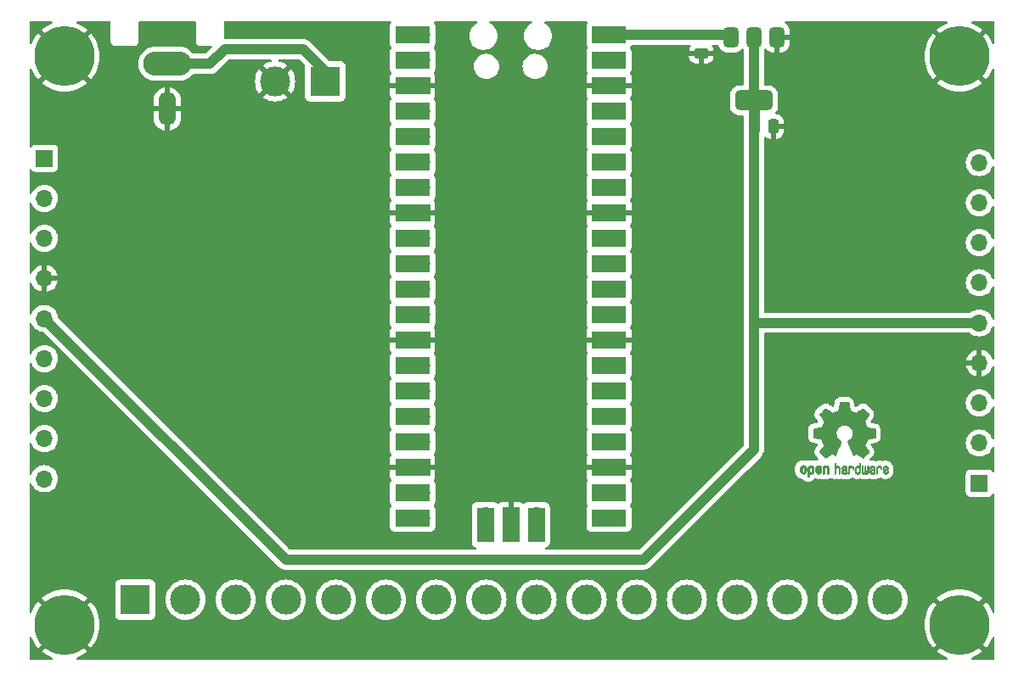
<source format=gbr>
%TF.GenerationSoftware,KiCad,Pcbnew,8.0.1*%
%TF.CreationDate,2024-07-17T22:43:04+10:00*%
%TF.ProjectId,psx,7073782e-6b69-4636-9164-5f7063625858,rev?*%
%TF.SameCoordinates,Original*%
%TF.FileFunction,Copper,L1,Top*%
%TF.FilePolarity,Positive*%
%FSLAX46Y46*%
G04 Gerber Fmt 4.6, Leading zero omitted, Abs format (unit mm)*
G04 Created by KiCad (PCBNEW 8.0.1) date 2024-07-17 22:43:04*
%MOMM*%
%LPD*%
G01*
G04 APERTURE LIST*
G04 Aperture macros list*
%AMRoundRect*
0 Rectangle with rounded corners*
0 $1 Rounding radius*
0 $2 $3 $4 $5 $6 $7 $8 $9 X,Y pos of 4 corners*
0 Add a 4 corners polygon primitive as box body*
4,1,4,$2,$3,$4,$5,$6,$7,$8,$9,$2,$3,0*
0 Add four circle primitives for the rounded corners*
1,1,$1+$1,$2,$3*
1,1,$1+$1,$4,$5*
1,1,$1+$1,$6,$7*
1,1,$1+$1,$8,$9*
0 Add four rect primitives between the rounded corners*
20,1,$1+$1,$2,$3,$4,$5,0*
20,1,$1+$1,$4,$5,$6,$7,0*
20,1,$1+$1,$6,$7,$8,$9,0*
20,1,$1+$1,$8,$9,$2,$3,0*%
G04 Aperture macros list end*
%TA.AperFunction,EtchedComponent*%
%ADD10C,0.010000*%
%TD*%
%TA.AperFunction,ComponentPad*%
%ADD11R,3.000000X3.000000*%
%TD*%
%TA.AperFunction,ComponentPad*%
%ADD12C,3.000000*%
%TD*%
%TA.AperFunction,ComponentPad*%
%ADD13C,6.000000*%
%TD*%
%TA.AperFunction,ComponentPad*%
%ADD14O,1.700000X1.700000*%
%TD*%
%TA.AperFunction,SMDPad,CuDef*%
%ADD15R,3.500000X1.700000*%
%TD*%
%TA.AperFunction,ComponentPad*%
%ADD16R,1.700000X1.700000*%
%TD*%
%TA.AperFunction,SMDPad,CuDef*%
%ADD17R,1.700000X3.500000*%
%TD*%
%TA.AperFunction,SMDPad,CuDef*%
%ADD18RoundRect,0.250000X-0.475000X0.250000X-0.475000X-0.250000X0.475000X-0.250000X0.475000X0.250000X0*%
%TD*%
%TA.AperFunction,SMDPad,CuDef*%
%ADD19RoundRect,0.375000X-0.375000X0.625000X-0.375000X-0.625000X0.375000X-0.625000X0.375000X0.625000X0*%
%TD*%
%TA.AperFunction,SMDPad,CuDef*%
%ADD20RoundRect,0.500000X-1.400000X0.500000X-1.400000X-0.500000X1.400000X-0.500000X1.400000X0.500000X0*%
%TD*%
%TA.AperFunction,ComponentPad*%
%ADD21O,4.800000X2.400000*%
%TD*%
%TA.AperFunction,ComponentPad*%
%ADD22O,1.700000X3.400000*%
%TD*%
%TA.AperFunction,SMDPad,CuDef*%
%ADD23RoundRect,0.250000X-0.250000X-0.475000X0.250000X-0.475000X0.250000X0.475000X-0.250000X0.475000X0*%
%TD*%
%TA.AperFunction,Conductor*%
%ADD24C,1.000000*%
%TD*%
%TA.AperFunction,Conductor*%
%ADD25C,0.500000*%
%TD*%
G04 APERTURE END LIST*
D10*
%TO.C,REF\u002A\u002A*%
X192820807Y-102886782D02*
X192844161Y-102896988D01*
X192899902Y-102941134D01*
X192947569Y-103004967D01*
X192977048Y-103073087D01*
X192981846Y-103106670D01*
X192965760Y-103153556D01*
X192930475Y-103178365D01*
X192892644Y-103193387D01*
X192875321Y-103196155D01*
X192866886Y-103176066D01*
X192850230Y-103132351D01*
X192842923Y-103112598D01*
X192801948Y-103044271D01*
X192742622Y-103010191D01*
X192666552Y-103011239D01*
X192660918Y-103012581D01*
X192620305Y-103031836D01*
X192590448Y-103069375D01*
X192570055Y-103129809D01*
X192557836Y-103217751D01*
X192552500Y-103337813D01*
X192552000Y-103401698D01*
X192551752Y-103502403D01*
X192550126Y-103571054D01*
X192545801Y-103614673D01*
X192537454Y-103640282D01*
X192523765Y-103654903D01*
X192503411Y-103665558D01*
X192502234Y-103666095D01*
X192463038Y-103682667D01*
X192443619Y-103688769D01*
X192440635Y-103670319D01*
X192438081Y-103619323D01*
X192436140Y-103542308D01*
X192434997Y-103445805D01*
X192434769Y-103375184D01*
X192435932Y-103238525D01*
X192440479Y-103134851D01*
X192449999Y-103058108D01*
X192466081Y-103002246D01*
X192490313Y-102961212D01*
X192524286Y-102928954D01*
X192557833Y-102906440D01*
X192638499Y-102876476D01*
X192732381Y-102869718D01*
X192820807Y-102886782D01*
%TA.AperFunction,EtchedComponent*%
G36*
X192820807Y-102886782D02*
G01*
X192844161Y-102896988D01*
X192899902Y-102941134D01*
X192947569Y-103004967D01*
X192977048Y-103073087D01*
X192981846Y-103106670D01*
X192965760Y-103153556D01*
X192930475Y-103178365D01*
X192892644Y-103193387D01*
X192875321Y-103196155D01*
X192866886Y-103176066D01*
X192850230Y-103132351D01*
X192842923Y-103112598D01*
X192801948Y-103044271D01*
X192742622Y-103010191D01*
X192666552Y-103011239D01*
X192660918Y-103012581D01*
X192620305Y-103031836D01*
X192590448Y-103069375D01*
X192570055Y-103129809D01*
X192557836Y-103217751D01*
X192552500Y-103337813D01*
X192552000Y-103401698D01*
X192551752Y-103502403D01*
X192550126Y-103571054D01*
X192545801Y-103614673D01*
X192537454Y-103640282D01*
X192523765Y-103654903D01*
X192503411Y-103665558D01*
X192502234Y-103666095D01*
X192463038Y-103682667D01*
X192443619Y-103688769D01*
X192440635Y-103670319D01*
X192438081Y-103619323D01*
X192436140Y-103542308D01*
X192434997Y-103445805D01*
X192434769Y-103375184D01*
X192435932Y-103238525D01*
X192440479Y-103134851D01*
X192449999Y-103058108D01*
X192466081Y-103002246D01*
X192490313Y-102961212D01*
X192524286Y-102928954D01*
X192557833Y-102906440D01*
X192638499Y-102876476D01*
X192732381Y-102869718D01*
X192820807Y-102886782D01*
G37*
%TD.AperFunction*%
X187521664Y-102845089D02*
X187584367Y-102881358D01*
X187627961Y-102917358D01*
X187659845Y-102955075D01*
X187681810Y-103001199D01*
X187695649Y-103062421D01*
X187703153Y-103145431D01*
X187706117Y-103256919D01*
X187706461Y-103337062D01*
X187706461Y-103632065D01*
X187540385Y-103706515D01*
X187530615Y-103383402D01*
X187526579Y-103262729D01*
X187522344Y-103175141D01*
X187517097Y-103114650D01*
X187510025Y-103075268D01*
X187500311Y-103051007D01*
X187487144Y-103035880D01*
X187482919Y-103032606D01*
X187418909Y-103007034D01*
X187354208Y-103017153D01*
X187315692Y-103044000D01*
X187300025Y-103063024D01*
X187289180Y-103087988D01*
X187282288Y-103125834D01*
X187278479Y-103183502D01*
X187276883Y-103267935D01*
X187276615Y-103355928D01*
X187276563Y-103466323D01*
X187274672Y-103544463D01*
X187268345Y-103597165D01*
X187254983Y-103631242D01*
X187231985Y-103653511D01*
X187196754Y-103670787D01*
X187149697Y-103688738D01*
X187098303Y-103708278D01*
X187104421Y-103361485D01*
X187106884Y-103236468D01*
X187109767Y-103144082D01*
X187113898Y-103077881D01*
X187120107Y-103031420D01*
X187129226Y-102998256D01*
X187142083Y-102971944D01*
X187157584Y-102948729D01*
X187232371Y-102874569D01*
X187323628Y-102831684D01*
X187422883Y-102821412D01*
X187521664Y-102845089D01*
%TA.AperFunction,EtchedComponent*%
G36*
X187521664Y-102845089D02*
G01*
X187584367Y-102881358D01*
X187627961Y-102917358D01*
X187659845Y-102955075D01*
X187681810Y-103001199D01*
X187695649Y-103062421D01*
X187703153Y-103145431D01*
X187706117Y-103256919D01*
X187706461Y-103337062D01*
X187706461Y-103632065D01*
X187540385Y-103706515D01*
X187530615Y-103383402D01*
X187526579Y-103262729D01*
X187522344Y-103175141D01*
X187517097Y-103114650D01*
X187510025Y-103075268D01*
X187500311Y-103051007D01*
X187487144Y-103035880D01*
X187482919Y-103032606D01*
X187418909Y-103007034D01*
X187354208Y-103017153D01*
X187315692Y-103044000D01*
X187300025Y-103063024D01*
X187289180Y-103087988D01*
X187282288Y-103125834D01*
X187278479Y-103183502D01*
X187276883Y-103267935D01*
X187276615Y-103355928D01*
X187276563Y-103466323D01*
X187274672Y-103544463D01*
X187268345Y-103597165D01*
X187254983Y-103631242D01*
X187231985Y-103653511D01*
X187196754Y-103670787D01*
X187149697Y-103688738D01*
X187098303Y-103708278D01*
X187104421Y-103361485D01*
X187106884Y-103236468D01*
X187109767Y-103144082D01*
X187113898Y-103077881D01*
X187120107Y-103031420D01*
X187129226Y-102998256D01*
X187142083Y-102971944D01*
X187157584Y-102948729D01*
X187232371Y-102874569D01*
X187323628Y-102831684D01*
X187422883Y-102821412D01*
X187521664Y-102845089D01*
G37*
%TD.AperFunction*%
X189963362Y-102874670D02*
X190052117Y-102907421D01*
X190124022Y-102965350D01*
X190152144Y-103006128D01*
X190182802Y-103080954D01*
X190182165Y-103135058D01*
X190149987Y-103171446D01*
X190138081Y-103177633D01*
X190086675Y-103196925D01*
X190060422Y-103191982D01*
X190051530Y-103159587D01*
X190051077Y-103141692D01*
X190034797Y-103075859D01*
X189992365Y-103029807D01*
X189933388Y-103007564D01*
X189867475Y-103013161D01*
X189813895Y-103042229D01*
X189795798Y-103058810D01*
X189782971Y-103078925D01*
X189774306Y-103109332D01*
X189768696Y-103156788D01*
X189765035Y-103228050D01*
X189762215Y-103329875D01*
X189761484Y-103362115D01*
X189758820Y-103472410D01*
X189755792Y-103550036D01*
X189751250Y-103601396D01*
X189744046Y-103632890D01*
X189733033Y-103650920D01*
X189717060Y-103661888D01*
X189706834Y-103666733D01*
X189663406Y-103683301D01*
X189637842Y-103688769D01*
X189629395Y-103670507D01*
X189624239Y-103615296D01*
X189622346Y-103522499D01*
X189623689Y-103391478D01*
X189624107Y-103371269D01*
X189627058Y-103251733D01*
X189630548Y-103164449D01*
X189635514Y-103102591D01*
X189642893Y-103059336D01*
X189653624Y-103027860D01*
X189668645Y-103001339D01*
X189676502Y-102989975D01*
X189721553Y-102939692D01*
X189771940Y-102900581D01*
X189778108Y-102897167D01*
X189868458Y-102870212D01*
X189963362Y-102874670D01*
%TA.AperFunction,EtchedComponent*%
G36*
X189963362Y-102874670D02*
G01*
X190052117Y-102907421D01*
X190124022Y-102965350D01*
X190152144Y-103006128D01*
X190182802Y-103080954D01*
X190182165Y-103135058D01*
X190149987Y-103171446D01*
X190138081Y-103177633D01*
X190086675Y-103196925D01*
X190060422Y-103191982D01*
X190051530Y-103159587D01*
X190051077Y-103141692D01*
X190034797Y-103075859D01*
X189992365Y-103029807D01*
X189933388Y-103007564D01*
X189867475Y-103013161D01*
X189813895Y-103042229D01*
X189795798Y-103058810D01*
X189782971Y-103078925D01*
X189774306Y-103109332D01*
X189768696Y-103156788D01*
X189765035Y-103228050D01*
X189762215Y-103329875D01*
X189761484Y-103362115D01*
X189758820Y-103472410D01*
X189755792Y-103550036D01*
X189751250Y-103601396D01*
X189744046Y-103632890D01*
X189733033Y-103650920D01*
X189717060Y-103661888D01*
X189706834Y-103666733D01*
X189663406Y-103683301D01*
X189637842Y-103688769D01*
X189629395Y-103670507D01*
X189624239Y-103615296D01*
X189622346Y-103522499D01*
X189623689Y-103391478D01*
X189624107Y-103371269D01*
X189627058Y-103251733D01*
X189630548Y-103164449D01*
X189635514Y-103102591D01*
X189642893Y-103059336D01*
X189653624Y-103027860D01*
X189668645Y-103001339D01*
X189676502Y-102989975D01*
X189721553Y-102939692D01*
X189771940Y-102900581D01*
X189778108Y-102897167D01*
X189868458Y-102870212D01*
X189963362Y-102874670D01*
G37*
%TD.AperFunction*%
X188409846Y-102742120D02*
X188415572Y-102821980D01*
X188422149Y-102869039D01*
X188431262Y-102889566D01*
X188444598Y-102889829D01*
X188448923Y-102887378D01*
X188506444Y-102869636D01*
X188581268Y-102870672D01*
X188657339Y-102888910D01*
X188704918Y-102912505D01*
X188753702Y-102950198D01*
X188789364Y-102992855D01*
X188813845Y-103047057D01*
X188829087Y-103119384D01*
X188837030Y-103216419D01*
X188839616Y-103344742D01*
X188839662Y-103369358D01*
X188839692Y-103645870D01*
X188778161Y-103667320D01*
X188734459Y-103681912D01*
X188710482Y-103688706D01*
X188709777Y-103688769D01*
X188707415Y-103670345D01*
X188705406Y-103619526D01*
X188703901Y-103542993D01*
X188703053Y-103447430D01*
X188702923Y-103389329D01*
X188702651Y-103274771D01*
X188701252Y-103192667D01*
X188697849Y-103136393D01*
X188691567Y-103099326D01*
X188681529Y-103074844D01*
X188666861Y-103056325D01*
X188657702Y-103047406D01*
X188594789Y-103011466D01*
X188526136Y-103008775D01*
X188463848Y-103039170D01*
X188452329Y-103050144D01*
X188435433Y-103070779D01*
X188423714Y-103095256D01*
X188416233Y-103130647D01*
X188412054Y-103184026D01*
X188410237Y-103262466D01*
X188409846Y-103370617D01*
X188409846Y-103645870D01*
X188348315Y-103667320D01*
X188304613Y-103681912D01*
X188280636Y-103688706D01*
X188279930Y-103688769D01*
X188278126Y-103670069D01*
X188276500Y-103617322D01*
X188275117Y-103535557D01*
X188274042Y-103429805D01*
X188273340Y-103305094D01*
X188273077Y-103166455D01*
X188273077Y-102631806D01*
X188400077Y-102578236D01*
X188409846Y-102742120D01*
%TA.AperFunction,EtchedComponent*%
G36*
X188409846Y-102742120D02*
G01*
X188415572Y-102821980D01*
X188422149Y-102869039D01*
X188431262Y-102889566D01*
X188444598Y-102889829D01*
X188448923Y-102887378D01*
X188506444Y-102869636D01*
X188581268Y-102870672D01*
X188657339Y-102888910D01*
X188704918Y-102912505D01*
X188753702Y-102950198D01*
X188789364Y-102992855D01*
X188813845Y-103047057D01*
X188829087Y-103119384D01*
X188837030Y-103216419D01*
X188839616Y-103344742D01*
X188839662Y-103369358D01*
X188839692Y-103645870D01*
X188778161Y-103667320D01*
X188734459Y-103681912D01*
X188710482Y-103688706D01*
X188709777Y-103688769D01*
X188707415Y-103670345D01*
X188705406Y-103619526D01*
X188703901Y-103542993D01*
X188703053Y-103447430D01*
X188702923Y-103389329D01*
X188702651Y-103274771D01*
X188701252Y-103192667D01*
X188697849Y-103136393D01*
X188691567Y-103099326D01*
X188681529Y-103074844D01*
X188666861Y-103056325D01*
X188657702Y-103047406D01*
X188594789Y-103011466D01*
X188526136Y-103008775D01*
X188463848Y-103039170D01*
X188452329Y-103050144D01*
X188435433Y-103070779D01*
X188423714Y-103095256D01*
X188416233Y-103130647D01*
X188412054Y-103184026D01*
X188410237Y-103262466D01*
X188409846Y-103370617D01*
X188409846Y-103645870D01*
X188348315Y-103667320D01*
X188304613Y-103681912D01*
X188280636Y-103688706D01*
X188279930Y-103688769D01*
X188278126Y-103670069D01*
X188276500Y-103617322D01*
X188275117Y-103535557D01*
X188274042Y-103429805D01*
X188273340Y-103305094D01*
X188273077Y-103166455D01*
X188273077Y-102631806D01*
X188400077Y-102578236D01*
X188409846Y-102742120D01*
G37*
%TD.AperFunction*%
X191645929Y-102886662D02*
X191648911Y-102938068D01*
X191651247Y-103016192D01*
X191652749Y-103114857D01*
X191653231Y-103218343D01*
X191653231Y-103568533D01*
X191591401Y-103630363D01*
X191548793Y-103668462D01*
X191511390Y-103683895D01*
X191460270Y-103682918D01*
X191439978Y-103680433D01*
X191376554Y-103673200D01*
X191324095Y-103669055D01*
X191311308Y-103668672D01*
X191268199Y-103671176D01*
X191206544Y-103677462D01*
X191182638Y-103680433D01*
X191123922Y-103685028D01*
X191084464Y-103675046D01*
X191045338Y-103644228D01*
X191031215Y-103630363D01*
X190969385Y-103568533D01*
X190969385Y-102913503D01*
X191019150Y-102890829D01*
X191062002Y-102874034D01*
X191087073Y-102868154D01*
X191093501Y-102886736D01*
X191099509Y-102938655D01*
X191104697Y-103018172D01*
X191108664Y-103119546D01*
X191110577Y-103205192D01*
X191115923Y-103542231D01*
X191162560Y-103548825D01*
X191204976Y-103544214D01*
X191225760Y-103529287D01*
X191231570Y-103501377D01*
X191236530Y-103441925D01*
X191240246Y-103358466D01*
X191242324Y-103258532D01*
X191242624Y-103207104D01*
X191242923Y-102911054D01*
X191304454Y-102889604D01*
X191348004Y-102875020D01*
X191371694Y-102868219D01*
X191372377Y-102868154D01*
X191374754Y-102886642D01*
X191377366Y-102937906D01*
X191379995Y-103015649D01*
X191382421Y-103113574D01*
X191384115Y-103205192D01*
X191389461Y-103542231D01*
X191506692Y-103542231D01*
X191512072Y-103234746D01*
X191517451Y-102927261D01*
X191574601Y-102897707D01*
X191616797Y-102877413D01*
X191641770Y-102868204D01*
X191642491Y-102868154D01*
X191645929Y-102886662D01*
%TA.AperFunction,EtchedComponent*%
G36*
X191645929Y-102886662D02*
G01*
X191648911Y-102938068D01*
X191651247Y-103016192D01*
X191652749Y-103114857D01*
X191653231Y-103218343D01*
X191653231Y-103568533D01*
X191591401Y-103630363D01*
X191548793Y-103668462D01*
X191511390Y-103683895D01*
X191460270Y-103682918D01*
X191439978Y-103680433D01*
X191376554Y-103673200D01*
X191324095Y-103669055D01*
X191311308Y-103668672D01*
X191268199Y-103671176D01*
X191206544Y-103677462D01*
X191182638Y-103680433D01*
X191123922Y-103685028D01*
X191084464Y-103675046D01*
X191045338Y-103644228D01*
X191031215Y-103630363D01*
X190969385Y-103568533D01*
X190969385Y-102913503D01*
X191019150Y-102890829D01*
X191062002Y-102874034D01*
X191087073Y-102868154D01*
X191093501Y-102886736D01*
X191099509Y-102938655D01*
X191104697Y-103018172D01*
X191108664Y-103119546D01*
X191110577Y-103205192D01*
X191115923Y-103542231D01*
X191162560Y-103548825D01*
X191204976Y-103544214D01*
X191225760Y-103529287D01*
X191231570Y-103501377D01*
X191236530Y-103441925D01*
X191240246Y-103358466D01*
X191242324Y-103258532D01*
X191242624Y-103207104D01*
X191242923Y-102911054D01*
X191304454Y-102889604D01*
X191348004Y-102875020D01*
X191371694Y-102868219D01*
X191372377Y-102868154D01*
X191374754Y-102886642D01*
X191377366Y-102937906D01*
X191379995Y-103015649D01*
X191382421Y-103113574D01*
X191384115Y-103205192D01*
X191389461Y-103542231D01*
X191506692Y-103542231D01*
X191512072Y-103234746D01*
X191517451Y-102927261D01*
X191574601Y-102897707D01*
X191616797Y-102877413D01*
X191641770Y-102868204D01*
X191642491Y-102868154D01*
X191645929Y-102886662D01*
G37*
%TD.AperFunction*%
X185266886Y-102837256D02*
X185358464Y-102885409D01*
X185426049Y-102962905D01*
X185450057Y-103012727D01*
X185468738Y-103087533D01*
X185478301Y-103182052D01*
X185479208Y-103285210D01*
X185471921Y-103385935D01*
X185456903Y-103473153D01*
X185434615Y-103535791D01*
X185427765Y-103546579D01*
X185346632Y-103627105D01*
X185250266Y-103675336D01*
X185145701Y-103689450D01*
X185039968Y-103667629D01*
X185010543Y-103654547D01*
X184953241Y-103614231D01*
X184902950Y-103560775D01*
X184898197Y-103553995D01*
X184878878Y-103521321D01*
X184866108Y-103486394D01*
X184858564Y-103440414D01*
X184854924Y-103374584D01*
X184853865Y-103280105D01*
X184853846Y-103258923D01*
X184853894Y-103252182D01*
X185049231Y-103252182D01*
X185050368Y-103341349D01*
X185054841Y-103400520D01*
X185064246Y-103438741D01*
X185080176Y-103465053D01*
X185088308Y-103473846D01*
X185135058Y-103507261D01*
X185180447Y-103505737D01*
X185226340Y-103476752D01*
X185253712Y-103445809D01*
X185269923Y-103400643D01*
X185279026Y-103329420D01*
X185279651Y-103321114D01*
X185281204Y-103192037D01*
X185264965Y-103096172D01*
X185231152Y-103034107D01*
X185179984Y-103006432D01*
X185161720Y-103004923D01*
X185113760Y-103012513D01*
X185080953Y-103038808D01*
X185060895Y-103089095D01*
X185051178Y-103168664D01*
X185049231Y-103252182D01*
X184853894Y-103252182D01*
X184854574Y-103158249D01*
X184857629Y-103087906D01*
X184864322Y-103039163D01*
X184875960Y-103003288D01*
X184893853Y-102971548D01*
X184897808Y-102965648D01*
X184964267Y-102886104D01*
X185036685Y-102839929D01*
X185124849Y-102821599D01*
X185154787Y-102820703D01*
X185266886Y-102837256D01*
%TA.AperFunction,EtchedComponent*%
G36*
X185266886Y-102837256D02*
G01*
X185358464Y-102885409D01*
X185426049Y-102962905D01*
X185450057Y-103012727D01*
X185468738Y-103087533D01*
X185478301Y-103182052D01*
X185479208Y-103285210D01*
X185471921Y-103385935D01*
X185456903Y-103473153D01*
X185434615Y-103535791D01*
X185427765Y-103546579D01*
X185346632Y-103627105D01*
X185250266Y-103675336D01*
X185145701Y-103689450D01*
X185039968Y-103667629D01*
X185010543Y-103654547D01*
X184953241Y-103614231D01*
X184902950Y-103560775D01*
X184898197Y-103553995D01*
X184878878Y-103521321D01*
X184866108Y-103486394D01*
X184858564Y-103440414D01*
X184854924Y-103374584D01*
X184853865Y-103280105D01*
X184853846Y-103258923D01*
X184853894Y-103252182D01*
X185049231Y-103252182D01*
X185050368Y-103341349D01*
X185054841Y-103400520D01*
X185064246Y-103438741D01*
X185080176Y-103465053D01*
X185088308Y-103473846D01*
X185135058Y-103507261D01*
X185180447Y-103505737D01*
X185226340Y-103476752D01*
X185253712Y-103445809D01*
X185269923Y-103400643D01*
X185279026Y-103329420D01*
X185279651Y-103321114D01*
X185281204Y-103192037D01*
X185264965Y-103096172D01*
X185231152Y-103034107D01*
X185179984Y-103006432D01*
X185161720Y-103004923D01*
X185113760Y-103012513D01*
X185080953Y-103038808D01*
X185060895Y-103089095D01*
X185051178Y-103168664D01*
X185049231Y-103252182D01*
X184853894Y-103252182D01*
X184854574Y-103158249D01*
X184857629Y-103087906D01*
X184864322Y-103039163D01*
X184875960Y-103003288D01*
X184893853Y-102971548D01*
X184897808Y-102965648D01*
X184964267Y-102886104D01*
X185036685Y-102839929D01*
X185124849Y-102821599D01*
X185154787Y-102820703D01*
X185266886Y-102837256D01*
G37*
%TD.AperFunction*%
X193495224Y-102897838D02*
X193572528Y-102948361D01*
X193609814Y-102993590D01*
X193639353Y-103075663D01*
X193641699Y-103140607D01*
X193636385Y-103227445D01*
X193436115Y-103315103D01*
X193338739Y-103359887D01*
X193275113Y-103395913D01*
X193242029Y-103427117D01*
X193236280Y-103457436D01*
X193254658Y-103490805D01*
X193274923Y-103512923D01*
X193333889Y-103548393D01*
X193398024Y-103550879D01*
X193456926Y-103523235D01*
X193500197Y-103468320D01*
X193507936Y-103448928D01*
X193545006Y-103388364D01*
X193587654Y-103362552D01*
X193646154Y-103340471D01*
X193646154Y-103424184D01*
X193640982Y-103481150D01*
X193620723Y-103529189D01*
X193578262Y-103584346D01*
X193571951Y-103591514D01*
X193524720Y-103640585D01*
X193484121Y-103666920D01*
X193433328Y-103679035D01*
X193391220Y-103683003D01*
X193315902Y-103683991D01*
X193262286Y-103671466D01*
X193228838Y-103652869D01*
X193176268Y-103611975D01*
X193139879Y-103567748D01*
X193116850Y-103512126D01*
X193104359Y-103437047D01*
X193099587Y-103334449D01*
X193099206Y-103282376D01*
X193100501Y-103219948D01*
X193218471Y-103219948D01*
X193219839Y-103253438D01*
X193223249Y-103258923D01*
X193245753Y-103251472D01*
X193294182Y-103231753D01*
X193358908Y-103203718D01*
X193372443Y-103197692D01*
X193454244Y-103156096D01*
X193499312Y-103119538D01*
X193509217Y-103085296D01*
X193485526Y-103050648D01*
X193465960Y-103035339D01*
X193395360Y-103004721D01*
X193329280Y-103009780D01*
X193273959Y-103047151D01*
X193235636Y-103113473D01*
X193223349Y-103166116D01*
X193218471Y-103219948D01*
X193100501Y-103219948D01*
X193101730Y-103160720D01*
X193111032Y-103070710D01*
X193129460Y-103005167D01*
X193159360Y-102956912D01*
X193203080Y-102918767D01*
X193222141Y-102906440D01*
X193308726Y-102874336D01*
X193403522Y-102872316D01*
X193495224Y-102897838D01*
%TA.AperFunction,EtchedComponent*%
G36*
X193495224Y-102897838D02*
G01*
X193572528Y-102948361D01*
X193609814Y-102993590D01*
X193639353Y-103075663D01*
X193641699Y-103140607D01*
X193636385Y-103227445D01*
X193436115Y-103315103D01*
X193338739Y-103359887D01*
X193275113Y-103395913D01*
X193242029Y-103427117D01*
X193236280Y-103457436D01*
X193254658Y-103490805D01*
X193274923Y-103512923D01*
X193333889Y-103548393D01*
X193398024Y-103550879D01*
X193456926Y-103523235D01*
X193500197Y-103468320D01*
X193507936Y-103448928D01*
X193545006Y-103388364D01*
X193587654Y-103362552D01*
X193646154Y-103340471D01*
X193646154Y-103424184D01*
X193640982Y-103481150D01*
X193620723Y-103529189D01*
X193578262Y-103584346D01*
X193571951Y-103591514D01*
X193524720Y-103640585D01*
X193484121Y-103666920D01*
X193433328Y-103679035D01*
X193391220Y-103683003D01*
X193315902Y-103683991D01*
X193262286Y-103671466D01*
X193228838Y-103652869D01*
X193176268Y-103611975D01*
X193139879Y-103567748D01*
X193116850Y-103512126D01*
X193104359Y-103437047D01*
X193099587Y-103334449D01*
X193099206Y-103282376D01*
X193100501Y-103219948D01*
X193218471Y-103219948D01*
X193219839Y-103253438D01*
X193223249Y-103258923D01*
X193245753Y-103251472D01*
X193294182Y-103231753D01*
X193358908Y-103203718D01*
X193372443Y-103197692D01*
X193454244Y-103156096D01*
X193499312Y-103119538D01*
X193509217Y-103085296D01*
X193485526Y-103050648D01*
X193465960Y-103035339D01*
X193395360Y-103004721D01*
X193329280Y-103009780D01*
X193273959Y-103047151D01*
X193235636Y-103113473D01*
X193223349Y-103166116D01*
X193218471Y-103219948D01*
X193100501Y-103219948D01*
X193101730Y-103160720D01*
X193111032Y-103070710D01*
X193129460Y-103005167D01*
X193159360Y-102956912D01*
X193203080Y-102918767D01*
X193222141Y-102906440D01*
X193308726Y-102874336D01*
X193403522Y-102872316D01*
X193495224Y-102897838D01*
G37*
%TD.AperFunction*%
X190852081Y-103030289D02*
X190851833Y-103176320D01*
X190850872Y-103288655D01*
X190848794Y-103372678D01*
X190845193Y-103433769D01*
X190839665Y-103477309D01*
X190831804Y-103508679D01*
X190821207Y-103533262D01*
X190813182Y-103547294D01*
X190746728Y-103623388D01*
X190662470Y-103671084D01*
X190569249Y-103688199D01*
X190475900Y-103672546D01*
X190420312Y-103644418D01*
X190361957Y-103595760D01*
X190322186Y-103536333D01*
X190298190Y-103458507D01*
X190287161Y-103354652D01*
X190285599Y-103278462D01*
X190285809Y-103272986D01*
X190422308Y-103272986D01*
X190423141Y-103360355D01*
X190426961Y-103418192D01*
X190435746Y-103456029D01*
X190451474Y-103483398D01*
X190470266Y-103504042D01*
X190533375Y-103543890D01*
X190601137Y-103547295D01*
X190665179Y-103514025D01*
X190670164Y-103509517D01*
X190691439Y-103486067D01*
X190704779Y-103458166D01*
X190712001Y-103416641D01*
X190714923Y-103352316D01*
X190715385Y-103281200D01*
X190714383Y-103191858D01*
X190710238Y-103132258D01*
X190701236Y-103093089D01*
X190685667Y-103065040D01*
X190672902Y-103050144D01*
X190613600Y-103012575D01*
X190545301Y-103008057D01*
X190480110Y-103036753D01*
X190467528Y-103047406D01*
X190446111Y-103071063D01*
X190432744Y-103099251D01*
X190425566Y-103141245D01*
X190422719Y-103206319D01*
X190422308Y-103272986D01*
X190285809Y-103272986D01*
X190290322Y-103155765D01*
X190306362Y-103063577D01*
X190336528Y-102994269D01*
X190383629Y-102940211D01*
X190420312Y-102912505D01*
X190486990Y-102882572D01*
X190564272Y-102868678D01*
X190636110Y-102872397D01*
X190676308Y-102887400D01*
X190692082Y-102891670D01*
X190702550Y-102875750D01*
X190709856Y-102833089D01*
X190715385Y-102768106D01*
X190721437Y-102695732D01*
X190729844Y-102652187D01*
X190745141Y-102627287D01*
X190771864Y-102610845D01*
X190788654Y-102603564D01*
X190852154Y-102576963D01*
X190852081Y-103030289D01*
%TA.AperFunction,EtchedComponent*%
G36*
X190852081Y-103030289D02*
G01*
X190851833Y-103176320D01*
X190850872Y-103288655D01*
X190848794Y-103372678D01*
X190845193Y-103433769D01*
X190839665Y-103477309D01*
X190831804Y-103508679D01*
X190821207Y-103533262D01*
X190813182Y-103547294D01*
X190746728Y-103623388D01*
X190662470Y-103671084D01*
X190569249Y-103688199D01*
X190475900Y-103672546D01*
X190420312Y-103644418D01*
X190361957Y-103595760D01*
X190322186Y-103536333D01*
X190298190Y-103458507D01*
X190287161Y-103354652D01*
X190285599Y-103278462D01*
X190285809Y-103272986D01*
X190422308Y-103272986D01*
X190423141Y-103360355D01*
X190426961Y-103418192D01*
X190435746Y-103456029D01*
X190451474Y-103483398D01*
X190470266Y-103504042D01*
X190533375Y-103543890D01*
X190601137Y-103547295D01*
X190665179Y-103514025D01*
X190670164Y-103509517D01*
X190691439Y-103486067D01*
X190704779Y-103458166D01*
X190712001Y-103416641D01*
X190714923Y-103352316D01*
X190715385Y-103281200D01*
X190714383Y-103191858D01*
X190710238Y-103132258D01*
X190701236Y-103093089D01*
X190685667Y-103065040D01*
X190672902Y-103050144D01*
X190613600Y-103012575D01*
X190545301Y-103008057D01*
X190480110Y-103036753D01*
X190467528Y-103047406D01*
X190446111Y-103071063D01*
X190432744Y-103099251D01*
X190425566Y-103141245D01*
X190422719Y-103206319D01*
X190422308Y-103272986D01*
X190285809Y-103272986D01*
X190290322Y-103155765D01*
X190306362Y-103063577D01*
X190336528Y-102994269D01*
X190383629Y-102940211D01*
X190420312Y-102912505D01*
X190486990Y-102882572D01*
X190564272Y-102868678D01*
X190636110Y-102872397D01*
X190676308Y-102887400D01*
X190692082Y-102891670D01*
X190702550Y-102875750D01*
X190709856Y-102833089D01*
X190715385Y-102768106D01*
X190721437Y-102695732D01*
X190729844Y-102652187D01*
X190745141Y-102627287D01*
X190771864Y-102610845D01*
X190788654Y-102603564D01*
X190852154Y-102576963D01*
X190852081Y-103030289D01*
G37*
%TD.AperFunction*%
X186784254Y-102849745D02*
X186861286Y-102901567D01*
X186920816Y-102976412D01*
X186956378Y-103071654D01*
X186963571Y-103141756D01*
X186962754Y-103171009D01*
X186955914Y-103193407D01*
X186937112Y-103213474D01*
X186900408Y-103235733D01*
X186839862Y-103264709D01*
X186749534Y-103304927D01*
X186749077Y-103305129D01*
X186665933Y-103343210D01*
X186597753Y-103377025D01*
X186551505Y-103402933D01*
X186534158Y-103417295D01*
X186534154Y-103417411D01*
X186549443Y-103448685D01*
X186585196Y-103483157D01*
X186626242Y-103507990D01*
X186647037Y-103512923D01*
X186703770Y-103495862D01*
X186752627Y-103453133D01*
X186776465Y-103406155D01*
X186799397Y-103371522D01*
X186844318Y-103332081D01*
X186897123Y-103298009D01*
X186943710Y-103279480D01*
X186953452Y-103278462D01*
X186964418Y-103295215D01*
X186965079Y-103338039D01*
X186957020Y-103395781D01*
X186941827Y-103457289D01*
X186921086Y-103511409D01*
X186920038Y-103513510D01*
X186857621Y-103600660D01*
X186776726Y-103659939D01*
X186684856Y-103689034D01*
X186589513Y-103685634D01*
X186498198Y-103647428D01*
X186494138Y-103644741D01*
X186422306Y-103579642D01*
X186375073Y-103494705D01*
X186348934Y-103383021D01*
X186345426Y-103351643D01*
X186339213Y-103203536D01*
X186346661Y-103134468D01*
X186534154Y-103134468D01*
X186536590Y-103177552D01*
X186549914Y-103190126D01*
X186583132Y-103180719D01*
X186635494Y-103158483D01*
X186694024Y-103130610D01*
X186695479Y-103129872D01*
X186745089Y-103103777D01*
X186765000Y-103086363D01*
X186760090Y-103068107D01*
X186739416Y-103044120D01*
X186686819Y-103009406D01*
X186630177Y-103006856D01*
X186579369Y-103032119D01*
X186544276Y-103080847D01*
X186534154Y-103134468D01*
X186346661Y-103134468D01*
X186351992Y-103085036D01*
X186384778Y-102991055D01*
X186430421Y-102925215D01*
X186512802Y-102858681D01*
X186603546Y-102825676D01*
X186696185Y-102823573D01*
X186784254Y-102849745D01*
%TA.AperFunction,EtchedComponent*%
G36*
X186784254Y-102849745D02*
G01*
X186861286Y-102901567D01*
X186920816Y-102976412D01*
X186956378Y-103071654D01*
X186963571Y-103141756D01*
X186962754Y-103171009D01*
X186955914Y-103193407D01*
X186937112Y-103213474D01*
X186900408Y-103235733D01*
X186839862Y-103264709D01*
X186749534Y-103304927D01*
X186749077Y-103305129D01*
X186665933Y-103343210D01*
X186597753Y-103377025D01*
X186551505Y-103402933D01*
X186534158Y-103417295D01*
X186534154Y-103417411D01*
X186549443Y-103448685D01*
X186585196Y-103483157D01*
X186626242Y-103507990D01*
X186647037Y-103512923D01*
X186703770Y-103495862D01*
X186752627Y-103453133D01*
X186776465Y-103406155D01*
X186799397Y-103371522D01*
X186844318Y-103332081D01*
X186897123Y-103298009D01*
X186943710Y-103279480D01*
X186953452Y-103278462D01*
X186964418Y-103295215D01*
X186965079Y-103338039D01*
X186957020Y-103395781D01*
X186941827Y-103457289D01*
X186921086Y-103511409D01*
X186920038Y-103513510D01*
X186857621Y-103600660D01*
X186776726Y-103659939D01*
X186684856Y-103689034D01*
X186589513Y-103685634D01*
X186498198Y-103647428D01*
X186494138Y-103644741D01*
X186422306Y-103579642D01*
X186375073Y-103494705D01*
X186348934Y-103383021D01*
X186345426Y-103351643D01*
X186339213Y-103203536D01*
X186346661Y-103134468D01*
X186534154Y-103134468D01*
X186536590Y-103177552D01*
X186549914Y-103190126D01*
X186583132Y-103180719D01*
X186635494Y-103158483D01*
X186694024Y-103130610D01*
X186695479Y-103129872D01*
X186745089Y-103103777D01*
X186765000Y-103086363D01*
X186760090Y-103068107D01*
X186739416Y-103044120D01*
X186686819Y-103009406D01*
X186630177Y-103006856D01*
X186579369Y-103032119D01*
X186544276Y-103080847D01*
X186534154Y-103134468D01*
X186346661Y-103134468D01*
X186351992Y-103085036D01*
X186384778Y-102991055D01*
X186430421Y-102925215D01*
X186512802Y-102858681D01*
X186603546Y-102825676D01*
X186696185Y-102823573D01*
X186784254Y-102849745D01*
G37*
%TD.AperFunction*%
X189303501Y-102876303D02*
X189380060Y-102904733D01*
X189380936Y-102905279D01*
X189428285Y-102940127D01*
X189463241Y-102980852D01*
X189487825Y-103033925D01*
X189504062Y-103105814D01*
X189513975Y-103202992D01*
X189519586Y-103331928D01*
X189520077Y-103350298D01*
X189527141Y-103627287D01*
X189467695Y-103658028D01*
X189424681Y-103678802D01*
X189398710Y-103688646D01*
X189397509Y-103688769D01*
X189393014Y-103670606D01*
X189389444Y-103621612D01*
X189387248Y-103550031D01*
X189386769Y-103492068D01*
X189386758Y-103398170D01*
X189382466Y-103339203D01*
X189367503Y-103311079D01*
X189335482Y-103309706D01*
X189280014Y-103330998D01*
X189196269Y-103370136D01*
X189134689Y-103402643D01*
X189103017Y-103430845D01*
X189093706Y-103461582D01*
X189093692Y-103463104D01*
X189109057Y-103516054D01*
X189154547Y-103544660D01*
X189224166Y-103548803D01*
X189274313Y-103548084D01*
X189300754Y-103562527D01*
X189317243Y-103597218D01*
X189326733Y-103641416D01*
X189313057Y-103666493D01*
X189307907Y-103670082D01*
X189259425Y-103684496D01*
X189191531Y-103686537D01*
X189121612Y-103676983D01*
X189072068Y-103659522D01*
X189003570Y-103601364D01*
X188964634Y-103520408D01*
X188956923Y-103457160D01*
X188962807Y-103400111D01*
X188984101Y-103353542D01*
X189026265Y-103312181D01*
X189094759Y-103270755D01*
X189195044Y-103223993D01*
X189201154Y-103221350D01*
X189291490Y-103179617D01*
X189347235Y-103145391D01*
X189371129Y-103114635D01*
X189365913Y-103083311D01*
X189334328Y-103047383D01*
X189324883Y-103039116D01*
X189261617Y-103007058D01*
X189196064Y-103008407D01*
X189138972Y-103039838D01*
X189101093Y-103098024D01*
X189097574Y-103109446D01*
X189063300Y-103164837D01*
X189019809Y-103191518D01*
X188956923Y-103217960D01*
X188956923Y-103149548D01*
X188976052Y-103050110D01*
X189032831Y-102958902D01*
X189062378Y-102928389D01*
X189129542Y-102889228D01*
X189214956Y-102871500D01*
X189303501Y-102876303D01*
%TA.AperFunction,EtchedComponent*%
G36*
X189303501Y-102876303D02*
G01*
X189380060Y-102904733D01*
X189380936Y-102905279D01*
X189428285Y-102940127D01*
X189463241Y-102980852D01*
X189487825Y-103033925D01*
X189504062Y-103105814D01*
X189513975Y-103202992D01*
X189519586Y-103331928D01*
X189520077Y-103350298D01*
X189527141Y-103627287D01*
X189467695Y-103658028D01*
X189424681Y-103678802D01*
X189398710Y-103688646D01*
X189397509Y-103688769D01*
X189393014Y-103670606D01*
X189389444Y-103621612D01*
X189387248Y-103550031D01*
X189386769Y-103492068D01*
X189386758Y-103398170D01*
X189382466Y-103339203D01*
X189367503Y-103311079D01*
X189335482Y-103309706D01*
X189280014Y-103330998D01*
X189196269Y-103370136D01*
X189134689Y-103402643D01*
X189103017Y-103430845D01*
X189093706Y-103461582D01*
X189093692Y-103463104D01*
X189109057Y-103516054D01*
X189154547Y-103544660D01*
X189224166Y-103548803D01*
X189274313Y-103548084D01*
X189300754Y-103562527D01*
X189317243Y-103597218D01*
X189326733Y-103641416D01*
X189313057Y-103666493D01*
X189307907Y-103670082D01*
X189259425Y-103684496D01*
X189191531Y-103686537D01*
X189121612Y-103676983D01*
X189072068Y-103659522D01*
X189003570Y-103601364D01*
X188964634Y-103520408D01*
X188956923Y-103457160D01*
X188962807Y-103400111D01*
X188984101Y-103353542D01*
X189026265Y-103312181D01*
X189094759Y-103270755D01*
X189195044Y-103223993D01*
X189201154Y-103221350D01*
X189291490Y-103179617D01*
X189347235Y-103145391D01*
X189371129Y-103114635D01*
X189365913Y-103083311D01*
X189334328Y-103047383D01*
X189324883Y-103039116D01*
X189261617Y-103007058D01*
X189196064Y-103008407D01*
X189138972Y-103039838D01*
X189101093Y-103098024D01*
X189097574Y-103109446D01*
X189063300Y-103164837D01*
X189019809Y-103191518D01*
X188956923Y-103217960D01*
X188956923Y-103149548D01*
X188976052Y-103050110D01*
X189032831Y-102958902D01*
X189062378Y-102928389D01*
X189129542Y-102889228D01*
X189214956Y-102871500D01*
X189303501Y-102876303D01*
G37*
%TD.AperFunction*%
X186018886Y-102834505D02*
X186093539Y-102871727D01*
X186159431Y-102940261D01*
X186177577Y-102965648D01*
X186197345Y-102998866D01*
X186210172Y-103034945D01*
X186217510Y-103083098D01*
X186220813Y-103152536D01*
X186221538Y-103244206D01*
X186218263Y-103369830D01*
X186206877Y-103464154D01*
X186185041Y-103534523D01*
X186150419Y-103588286D01*
X186100670Y-103632788D01*
X186097014Y-103635423D01*
X186047985Y-103662377D01*
X185988945Y-103675712D01*
X185913859Y-103679000D01*
X185791795Y-103679000D01*
X185791744Y-103797497D01*
X185790608Y-103863492D01*
X185783686Y-103902202D01*
X185765598Y-103925419D01*
X185730962Y-103944933D01*
X185722645Y-103948920D01*
X185683720Y-103967603D01*
X185653583Y-103979403D01*
X185631174Y-103980422D01*
X185615433Y-103966761D01*
X185605302Y-103934522D01*
X185599723Y-103879804D01*
X185597635Y-103798711D01*
X185597981Y-103687344D01*
X185599700Y-103541802D01*
X185600237Y-103498269D01*
X185602172Y-103348205D01*
X185603904Y-103250042D01*
X185791692Y-103250042D01*
X185792748Y-103333364D01*
X185797438Y-103387880D01*
X185808051Y-103423837D01*
X185826872Y-103451482D01*
X185839650Y-103464965D01*
X185891890Y-103504417D01*
X185938142Y-103507628D01*
X185985867Y-103475049D01*
X185987077Y-103473846D01*
X186006494Y-103448668D01*
X186018307Y-103414447D01*
X186024265Y-103361748D01*
X186026120Y-103281131D01*
X186026154Y-103263271D01*
X186021670Y-103152175D01*
X186007074Y-103075161D01*
X185980650Y-103028147D01*
X185940683Y-103007050D01*
X185917584Y-103004923D01*
X185862762Y-103014900D01*
X185825158Y-103047752D01*
X185802523Y-103107857D01*
X185792606Y-103199598D01*
X185791692Y-103250042D01*
X185603904Y-103250042D01*
X185604222Y-103232060D01*
X185606873Y-103144679D01*
X185610606Y-103080905D01*
X185615907Y-103035582D01*
X185623258Y-103003555D01*
X185633143Y-102979668D01*
X185646046Y-102958764D01*
X185651579Y-102950898D01*
X185724969Y-102876595D01*
X185817760Y-102834467D01*
X185925096Y-102822722D01*
X186018886Y-102834505D01*
%TA.AperFunction,EtchedComponent*%
G36*
X186018886Y-102834505D02*
G01*
X186093539Y-102871727D01*
X186159431Y-102940261D01*
X186177577Y-102965648D01*
X186197345Y-102998866D01*
X186210172Y-103034945D01*
X186217510Y-103083098D01*
X186220813Y-103152536D01*
X186221538Y-103244206D01*
X186218263Y-103369830D01*
X186206877Y-103464154D01*
X186185041Y-103534523D01*
X186150419Y-103588286D01*
X186100670Y-103632788D01*
X186097014Y-103635423D01*
X186047985Y-103662377D01*
X185988945Y-103675712D01*
X185913859Y-103679000D01*
X185791795Y-103679000D01*
X185791744Y-103797497D01*
X185790608Y-103863492D01*
X185783686Y-103902202D01*
X185765598Y-103925419D01*
X185730962Y-103944933D01*
X185722645Y-103948920D01*
X185683720Y-103967603D01*
X185653583Y-103979403D01*
X185631174Y-103980422D01*
X185615433Y-103966761D01*
X185605302Y-103934522D01*
X185599723Y-103879804D01*
X185597635Y-103798711D01*
X185597981Y-103687344D01*
X185599700Y-103541802D01*
X185600237Y-103498269D01*
X185602172Y-103348205D01*
X185603904Y-103250042D01*
X185791692Y-103250042D01*
X185792748Y-103333364D01*
X185797438Y-103387880D01*
X185808051Y-103423837D01*
X185826872Y-103451482D01*
X185839650Y-103464965D01*
X185891890Y-103504417D01*
X185938142Y-103507628D01*
X185985867Y-103475049D01*
X185987077Y-103473846D01*
X186006494Y-103448668D01*
X186018307Y-103414447D01*
X186024265Y-103361748D01*
X186026120Y-103281131D01*
X186026154Y-103263271D01*
X186021670Y-103152175D01*
X186007074Y-103075161D01*
X185980650Y-103028147D01*
X185940683Y-103007050D01*
X185917584Y-103004923D01*
X185862762Y-103014900D01*
X185825158Y-103047752D01*
X185802523Y-103107857D01*
X185792606Y-103199598D01*
X185791692Y-103250042D01*
X185603904Y-103250042D01*
X185604222Y-103232060D01*
X185606873Y-103144679D01*
X185610606Y-103080905D01*
X185615907Y-103035582D01*
X185623258Y-103003555D01*
X185633143Y-102979668D01*
X185646046Y-102958764D01*
X185651579Y-102950898D01*
X185724969Y-102876595D01*
X185817760Y-102834467D01*
X185925096Y-102822722D01*
X186018886Y-102834505D01*
G37*
%TD.AperFunction*%
X192137333Y-102883528D02*
X192193590Y-102909117D01*
X192237747Y-102940124D01*
X192270101Y-102974795D01*
X192292438Y-103019520D01*
X192306546Y-103080692D01*
X192314211Y-103164701D01*
X192317220Y-103277940D01*
X192317538Y-103352509D01*
X192317538Y-103643420D01*
X192267773Y-103666095D01*
X192228576Y-103682667D01*
X192209157Y-103688769D01*
X192205442Y-103670610D01*
X192202495Y-103621648D01*
X192200691Y-103550153D01*
X192200308Y-103493385D01*
X192198661Y-103411371D01*
X192194222Y-103346309D01*
X192187740Y-103306467D01*
X192182590Y-103298000D01*
X192147977Y-103306646D01*
X192093640Y-103328823D01*
X192030722Y-103358886D01*
X191970368Y-103391192D01*
X191923721Y-103420098D01*
X191901926Y-103439961D01*
X191901839Y-103440175D01*
X191903714Y-103476935D01*
X191920525Y-103512026D01*
X191950039Y-103540528D01*
X191993116Y-103550061D01*
X192029932Y-103548950D01*
X192082074Y-103548133D01*
X192109444Y-103560349D01*
X192125882Y-103592624D01*
X192127955Y-103598710D01*
X192135081Y-103644739D01*
X192116024Y-103672687D01*
X192066353Y-103686007D01*
X192012697Y-103688470D01*
X191916142Y-103670210D01*
X191866159Y-103644131D01*
X191804429Y-103582868D01*
X191771690Y-103507670D01*
X191768753Y-103428211D01*
X191796424Y-103354167D01*
X191838047Y-103307769D01*
X191879604Y-103281793D01*
X191944922Y-103248907D01*
X192021038Y-103215557D01*
X192033726Y-103210461D01*
X192117333Y-103173565D01*
X192165530Y-103141046D01*
X192181030Y-103108718D01*
X192166550Y-103072394D01*
X192141692Y-103044000D01*
X192082939Y-103009039D01*
X192018293Y-103006417D01*
X191959008Y-103033358D01*
X191916339Y-103087088D01*
X191910739Y-103100950D01*
X191878133Y-103151936D01*
X191830530Y-103189787D01*
X191770461Y-103220850D01*
X191770461Y-103132768D01*
X191773997Y-103078951D01*
X191789156Y-103036534D01*
X191822768Y-102991279D01*
X191855035Y-102956420D01*
X191905209Y-102907062D01*
X191944193Y-102880547D01*
X191986064Y-102869911D01*
X192033460Y-102868154D01*
X192137333Y-102883528D01*
%TA.AperFunction,EtchedComponent*%
G36*
X192137333Y-102883528D02*
G01*
X192193590Y-102909117D01*
X192237747Y-102940124D01*
X192270101Y-102974795D01*
X192292438Y-103019520D01*
X192306546Y-103080692D01*
X192314211Y-103164701D01*
X192317220Y-103277940D01*
X192317538Y-103352509D01*
X192317538Y-103643420D01*
X192267773Y-103666095D01*
X192228576Y-103682667D01*
X192209157Y-103688769D01*
X192205442Y-103670610D01*
X192202495Y-103621648D01*
X192200691Y-103550153D01*
X192200308Y-103493385D01*
X192198661Y-103411371D01*
X192194222Y-103346309D01*
X192187740Y-103306467D01*
X192182590Y-103298000D01*
X192147977Y-103306646D01*
X192093640Y-103328823D01*
X192030722Y-103358886D01*
X191970368Y-103391192D01*
X191923721Y-103420098D01*
X191901926Y-103439961D01*
X191901839Y-103440175D01*
X191903714Y-103476935D01*
X191920525Y-103512026D01*
X191950039Y-103540528D01*
X191993116Y-103550061D01*
X192029932Y-103548950D01*
X192082074Y-103548133D01*
X192109444Y-103560349D01*
X192125882Y-103592624D01*
X192127955Y-103598710D01*
X192135081Y-103644739D01*
X192116024Y-103672687D01*
X192066353Y-103686007D01*
X192012697Y-103688470D01*
X191916142Y-103670210D01*
X191866159Y-103644131D01*
X191804429Y-103582868D01*
X191771690Y-103507670D01*
X191768753Y-103428211D01*
X191796424Y-103354167D01*
X191838047Y-103307769D01*
X191879604Y-103281793D01*
X191944922Y-103248907D01*
X192021038Y-103215557D01*
X192033726Y-103210461D01*
X192117333Y-103173565D01*
X192165530Y-103141046D01*
X192181030Y-103108718D01*
X192166550Y-103072394D01*
X192141692Y-103044000D01*
X192082939Y-103009039D01*
X192018293Y-103006417D01*
X191959008Y-103033358D01*
X191916339Y-103087088D01*
X191910739Y-103100950D01*
X191878133Y-103151936D01*
X191830530Y-103189787D01*
X191770461Y-103220850D01*
X191770461Y-103132768D01*
X191773997Y-103078951D01*
X191789156Y-103036534D01*
X191822768Y-102991279D01*
X191855035Y-102956420D01*
X191905209Y-102907062D01*
X191944193Y-102880547D01*
X191986064Y-102869911D01*
X192033460Y-102868154D01*
X192137333Y-102883528D01*
G37*
%TD.AperFunction*%
X189389878Y-96537776D02*
X189495612Y-96538355D01*
X189572132Y-96539922D01*
X189624372Y-96542972D01*
X189657263Y-96547996D01*
X189675737Y-96555489D01*
X189684727Y-96565944D01*
X189689163Y-96579853D01*
X189689594Y-96581654D01*
X189696333Y-96614145D01*
X189708808Y-96678252D01*
X189725719Y-96767151D01*
X189745771Y-96874019D01*
X189767664Y-96992033D01*
X189768429Y-96996178D01*
X189790359Y-97111831D01*
X189810877Y-97214014D01*
X189828659Y-97296598D01*
X189842381Y-97353456D01*
X189850718Y-97378458D01*
X189851116Y-97378901D01*
X189875677Y-97391110D01*
X189926315Y-97411456D01*
X189992095Y-97435545D01*
X189992461Y-97435674D01*
X190075317Y-97466818D01*
X190173000Y-97506491D01*
X190265077Y-97546381D01*
X190269434Y-97548353D01*
X190419407Y-97616420D01*
X190751498Y-97389639D01*
X190853374Y-97320504D01*
X190945657Y-97258697D01*
X191023003Y-97207733D01*
X191080064Y-97171127D01*
X191111495Y-97152394D01*
X191114479Y-97151004D01*
X191137321Y-97157190D01*
X191179982Y-97187035D01*
X191244128Y-97241947D01*
X191331421Y-97323334D01*
X191420535Y-97409922D01*
X191506441Y-97495247D01*
X191583327Y-97573108D01*
X191646564Y-97638697D01*
X191691523Y-97687205D01*
X191713576Y-97713825D01*
X191714396Y-97715195D01*
X191716834Y-97733463D01*
X191707650Y-97763295D01*
X191684574Y-97808721D01*
X191645337Y-97873770D01*
X191587670Y-97962470D01*
X191510795Y-98076657D01*
X191442570Y-98177162D01*
X191381582Y-98267303D01*
X191331356Y-98341849D01*
X191295416Y-98395565D01*
X191277287Y-98423218D01*
X191276146Y-98425095D01*
X191278359Y-98451590D01*
X191295138Y-98503086D01*
X191323142Y-98569851D01*
X191333122Y-98591172D01*
X191376672Y-98686159D01*
X191423134Y-98793937D01*
X191460877Y-98887192D01*
X191488073Y-98956406D01*
X191509675Y-99009006D01*
X191522158Y-99036497D01*
X191523709Y-99038616D01*
X191546668Y-99042124D01*
X191600786Y-99051738D01*
X191678868Y-99066089D01*
X191773719Y-99083807D01*
X191878143Y-99103525D01*
X191984944Y-99123874D01*
X192086926Y-99143486D01*
X192176894Y-99160991D01*
X192247653Y-99175022D01*
X192292006Y-99184209D01*
X192302885Y-99186807D01*
X192314122Y-99193218D01*
X192322605Y-99207697D01*
X192328714Y-99235133D01*
X192332832Y-99280411D01*
X192335341Y-99348420D01*
X192336621Y-99444047D01*
X192337054Y-99572180D01*
X192337077Y-99624701D01*
X192337077Y-100051845D01*
X192234500Y-100072091D01*
X192177431Y-100083070D01*
X192092269Y-100099095D01*
X191989372Y-100118233D01*
X191879096Y-100138551D01*
X191848615Y-100144132D01*
X191746855Y-100163917D01*
X191658205Y-100183373D01*
X191590108Y-100200697D01*
X191550004Y-100214088D01*
X191543323Y-100218079D01*
X191526919Y-100246342D01*
X191503399Y-100301109D01*
X191477316Y-100371588D01*
X191472142Y-100386769D01*
X191437956Y-100480896D01*
X191395523Y-100587101D01*
X191353997Y-100682473D01*
X191353792Y-100682916D01*
X191284640Y-100832525D01*
X191739512Y-101501617D01*
X191447500Y-101794116D01*
X191359180Y-101881170D01*
X191278625Y-101957909D01*
X191210360Y-102020237D01*
X191158908Y-102064056D01*
X191128794Y-102085270D01*
X191124474Y-102086616D01*
X191099111Y-102076016D01*
X191047358Y-102046547D01*
X190974868Y-102001705D01*
X190887294Y-101944984D01*
X190792612Y-101881462D01*
X190696516Y-101816668D01*
X190610837Y-101760287D01*
X190541016Y-101715788D01*
X190492494Y-101686639D01*
X190470782Y-101676308D01*
X190444293Y-101685050D01*
X190394062Y-101708087D01*
X190330451Y-101740631D01*
X190323708Y-101744249D01*
X190238046Y-101787210D01*
X190179306Y-101808279D01*
X190142772Y-101808503D01*
X190123731Y-101788928D01*
X190123620Y-101788654D01*
X190114102Y-101765472D01*
X190091403Y-101710441D01*
X190057282Y-101627822D01*
X190013500Y-101521872D01*
X189961816Y-101396852D01*
X189903992Y-101257020D01*
X189847991Y-101121637D01*
X189786447Y-100972234D01*
X189729939Y-100833832D01*
X189680161Y-100710673D01*
X189638806Y-100607002D01*
X189607568Y-100527059D01*
X189588141Y-100475088D01*
X189582154Y-100455692D01*
X189597168Y-100433443D01*
X189636439Y-100397982D01*
X189688807Y-100358887D01*
X189837941Y-100235245D01*
X189954511Y-100093522D01*
X190037118Y-99936704D01*
X190084366Y-99767775D01*
X190094857Y-99589722D01*
X190087231Y-99507539D01*
X190045682Y-99337031D01*
X189974123Y-99186459D01*
X189876995Y-99057309D01*
X189758734Y-98951064D01*
X189623780Y-98869210D01*
X189476571Y-98813232D01*
X189321544Y-98784615D01*
X189163139Y-98784844D01*
X189005794Y-98815405D01*
X188853946Y-98877782D01*
X188712035Y-98973460D01*
X188652803Y-99027572D01*
X188539203Y-99166520D01*
X188460106Y-99318361D01*
X188414986Y-99478667D01*
X188403316Y-99643012D01*
X188424569Y-99806971D01*
X188478220Y-99966118D01*
X188563740Y-100116025D01*
X188680605Y-100252267D01*
X188811193Y-100358887D01*
X188865588Y-100399642D01*
X188904014Y-100434718D01*
X188917846Y-100455726D01*
X188910603Y-100478635D01*
X188890005Y-100533365D01*
X188857746Y-100615672D01*
X188815521Y-100721315D01*
X188765023Y-100846050D01*
X188707948Y-100985636D01*
X188651854Y-101121670D01*
X188589967Y-101271201D01*
X188532644Y-101409767D01*
X188481644Y-101533107D01*
X188438727Y-101636964D01*
X188405653Y-101717080D01*
X188384181Y-101769195D01*
X188376225Y-101788654D01*
X188357429Y-101808423D01*
X188321074Y-101808365D01*
X188262479Y-101787441D01*
X188176968Y-101744613D01*
X188176292Y-101744249D01*
X188111907Y-101711012D01*
X188059861Y-101686802D01*
X188030512Y-101676404D01*
X188029217Y-101676308D01*
X188007124Y-101686855D01*
X187958348Y-101716184D01*
X187888331Y-101760827D01*
X187802514Y-101817314D01*
X187707388Y-101881462D01*
X187610540Y-101946411D01*
X187523253Y-102002896D01*
X187451181Y-102047421D01*
X187399977Y-102076490D01*
X187375526Y-102086616D01*
X187353010Y-102073307D01*
X187307742Y-102036112D01*
X187244244Y-101979128D01*
X187167039Y-101906449D01*
X187080651Y-101822171D01*
X187052399Y-101794016D01*
X186760287Y-101501416D01*
X186982631Y-101175104D01*
X187050202Y-101074897D01*
X187109507Y-100984963D01*
X187157217Y-100910510D01*
X187190007Y-100856751D01*
X187204548Y-100828894D01*
X187204974Y-100826912D01*
X187197308Y-100800655D01*
X187176689Y-100747837D01*
X187146685Y-100677310D01*
X187125625Y-100630093D01*
X187086248Y-100539694D01*
X187049165Y-100448366D01*
X187020415Y-100371200D01*
X187012605Y-100347692D01*
X186990417Y-100284916D01*
X186968727Y-100236411D01*
X186956813Y-100218079D01*
X186930523Y-100206859D01*
X186873142Y-100190954D01*
X186792118Y-100172167D01*
X186694895Y-100152299D01*
X186651385Y-100144132D01*
X186540896Y-100123829D01*
X186434916Y-100104170D01*
X186343801Y-100087088D01*
X186277908Y-100074518D01*
X186265500Y-100072091D01*
X186162923Y-100051845D01*
X186162923Y-99624701D01*
X186163153Y-99484246D01*
X186164099Y-99377979D01*
X186166141Y-99301013D01*
X186169662Y-99248460D01*
X186175043Y-99215433D01*
X186182666Y-99197045D01*
X186192912Y-99188408D01*
X186197115Y-99186807D01*
X186222470Y-99181127D01*
X186278484Y-99169795D01*
X186357964Y-99154179D01*
X186453712Y-99135647D01*
X186558533Y-99115569D01*
X186665232Y-99095312D01*
X186766613Y-99076246D01*
X186855479Y-99059739D01*
X186924637Y-99047159D01*
X186966889Y-99039875D01*
X186976290Y-99038616D01*
X186984807Y-99021763D01*
X187003660Y-98976870D01*
X187029324Y-98912430D01*
X187039123Y-98887192D01*
X187078648Y-98789686D01*
X187125192Y-98681959D01*
X187166877Y-98591172D01*
X187197550Y-98521753D01*
X187217956Y-98464710D01*
X187224768Y-98429777D01*
X187223682Y-98425095D01*
X187209285Y-98402991D01*
X187176412Y-98353831D01*
X187128590Y-98282848D01*
X187069348Y-98195278D01*
X187002215Y-98096357D01*
X186988941Y-98076830D01*
X186911046Y-97961140D01*
X186853787Y-97873044D01*
X186814881Y-97808486D01*
X186792044Y-97763411D01*
X186782994Y-97733763D01*
X186785448Y-97715485D01*
X186785511Y-97715369D01*
X186804827Y-97691361D01*
X186847551Y-97644947D01*
X186909051Y-97580937D01*
X186984698Y-97504145D01*
X187069861Y-97419382D01*
X187079465Y-97409922D01*
X187186790Y-97305989D01*
X187269615Y-97229675D01*
X187329605Y-97179571D01*
X187368423Y-97154270D01*
X187385520Y-97151004D01*
X187410473Y-97165250D01*
X187462255Y-97198156D01*
X187535520Y-97246208D01*
X187624920Y-97305890D01*
X187725111Y-97373688D01*
X187748501Y-97389639D01*
X188080593Y-97616420D01*
X188230565Y-97548353D01*
X188321770Y-97508685D01*
X188419669Y-97468791D01*
X188503831Y-97436983D01*
X188507538Y-97435674D01*
X188573369Y-97411576D01*
X188624116Y-97391200D01*
X188648842Y-97378936D01*
X188648884Y-97378901D01*
X188656729Y-97356734D01*
X188670066Y-97302217D01*
X188687570Y-97221480D01*
X188707917Y-97120650D01*
X188729782Y-97005856D01*
X188731571Y-96996178D01*
X188753504Y-96877904D01*
X188773640Y-96770542D01*
X188790680Y-96680917D01*
X188803328Y-96615851D01*
X188810284Y-96582168D01*
X188810406Y-96581654D01*
X188814639Y-96567325D01*
X188822871Y-96556507D01*
X188840033Y-96548706D01*
X188871058Y-96543429D01*
X188920878Y-96540182D01*
X188994424Y-96538472D01*
X189096629Y-96537807D01*
X189232425Y-96537693D01*
X189250000Y-96537692D01*
X189389878Y-96537776D01*
%TA.AperFunction,EtchedComponent*%
G36*
X189389878Y-96537776D02*
G01*
X189495612Y-96538355D01*
X189572132Y-96539922D01*
X189624372Y-96542972D01*
X189657263Y-96547996D01*
X189675737Y-96555489D01*
X189684727Y-96565944D01*
X189689163Y-96579853D01*
X189689594Y-96581654D01*
X189696333Y-96614145D01*
X189708808Y-96678252D01*
X189725719Y-96767151D01*
X189745771Y-96874019D01*
X189767664Y-96992033D01*
X189768429Y-96996178D01*
X189790359Y-97111831D01*
X189810877Y-97214014D01*
X189828659Y-97296598D01*
X189842381Y-97353456D01*
X189850718Y-97378458D01*
X189851116Y-97378901D01*
X189875677Y-97391110D01*
X189926315Y-97411456D01*
X189992095Y-97435545D01*
X189992461Y-97435674D01*
X190075317Y-97466818D01*
X190173000Y-97506491D01*
X190265077Y-97546381D01*
X190269434Y-97548353D01*
X190419407Y-97616420D01*
X190751498Y-97389639D01*
X190853374Y-97320504D01*
X190945657Y-97258697D01*
X191023003Y-97207733D01*
X191080064Y-97171127D01*
X191111495Y-97152394D01*
X191114479Y-97151004D01*
X191137321Y-97157190D01*
X191179982Y-97187035D01*
X191244128Y-97241947D01*
X191331421Y-97323334D01*
X191420535Y-97409922D01*
X191506441Y-97495247D01*
X191583327Y-97573108D01*
X191646564Y-97638697D01*
X191691523Y-97687205D01*
X191713576Y-97713825D01*
X191714396Y-97715195D01*
X191716834Y-97733463D01*
X191707650Y-97763295D01*
X191684574Y-97808721D01*
X191645337Y-97873770D01*
X191587670Y-97962470D01*
X191510795Y-98076657D01*
X191442570Y-98177162D01*
X191381582Y-98267303D01*
X191331356Y-98341849D01*
X191295416Y-98395565D01*
X191277287Y-98423218D01*
X191276146Y-98425095D01*
X191278359Y-98451590D01*
X191295138Y-98503086D01*
X191323142Y-98569851D01*
X191333122Y-98591172D01*
X191376672Y-98686159D01*
X191423134Y-98793937D01*
X191460877Y-98887192D01*
X191488073Y-98956406D01*
X191509675Y-99009006D01*
X191522158Y-99036497D01*
X191523709Y-99038616D01*
X191546668Y-99042124D01*
X191600786Y-99051738D01*
X191678868Y-99066089D01*
X191773719Y-99083807D01*
X191878143Y-99103525D01*
X191984944Y-99123874D01*
X192086926Y-99143486D01*
X192176894Y-99160991D01*
X192247653Y-99175022D01*
X192292006Y-99184209D01*
X192302885Y-99186807D01*
X192314122Y-99193218D01*
X192322605Y-99207697D01*
X192328714Y-99235133D01*
X192332832Y-99280411D01*
X192335341Y-99348420D01*
X192336621Y-99444047D01*
X192337054Y-99572180D01*
X192337077Y-99624701D01*
X192337077Y-100051845D01*
X192234500Y-100072091D01*
X192177431Y-100083070D01*
X192092269Y-100099095D01*
X191989372Y-100118233D01*
X191879096Y-100138551D01*
X191848615Y-100144132D01*
X191746855Y-100163917D01*
X191658205Y-100183373D01*
X191590108Y-100200697D01*
X191550004Y-100214088D01*
X191543323Y-100218079D01*
X191526919Y-100246342D01*
X191503399Y-100301109D01*
X191477316Y-100371588D01*
X191472142Y-100386769D01*
X191437956Y-100480896D01*
X191395523Y-100587101D01*
X191353997Y-100682473D01*
X191353792Y-100682916D01*
X191284640Y-100832525D01*
X191739512Y-101501617D01*
X191447500Y-101794116D01*
X191359180Y-101881170D01*
X191278625Y-101957909D01*
X191210360Y-102020237D01*
X191158908Y-102064056D01*
X191128794Y-102085270D01*
X191124474Y-102086616D01*
X191099111Y-102076016D01*
X191047358Y-102046547D01*
X190974868Y-102001705D01*
X190887294Y-101944984D01*
X190792612Y-101881462D01*
X190696516Y-101816668D01*
X190610837Y-101760287D01*
X190541016Y-101715788D01*
X190492494Y-101686639D01*
X190470782Y-101676308D01*
X190444293Y-101685050D01*
X190394062Y-101708087D01*
X190330451Y-101740631D01*
X190323708Y-101744249D01*
X190238046Y-101787210D01*
X190179306Y-101808279D01*
X190142772Y-101808503D01*
X190123731Y-101788928D01*
X190123620Y-101788654D01*
X190114102Y-101765472D01*
X190091403Y-101710441D01*
X190057282Y-101627822D01*
X190013500Y-101521872D01*
X189961816Y-101396852D01*
X189903992Y-101257020D01*
X189847991Y-101121637D01*
X189786447Y-100972234D01*
X189729939Y-100833832D01*
X189680161Y-100710673D01*
X189638806Y-100607002D01*
X189607568Y-100527059D01*
X189588141Y-100475088D01*
X189582154Y-100455692D01*
X189597168Y-100433443D01*
X189636439Y-100397982D01*
X189688807Y-100358887D01*
X189837941Y-100235245D01*
X189954511Y-100093522D01*
X190037118Y-99936704D01*
X190084366Y-99767775D01*
X190094857Y-99589722D01*
X190087231Y-99507539D01*
X190045682Y-99337031D01*
X189974123Y-99186459D01*
X189876995Y-99057309D01*
X189758734Y-98951064D01*
X189623780Y-98869210D01*
X189476571Y-98813232D01*
X189321544Y-98784615D01*
X189163139Y-98784844D01*
X189005794Y-98815405D01*
X188853946Y-98877782D01*
X188712035Y-98973460D01*
X188652803Y-99027572D01*
X188539203Y-99166520D01*
X188460106Y-99318361D01*
X188414986Y-99478667D01*
X188403316Y-99643012D01*
X188424569Y-99806971D01*
X188478220Y-99966118D01*
X188563740Y-100116025D01*
X188680605Y-100252267D01*
X188811193Y-100358887D01*
X188865588Y-100399642D01*
X188904014Y-100434718D01*
X188917846Y-100455726D01*
X188910603Y-100478635D01*
X188890005Y-100533365D01*
X188857746Y-100615672D01*
X188815521Y-100721315D01*
X188765023Y-100846050D01*
X188707948Y-100985636D01*
X188651854Y-101121670D01*
X188589967Y-101271201D01*
X188532644Y-101409767D01*
X188481644Y-101533107D01*
X188438727Y-101636964D01*
X188405653Y-101717080D01*
X188384181Y-101769195D01*
X188376225Y-101788654D01*
X188357429Y-101808423D01*
X188321074Y-101808365D01*
X188262479Y-101787441D01*
X188176968Y-101744613D01*
X188176292Y-101744249D01*
X188111907Y-101711012D01*
X188059861Y-101686802D01*
X188030512Y-101676404D01*
X188029217Y-101676308D01*
X188007124Y-101686855D01*
X187958348Y-101716184D01*
X187888331Y-101760827D01*
X187802514Y-101817314D01*
X187707388Y-101881462D01*
X187610540Y-101946411D01*
X187523253Y-102002896D01*
X187451181Y-102047421D01*
X187399977Y-102076490D01*
X187375526Y-102086616D01*
X187353010Y-102073307D01*
X187307742Y-102036112D01*
X187244244Y-101979128D01*
X187167039Y-101906449D01*
X187080651Y-101822171D01*
X187052399Y-101794016D01*
X186760287Y-101501416D01*
X186982631Y-101175104D01*
X187050202Y-101074897D01*
X187109507Y-100984963D01*
X187157217Y-100910510D01*
X187190007Y-100856751D01*
X187204548Y-100828894D01*
X187204974Y-100826912D01*
X187197308Y-100800655D01*
X187176689Y-100747837D01*
X187146685Y-100677310D01*
X187125625Y-100630093D01*
X187086248Y-100539694D01*
X187049165Y-100448366D01*
X187020415Y-100371200D01*
X187012605Y-100347692D01*
X186990417Y-100284916D01*
X186968727Y-100236411D01*
X186956813Y-100218079D01*
X186930523Y-100206859D01*
X186873142Y-100190954D01*
X186792118Y-100172167D01*
X186694895Y-100152299D01*
X186651385Y-100144132D01*
X186540896Y-100123829D01*
X186434916Y-100104170D01*
X186343801Y-100087088D01*
X186277908Y-100074518D01*
X186265500Y-100072091D01*
X186162923Y-100051845D01*
X186162923Y-99624701D01*
X186163153Y-99484246D01*
X186164099Y-99377979D01*
X186166141Y-99301013D01*
X186169662Y-99248460D01*
X186175043Y-99215433D01*
X186182666Y-99197045D01*
X186192912Y-99188408D01*
X186197115Y-99186807D01*
X186222470Y-99181127D01*
X186278484Y-99169795D01*
X186357964Y-99154179D01*
X186453712Y-99135647D01*
X186558533Y-99115569D01*
X186665232Y-99095312D01*
X186766613Y-99076246D01*
X186855479Y-99059739D01*
X186924637Y-99047159D01*
X186966889Y-99039875D01*
X186976290Y-99038616D01*
X186984807Y-99021763D01*
X187003660Y-98976870D01*
X187029324Y-98912430D01*
X187039123Y-98887192D01*
X187078648Y-98789686D01*
X187125192Y-98681959D01*
X187166877Y-98591172D01*
X187197550Y-98521753D01*
X187217956Y-98464710D01*
X187224768Y-98429777D01*
X187223682Y-98425095D01*
X187209285Y-98402991D01*
X187176412Y-98353831D01*
X187128590Y-98282848D01*
X187069348Y-98195278D01*
X187002215Y-98096357D01*
X186988941Y-98076830D01*
X186911046Y-97961140D01*
X186853787Y-97873044D01*
X186814881Y-97808486D01*
X186792044Y-97763411D01*
X186782994Y-97733763D01*
X186785448Y-97715485D01*
X186785511Y-97715369D01*
X186804827Y-97691361D01*
X186847551Y-97644947D01*
X186909051Y-97580937D01*
X186984698Y-97504145D01*
X187069861Y-97419382D01*
X187079465Y-97409922D01*
X187186790Y-97305989D01*
X187269615Y-97229675D01*
X187329605Y-97179571D01*
X187368423Y-97154270D01*
X187385520Y-97151004D01*
X187410473Y-97165250D01*
X187462255Y-97198156D01*
X187535520Y-97246208D01*
X187624920Y-97305890D01*
X187725111Y-97373688D01*
X187748501Y-97389639D01*
X188080593Y-97616420D01*
X188230565Y-97548353D01*
X188321770Y-97508685D01*
X188419669Y-97468791D01*
X188503831Y-97436983D01*
X188507538Y-97435674D01*
X188573369Y-97411576D01*
X188624116Y-97391200D01*
X188648842Y-97378936D01*
X188648884Y-97378901D01*
X188656729Y-97356734D01*
X188670066Y-97302217D01*
X188687570Y-97221480D01*
X188707917Y-97120650D01*
X188729782Y-97005856D01*
X188731571Y-96996178D01*
X188753504Y-96877904D01*
X188773640Y-96770542D01*
X188790680Y-96680917D01*
X188803328Y-96615851D01*
X188810284Y-96582168D01*
X188810406Y-96581654D01*
X188814639Y-96567325D01*
X188822871Y-96556507D01*
X188840033Y-96548706D01*
X188871058Y-96543429D01*
X188920878Y-96540182D01*
X188994424Y-96538472D01*
X189096629Y-96537807D01*
X189232425Y-96537693D01*
X189250000Y-96537692D01*
X189389878Y-96537776D01*
G37*
%TD.AperFunction*%
%TD*%
D11*
%TO.P,J4,1,Pin_1*%
%TO.N,Net-(J4-Pin_1)*%
X137500000Y-64500000D03*
D12*
%TO.P,J4,2,Pin_2*%
%TO.N,GND*%
X132500000Y-64500000D03*
%TD*%
D13*
%TO.P,H2,1,1*%
%TO.N,GND*%
X200750000Y-62000000D03*
%TD*%
D14*
%TO.P,U2,1,GPIO0*%
%TO.N,/PS_DAT_1*%
X147110000Y-59840000D03*
D15*
X146210000Y-59840000D03*
D14*
%TO.P,U2,2,GPIO1*%
%TO.N,/PS_CMD_1*%
X147110000Y-62380000D03*
D15*
X146210000Y-62380000D03*
D16*
%TO.P,U2,3,GND*%
%TO.N,GND*%
X147110000Y-64920000D03*
D15*
X146210000Y-64920000D03*
D14*
%TO.P,U2,4,GPIO2*%
%TO.N,/~{PS_ATT_1}*%
X147110000Y-67460000D03*
D15*
X146210000Y-67460000D03*
D14*
%TO.P,U2,5,GPIO3*%
%TO.N,/PS_CLK_1*%
X147110000Y-70000000D03*
D15*
X146210000Y-70000000D03*
D14*
%TO.P,U2,6,GPIO4*%
%TO.N,/PS_ACK_1*%
X147110000Y-72540000D03*
D15*
X146210000Y-72540000D03*
D14*
%TO.P,U2,7,GPIO5*%
%TO.N,Net-(J2-Pin_1)*%
X147110000Y-75080000D03*
D15*
X146210000Y-75080000D03*
D16*
%TO.P,U2,8,GND*%
%TO.N,GND*%
X147110000Y-77620000D03*
D15*
X146210000Y-77620000D03*
D14*
%TO.P,U2,9,GPIO6*%
%TO.N,Net-(J2-Pin_2)*%
X147110000Y-80160000D03*
D15*
X146210000Y-80160000D03*
D14*
%TO.P,U2,10,GPIO7*%
%TO.N,Net-(J2-Pin_3)*%
X147110000Y-82700000D03*
D15*
X146210000Y-82700000D03*
D14*
%TO.P,U2,11,GPIO8*%
%TO.N,Net-(J2-Pin_4)*%
X147110000Y-85240000D03*
D15*
X146210000Y-85240000D03*
D14*
%TO.P,U2,12,GPIO9*%
%TO.N,Net-(J2-Pin_5)*%
X147110000Y-87780000D03*
D15*
X146210000Y-87780000D03*
D16*
%TO.P,U2,13,GND*%
%TO.N,GND*%
X147110000Y-90320000D03*
D15*
X146210000Y-90320000D03*
D14*
%TO.P,U2,14,GPIO10*%
%TO.N,Net-(J2-Pin_6)*%
X147110000Y-92860000D03*
D15*
X146210000Y-92860000D03*
D14*
%TO.P,U2,15,GPIO11*%
%TO.N,Net-(J2-Pin_7)*%
X147110000Y-95400000D03*
D15*
X146210000Y-95400000D03*
D14*
%TO.P,U2,16,GPIO12*%
%TO.N,Net-(J2-Pin_8)*%
X147110000Y-97940000D03*
D15*
X146210000Y-97940000D03*
D14*
%TO.P,U2,17,GPIO13*%
%TO.N,Net-(J2-Pin_9)*%
X147110000Y-100480000D03*
D15*
X146210000Y-100480000D03*
D16*
%TO.P,U2,18,GND*%
%TO.N,GND*%
X147110000Y-103020000D03*
D15*
X146210000Y-103020000D03*
D14*
%TO.P,U2,19,GPIO14*%
%TO.N,Net-(J2-Pin_10)*%
X147110000Y-105560000D03*
D15*
X146210000Y-105560000D03*
D14*
%TO.P,U2,20,GPIO15*%
%TO.N,Net-(J2-Pin_11)*%
X147110000Y-108100000D03*
D15*
X146210000Y-108100000D03*
D14*
%TO.P,U2,21,GPIO16*%
%TO.N,Net-(J2-Pin_12)*%
X164890000Y-108100000D03*
D15*
X165790000Y-108100000D03*
D14*
%TO.P,U2,22,GPIO17*%
%TO.N,Net-(J2-Pin_13)*%
X164890000Y-105560000D03*
D15*
X165790000Y-105560000D03*
D16*
%TO.P,U2,23,GND*%
%TO.N,GND*%
X164890000Y-103020000D03*
D15*
X165790000Y-103020000D03*
D14*
%TO.P,U2,24,GPIO18*%
%TO.N,Net-(J2-Pin_14)*%
X164890000Y-100480000D03*
D15*
X165790000Y-100480000D03*
D14*
%TO.P,U2,25,GPIO19*%
%TO.N,Net-(J2-Pin_15)*%
X164890000Y-97940000D03*
D15*
X165790000Y-97940000D03*
D14*
%TO.P,U2,26,GPIO20*%
%TO.N,Net-(J2-Pin_16)*%
X164890000Y-95400000D03*
D15*
X165790000Y-95400000D03*
D14*
%TO.P,U2,27,GPIO21*%
%TO.N,/PS_DAT_2*%
X164890000Y-92860000D03*
D15*
X165790000Y-92860000D03*
D16*
%TO.P,U2,28,GND*%
%TO.N,GND*%
X164890000Y-90320000D03*
D15*
X165790000Y-90320000D03*
D14*
%TO.P,U2,29,GPIO22*%
%TO.N,/PS_CMD_2*%
X164890000Y-87780000D03*
D15*
X165790000Y-87780000D03*
D14*
%TO.P,U2,30,RUN*%
%TO.N,unconnected-(U2-RUN-Pad30)*%
X164890000Y-85240000D03*
D15*
%TO.N,unconnected-(U2-RUN-Pad30)_0*%
X165790000Y-85240000D03*
D14*
%TO.P,U2,31,GPIO26_ADC0*%
%TO.N,/~{PS_ATT_2}*%
X164890000Y-82700000D03*
D15*
X165790000Y-82700000D03*
D14*
%TO.P,U2,32,GPIO27_ADC1*%
%TO.N,/PS_CLK_2*%
X164890000Y-80160000D03*
D15*
X165790000Y-80160000D03*
D16*
%TO.P,U2,33,AGND*%
%TO.N,GND*%
X164890000Y-77620000D03*
D15*
X165790000Y-77620000D03*
D14*
%TO.P,U2,34,GPIO28_ADC2*%
%TO.N,/PS_ACK_2*%
X164890000Y-75080000D03*
D15*
X165790000Y-75080000D03*
D14*
%TO.P,U2,35,ADC_VREF*%
%TO.N,unconnected-(U2-ADC_VREF-Pad35)*%
X164890000Y-72540000D03*
D15*
%TO.N,unconnected-(U2-ADC_VREF-Pad35)_0*%
X165790000Y-72540000D03*
D14*
%TO.P,U2,36,3V3*%
%TO.N,unconnected-(U2-3V3-Pad36)_0*%
X164890000Y-70000000D03*
D15*
%TO.N,unconnected-(U2-3V3-Pad36)*%
X165790000Y-70000000D03*
D14*
%TO.P,U2,37,3V3_EN*%
%TO.N,unconnected-(U2-3V3_EN-Pad37)_0*%
X164890000Y-67460000D03*
D15*
%TO.N,unconnected-(U2-3V3_EN-Pad37)*%
X165790000Y-67460000D03*
D16*
%TO.P,U2,38,GND*%
%TO.N,GND*%
X164890000Y-64920000D03*
D15*
X165790000Y-64920000D03*
D14*
%TO.P,U2,39,VSYS*%
%TO.N,unconnected-(U2-VSYS-Pad39)_0*%
X164890000Y-62380000D03*
D15*
%TO.N,unconnected-(U2-VSYS-Pad39)*%
X165790000Y-62380000D03*
D14*
%TO.P,U2,40,VBUS*%
%TO.N,+5V*%
X164890000Y-59840000D03*
D15*
X165790000Y-59840000D03*
D14*
%TO.P,U2,41,SWCLK*%
%TO.N,unconnected-(U2-SWCLK-Pad41)_0*%
X153460000Y-107870000D03*
D17*
%TO.N,unconnected-(U2-SWCLK-Pad41)*%
X153460000Y-108770000D03*
D16*
%TO.P,U2,42,GND*%
%TO.N,GND*%
X156000000Y-107870000D03*
D17*
X156000000Y-108770000D03*
D14*
%TO.P,U2,43,SWDIO*%
%TO.N,unconnected-(U2-SWDIO-Pad43)_0*%
X158540000Y-107870000D03*
D17*
%TO.N,unconnected-(U2-SWDIO-Pad43)*%
X158540000Y-108770000D03*
%TD*%
D13*
%TO.P,H4,1,1*%
%TO.N,GND*%
X200750000Y-118750000D03*
%TD*%
D18*
%TO.P,C1,1*%
%TO.N,+5V*%
X175000000Y-59840000D03*
%TO.P,C1,2*%
%TO.N,GND*%
X175000000Y-61739998D03*
%TD*%
D13*
%TO.P,H1,1,1*%
%TO.N,GND*%
X111500000Y-62000000D03*
%TD*%
D19*
%TO.P,U1,1,GND*%
%TO.N,GND*%
X182550000Y-60100000D03*
%TO.P,U1,2,VO*%
%TO.N,+3.3V*%
X180250000Y-60100001D03*
D20*
X180250000Y-66399999D03*
D19*
%TO.P,U1,3,VI*%
%TO.N,+5V*%
X177950000Y-60100000D03*
%TD*%
D11*
%TO.P,J2,1,Pin_1*%
%TO.N,Net-(J2-Pin_1)*%
X118567500Y-116250000D03*
D12*
%TO.P,J2,2,Pin_2*%
%TO.N,Net-(J2-Pin_2)*%
X123567500Y-116250000D03*
%TO.P,J2,3,Pin_3*%
%TO.N,Net-(J2-Pin_3)*%
X128567500Y-116250000D03*
%TO.P,J2,4,Pin_4*%
%TO.N,Net-(J2-Pin_4)*%
X133567500Y-116250000D03*
%TO.P,J2,5,Pin_5*%
%TO.N,Net-(J2-Pin_5)*%
X138567500Y-116250000D03*
%TO.P,J2,6,Pin_6*%
%TO.N,Net-(J2-Pin_6)*%
X143567500Y-116250000D03*
%TO.P,J2,7,Pin_7*%
%TO.N,Net-(J2-Pin_7)*%
X148567500Y-116250000D03*
%TO.P,J2,8,Pin_8*%
%TO.N,Net-(J2-Pin_8)*%
X153567500Y-116250000D03*
%TO.P,J2,9,Pin_9*%
%TO.N,Net-(J2-Pin_9)*%
X158567500Y-116250000D03*
%TO.P,J2,10,Pin_10*%
%TO.N,Net-(J2-Pin_10)*%
X163567500Y-116250000D03*
%TO.P,J2,11,Pin_11*%
%TO.N,Net-(J2-Pin_11)*%
X168567500Y-116250000D03*
%TO.P,J2,12,Pin_12*%
%TO.N,Net-(J2-Pin_12)*%
X173567500Y-116250000D03*
%TO.P,J2,13,Pin_13*%
%TO.N,Net-(J2-Pin_13)*%
X178567500Y-116250000D03*
%TO.P,J2,14,Pin_14*%
%TO.N,Net-(J2-Pin_14)*%
X183567500Y-116250000D03*
%TO.P,J2,15,Pin_15*%
%TO.N,Net-(J2-Pin_15)*%
X188567500Y-116250000D03*
%TO.P,J2,16,Pin_16*%
%TO.N,Net-(J2-Pin_16)*%
X193567500Y-116250000D03*
%TD*%
D13*
%TO.P,H3,1,1*%
%TO.N,GND*%
X111500000Y-118750000D03*
%TD*%
D16*
%TO.P,J3,1,Pin_1*%
%TO.N,/PS_DAT_2*%
X202725000Y-104611666D03*
D14*
%TO.P,J3,2,Pin_2*%
%TO.N,/PS_CMD_2*%
X202725000Y-100611666D03*
%TO.P,J3,3,Pin_3*%
%TO.N,unconnected-(J3-Pin_3-Pad3)*%
X202725000Y-96611666D03*
%TO.P,J3,4,Pin_4*%
%TO.N,GND*%
X202725000Y-92611666D03*
%TO.P,J3,5,Pin_5*%
%TO.N,+3.3V*%
X202725000Y-88611666D03*
%TO.P,J3,6,Pin_6*%
%TO.N,/~{PS_ATT_2}*%
X202725000Y-84611666D03*
%TO.P,J3,7,Pin_7*%
%TO.N,/PS_CLK_2*%
X202725000Y-80611666D03*
%TO.P,J3,8,Pin_8*%
%TO.N,unconnected-(J3-Pin_8-Pad8)*%
X202725000Y-76611666D03*
%TO.P,J3,9,Pin_9*%
%TO.N,/PS_ACK_2*%
X202725000Y-72611666D03*
%TD*%
D21*
%TO.P,J5,1,In*%
%TO.N,Net-(J4-Pin_1)*%
X121750000Y-62750000D03*
D22*
%TO.P,J5,2,Ext*%
%TO.N,GND*%
X121750000Y-67250001D03*
%TD*%
D16*
%TO.P,J1,1,Pin_1*%
%TO.N,/PS_DAT_1*%
X109499999Y-72176666D03*
D14*
%TO.P,J1,2,Pin_2*%
%TO.N,/PS_CMD_1*%
X109500000Y-76176667D03*
%TO.P,J1,3,Pin_3*%
%TO.N,unconnected-(J1-Pin_3-Pad3)*%
X109500000Y-80176666D03*
%TO.P,J1,4,Pin_4*%
%TO.N,GND*%
X109500000Y-84176666D03*
%TO.P,J1,5,Pin_5*%
%TO.N,+3.3V*%
X109500000Y-88176666D03*
%TO.P,J1,6,Pin_6*%
%TO.N,/~{PS_ATT_1}*%
X109500000Y-92176666D03*
%TO.P,J1,7,Pin_7*%
%TO.N,/PS_CLK_1*%
X109500000Y-96176666D03*
%TO.P,J1,8,Pin_8*%
%TO.N,unconnected-(J1-Pin_8-Pad8)*%
X109500000Y-100176665D03*
%TO.P,J1,9,Pin_9*%
%TO.N,/PS_ACK_1*%
X109499999Y-104176666D03*
%TD*%
D23*
%TO.P,C2,1*%
%TO.N,+3.3V*%
X180300000Y-69000000D03*
%TO.P,C2,2*%
%TO.N,GND*%
X182200000Y-69000000D03*
%TD*%
D24*
%TO.N,+5V*%
X175000000Y-59840000D02*
X177690000Y-59840000D01*
X177690000Y-59840000D02*
X177950000Y-60100000D01*
X164890000Y-59840000D02*
X175000000Y-59840000D01*
%TO.N,+3.3V*%
X180388334Y-88611666D02*
X180250000Y-88750000D01*
X180250000Y-88750000D02*
X180250000Y-66399999D01*
X133573334Y-112250000D02*
X169250000Y-112250000D01*
X180250000Y-60100001D02*
X180250000Y-66399999D01*
D25*
X180250000Y-68950000D02*
X180300000Y-69000000D01*
D24*
X180250000Y-101250000D02*
X180250000Y-88750000D01*
X169250000Y-112250000D02*
X180250000Y-101250000D01*
X109500000Y-88176666D02*
X133573334Y-112250000D01*
X180300000Y-66449999D02*
X180250000Y-66399999D01*
X180300000Y-69000000D02*
X180300000Y-66449999D01*
X202725000Y-88611666D02*
X180388334Y-88611666D01*
%TO.N,Net-(J4-Pin_1)*%
X126014213Y-62750000D02*
X127464213Y-61300000D01*
X127464213Y-61300000D02*
X135300000Y-61300000D01*
X135300000Y-61300000D02*
X137500000Y-63500000D01*
X121750000Y-62750000D02*
X126014213Y-62750000D01*
X137500000Y-63500000D02*
X137500000Y-64500000D01*
%TD*%
%TA.AperFunction,Conductor*%
%TO.N,GND*%
G36*
X110355864Y-119727184D02*
G01*
X110522816Y-119894136D01*
X110630893Y-119972658D01*
X109206850Y-121396701D01*
X109439929Y-121585446D01*
X109747593Y-121785245D01*
X110074464Y-121951795D01*
X110225405Y-122009736D01*
X110280937Y-122052138D01*
X110304730Y-122117832D01*
X110289228Y-122185960D01*
X110239355Y-122234893D01*
X110180967Y-122249500D01*
X108124500Y-122249500D01*
X108057461Y-122229815D01*
X108011706Y-122177011D01*
X108000500Y-122125500D01*
X108000500Y-120069033D01*
X108020185Y-120001994D01*
X108072989Y-119956239D01*
X108142147Y-119946295D01*
X108205703Y-119975320D01*
X108240264Y-120024595D01*
X108298204Y-120175535D01*
X108464754Y-120502406D01*
X108664553Y-120810070D01*
X108853297Y-121043148D01*
X110277340Y-119619105D01*
X110355864Y-119727184D01*
G37*
%TD.AperFunction*%
%TA.AperFunction,Conductor*%
G36*
X108205703Y-88622149D02*
G01*
X108236882Y-88663457D01*
X108325965Y-88854496D01*
X108325967Y-88854500D01*
X108419128Y-88987546D01*
X108461505Y-89048067D01*
X108628599Y-89215161D01*
X108646811Y-89227913D01*
X108822165Y-89350698D01*
X108822167Y-89350699D01*
X108822170Y-89350701D01*
X109036337Y-89450569D01*
X109264592Y-89511729D01*
X109390097Y-89522709D01*
X109455165Y-89548161D01*
X109466969Y-89558555D01*
X132796194Y-112887781D01*
X132796195Y-112887782D01*
X132935552Y-113027139D01*
X133099420Y-113136632D01*
X133206079Y-113180811D01*
X133281498Y-113212051D01*
X133474788Y-113250499D01*
X133474791Y-113250500D01*
X133474793Y-113250500D01*
X169348542Y-113250500D01*
X169367870Y-113246655D01*
X169445188Y-113231275D01*
X169541836Y-113212051D01*
X169595165Y-113189961D01*
X169723914Y-113136632D01*
X169887782Y-113027139D01*
X170027139Y-112887782D01*
X170027140Y-112887779D01*
X170034206Y-112880714D01*
X170034209Y-112880710D01*
X179655787Y-103259132D01*
X184343346Y-103259132D01*
X184343364Y-103280514D01*
X184343397Y-103285926D01*
X184344455Y-103380315D01*
X184345201Y-103402742D01*
X184348843Y-103468603D01*
X184354799Y-103523068D01*
X184358571Y-103546057D01*
X184359172Y-103549723D01*
X184362343Y-103569046D01*
X184362347Y-103569067D01*
X184386649Y-103661691D01*
X184389203Y-103668675D01*
X184396298Y-103688082D01*
X184399423Y-103696627D01*
X184439444Y-103781144D01*
X184458758Y-103813810D01*
X184458763Y-103813817D01*
X184480182Y-103847037D01*
X184484935Y-103853817D01*
X184484937Y-103853819D01*
X184531130Y-103910575D01*
X184531147Y-103910594D01*
X184581417Y-103964027D01*
X184581424Y-103964034D01*
X184638692Y-104013708D01*
X184651583Y-104024890D01*
X184659489Y-104031747D01*
X184716791Y-104072063D01*
X184734226Y-104081947D01*
X184803138Y-104121015D01*
X184803145Y-104121018D01*
X184803153Y-104121023D01*
X184832578Y-104134105D01*
X184913983Y-104160265D01*
X184936789Y-104167594D01*
X184963911Y-104173191D01*
X185042519Y-104189414D01*
X185065066Y-104193458D01*
X185067931Y-104193972D01*
X185068690Y-104194108D01*
X185088480Y-104194278D01*
X185155346Y-104214537D01*
X185181188Y-104237142D01*
X185218904Y-104280736D01*
X185277970Y-104349009D01*
X185280830Y-104352314D01*
X185296555Y-104365961D01*
X185296569Y-104365973D01*
X185302481Y-104370196D01*
X185374968Y-104421975D01*
X185374969Y-104421975D01*
X185374970Y-104421976D01*
X185442359Y-104449123D01*
X185509748Y-104476271D01*
X185520671Y-104477337D01*
X185654364Y-104490395D01*
X185670956Y-104489640D01*
X185676758Y-104489377D01*
X185676836Y-104489371D01*
X185698244Y-104487946D01*
X185839708Y-104454764D01*
X185869845Y-104442964D01*
X185904620Y-104427835D01*
X185916829Y-104421975D01*
X185943267Y-104409286D01*
X185943297Y-104409270D01*
X185943322Y-104409259D01*
X185951639Y-104405272D01*
X185981545Y-104389701D01*
X186016181Y-104370187D01*
X186063603Y-104339911D01*
X186168307Y-104239163D01*
X186186395Y-104215946D01*
X186203037Y-104189529D01*
X186255424Y-104143302D01*
X186324490Y-104132735D01*
X186355806Y-104141234D01*
X186392472Y-104156575D01*
X186428324Y-104170018D01*
X186571320Y-104195810D01*
X186666663Y-104199210D01*
X186695629Y-104199420D01*
X186838985Y-104175711D01*
X186839003Y-104175705D01*
X186842634Y-104174835D01*
X186912416Y-104178345D01*
X186914134Y-104178959D01*
X186992945Y-104207788D01*
X187137940Y-104217237D01*
X187279725Y-104185453D01*
X187283904Y-104183863D01*
X187353561Y-104178435D01*
X187363734Y-104181034D01*
X187464214Y-104211300D01*
X187607499Y-104212298D01*
X187609511Y-104212313D01*
X187609511Y-104212312D01*
X187609513Y-104212313D01*
X187749213Y-104172349D01*
X187892014Y-104108332D01*
X187961238Y-104098872D01*
X188015285Y-104120923D01*
X188043196Y-104141060D01*
X188043198Y-104141060D01*
X188043200Y-104141062D01*
X188180154Y-104189415D01*
X188180211Y-104189435D01*
X188325304Y-104197249D01*
X188326010Y-104197186D01*
X188404025Y-104182783D01*
X188419799Y-104179871D01*
X188419799Y-104179870D01*
X188419809Y-104179869D01*
X188443786Y-104173075D01*
X188461556Y-104167594D01*
X188467662Y-104165711D01*
X188467818Y-104166218D01*
X188535634Y-104163700D01*
X188546396Y-104166957D01*
X188610121Y-104189447D01*
X188610122Y-104189447D01*
X188610125Y-104189448D01*
X188714946Y-104195079D01*
X188755215Y-104197243D01*
X188755920Y-104197180D01*
X188849287Y-104179937D01*
X188849639Y-104179872D01*
X188849639Y-104179871D01*
X188849655Y-104179869D01*
X188873632Y-104173075D01*
X188893458Y-104166960D01*
X188896110Y-104166142D01*
X188896112Y-104166141D01*
X188896139Y-104166133D01*
X188899086Y-104165148D01*
X188967535Y-104162232D01*
X189052498Y-104182783D01*
X189122417Y-104192337D01*
X189206871Y-104196806D01*
X189274765Y-104194765D01*
X189288633Y-104192533D01*
X189313372Y-104191062D01*
X189449520Y-104196613D01*
X189450721Y-104196490D01*
X189492144Y-104186694D01*
X189547455Y-104186293D01*
X189599651Y-104197838D01*
X189744620Y-104187977D01*
X189770184Y-104182509D01*
X189845372Y-104160269D01*
X189845377Y-104160266D01*
X189845384Y-104160265D01*
X189869830Y-104150938D01*
X189888800Y-104143701D01*
X189925413Y-104128072D01*
X189935639Y-104123227D01*
X190006033Y-104082727D01*
X190014447Y-104076949D01*
X190080851Y-104055223D01*
X190148461Y-104072847D01*
X190152768Y-104075554D01*
X190181828Y-104094665D01*
X190189820Y-104099921D01*
X190189828Y-104099926D01*
X190206443Y-104108333D01*
X190245411Y-104128051D01*
X190253052Y-104131838D01*
X190391477Y-104176017D01*
X190484826Y-104191670D01*
X190516240Y-104195939D01*
X190661434Y-104190307D01*
X190754655Y-104173192D01*
X190778603Y-104168199D01*
X190822804Y-104150937D01*
X190892410Y-104144886D01*
X190915116Y-104151778D01*
X190959263Y-104169955D01*
X190998721Y-104179937D01*
X191018752Y-104184577D01*
X191163751Y-104193972D01*
X191222467Y-104189377D01*
X191245598Y-104187036D01*
X191262584Y-104184924D01*
X191265274Y-104184619D01*
X191298994Y-104181181D01*
X191321329Y-104180928D01*
X191325394Y-104181249D01*
X191329670Y-104181661D01*
X191379482Y-104187342D01*
X191380316Y-104187440D01*
X191398217Y-104189633D01*
X191398236Y-104189634D01*
X191398242Y-104189635D01*
X191411140Y-104190545D01*
X191450515Y-104193325D01*
X191501635Y-104194302D01*
X191565267Y-104191544D01*
X191706105Y-104155802D01*
X191706108Y-104155800D01*
X191709610Y-104154912D01*
X191779432Y-104157501D01*
X191780109Y-104157730D01*
X191821280Y-104171819D01*
X191842278Y-104175790D01*
X191917834Y-104190079D01*
X191926542Y-104190694D01*
X192036106Y-104198433D01*
X192089762Y-104195970D01*
X192089767Y-104195969D01*
X192089771Y-104195969D01*
X192118616Y-104191493D01*
X192152955Y-104190977D01*
X192218784Y-104199178D01*
X192302727Y-104185487D01*
X192338016Y-104184822D01*
X192453246Y-104199178D01*
X192596655Y-104175791D01*
X192616074Y-104169689D01*
X192661838Y-104152868D01*
X192701034Y-104136296D01*
X192714134Y-104130539D01*
X192715311Y-104130002D01*
X192740171Y-104117835D01*
X192760525Y-104107180D01*
X192783032Y-104094665D01*
X192798906Y-104081945D01*
X192863527Y-104055387D01*
X192932252Y-104067983D01*
X192944828Y-104075276D01*
X192980767Y-104099043D01*
X193014215Y-104117640D01*
X193146157Y-104168582D01*
X193187950Y-104178345D01*
X193199006Y-104180928D01*
X193199773Y-104181107D01*
X193322598Y-104194447D01*
X193322603Y-104194446D01*
X193322604Y-104194447D01*
X193328099Y-104194374D01*
X193397916Y-104193459D01*
X193439114Y-104191251D01*
X193481222Y-104187283D01*
X193551769Y-104175605D01*
X193602562Y-104163490D01*
X193630019Y-104156128D01*
X193761934Y-104095207D01*
X193802533Y-104068872D01*
X193892528Y-103994601D01*
X193939759Y-103945530D01*
X193955106Y-103928860D01*
X193961417Y-103921692D01*
X193982781Y-103895753D01*
X194025242Y-103840596D01*
X194091106Y-103727559D01*
X194111365Y-103679520D01*
X194115792Y-103668675D01*
X194149391Y-103527309D01*
X194154563Y-103470343D01*
X194156654Y-103424184D01*
X194156654Y-103340471D01*
X194147713Y-103258824D01*
X194147209Y-103237753D01*
X194151245Y-103171807D01*
X194151245Y-103171803D01*
X194151246Y-103171788D01*
X194151866Y-103122178D01*
X194149520Y-103057234D01*
X194148938Y-103045114D01*
X194140208Y-103002633D01*
X194119692Y-102902794D01*
X194119690Y-102902784D01*
X194119682Y-102902763D01*
X194108612Y-102872006D01*
X194090151Y-102820711D01*
X194079250Y-102792991D01*
X194003719Y-102668861D01*
X193966433Y-102623632D01*
X193960893Y-102617026D01*
X193851814Y-102521033D01*
X193774510Y-102470510D01*
X193774496Y-102470501D01*
X193774450Y-102470471D01*
X193765117Y-102464516D01*
X193765111Y-102464513D01*
X193632102Y-102406030D01*
X193632101Y-102406029D01*
X193540621Y-102380569D01*
X193536876Y-102379541D01*
X193392650Y-102361932D01*
X193392646Y-102361932D01*
X193380796Y-102362184D01*
X193297822Y-102363952D01*
X193273295Y-102365066D01*
X193131252Y-102395678D01*
X193131242Y-102395681D01*
X193088277Y-102411611D01*
X193018576Y-102416459D01*
X193008372Y-102413759D01*
X192930471Y-102389550D01*
X192917536Y-102385530D01*
X192829110Y-102368466D01*
X192829107Y-102368465D01*
X192829103Y-102368465D01*
X192695742Y-102360536D01*
X192695723Y-102360536D01*
X192601849Y-102367293D01*
X192460737Y-102397925D01*
X192460724Y-102397929D01*
X192418444Y-102413634D01*
X192348746Y-102418524D01*
X192340177Y-102416325D01*
X192232378Y-102384519D01*
X192212077Y-102378529D01*
X192212079Y-102378529D01*
X192177452Y-102373404D01*
X192108204Y-102363155D01*
X192090514Y-102362182D01*
X192014547Y-102358003D01*
X191967149Y-102359761D01*
X191911551Y-102367761D01*
X191842392Y-102357824D01*
X191789583Y-102312075D01*
X191769892Y-102245037D01*
X191789570Y-102177996D01*
X191806527Y-102157029D01*
X191808779Y-102154793D01*
X191818675Y-102144881D01*
X192100787Y-101862298D01*
X192100786Y-101862298D01*
X192100791Y-101862294D01*
X192175966Y-101766415D01*
X192232889Y-101632726D01*
X192232889Y-101632723D01*
X192232890Y-101632722D01*
X192247102Y-101511728D01*
X192249841Y-101488414D01*
X192225450Y-101345173D01*
X192164472Y-101220303D01*
X192161691Y-101214607D01*
X192161690Y-101214606D01*
X192161690Y-101214605D01*
X191904523Y-100836326D01*
X191883111Y-100769818D01*
X191891921Y-100720604D01*
X191894707Y-100713631D01*
X191937859Y-100658680D01*
X191987381Y-100637692D01*
X192081873Y-100620283D01*
X192082720Y-100620126D01*
X192082769Y-100620117D01*
X192185528Y-100601005D01*
X192186712Y-100600783D01*
X192271825Y-100584767D01*
X192273790Y-100584393D01*
X192330812Y-100573423D01*
X192330807Y-100573423D01*
X192330942Y-100573398D01*
X192333352Y-100572929D01*
X192435929Y-100552683D01*
X192549146Y-100516212D01*
X192567301Y-100504545D01*
X192671381Y-100437656D01*
X192671380Y-100437656D01*
X192671383Y-100437655D01*
X192766537Y-100327842D01*
X192776916Y-100305116D01*
X192826896Y-100195675D01*
X192826898Y-100195668D01*
X192829630Y-100176665D01*
X192847577Y-100051845D01*
X192847577Y-99624477D01*
X192847554Y-99571956D01*
X192847551Y-99570455D01*
X192847497Y-99554621D01*
X192847256Y-99483195D01*
X192847118Y-99442322D01*
X192847075Y-99437214D01*
X192845795Y-99341587D01*
X192845494Y-99329599D01*
X192842985Y-99261590D01*
X192841234Y-99234172D01*
X192837116Y-99188894D01*
X192827011Y-99124180D01*
X192820902Y-99096744D01*
X192817937Y-99084181D01*
X192817933Y-99084173D01*
X192817932Y-99084167D01*
X192763080Y-98949646D01*
X192763075Y-98949633D01*
X192754592Y-98935154D01*
X192681775Y-98839041D01*
X192681773Y-98839040D01*
X192681773Y-98839039D01*
X192567099Y-98749808D01*
X192567099Y-98749807D01*
X192555870Y-98743401D01*
X192555857Y-98743394D01*
X192421461Y-98690268D01*
X192410613Y-98687677D01*
X192395524Y-98684314D01*
X192351332Y-98675160D01*
X192346954Y-98674273D01*
X192310618Y-98667068D01*
X192276189Y-98660241D01*
X192274393Y-98659888D01*
X192274279Y-98659865D01*
X192184571Y-98642410D01*
X192184571Y-98642411D01*
X192183387Y-98642182D01*
X192183333Y-98642172D01*
X192081351Y-98622560D01*
X192081338Y-98622557D01*
X192080583Y-98622412D01*
X192080492Y-98622395D01*
X191979722Y-98603195D01*
X191917554Y-98571311D01*
X191882491Y-98510877D01*
X191885667Y-98441079D01*
X191900339Y-98411742D01*
X191919612Y-98383352D01*
X191933172Y-98363376D01*
X191934268Y-98361755D01*
X192011143Y-98247568D01*
X192015669Y-98240727D01*
X192073336Y-98152027D01*
X192082470Y-98137445D01*
X192121707Y-98072396D01*
X192139715Y-98039929D01*
X192162791Y-97994503D01*
X192195553Y-97913499D01*
X192204737Y-97883667D01*
X192221376Y-97811228D01*
X192222848Y-97665932D01*
X192220410Y-97647664D01*
X192208549Y-97587043D01*
X192152428Y-97453015D01*
X192152424Y-97453008D01*
X192151615Y-97451655D01*
X192151608Y-97451645D01*
X192106702Y-97388154D01*
X192106700Y-97388151D01*
X192084644Y-97361527D01*
X192065938Y-97340184D01*
X192020979Y-97291676D01*
X192014071Y-97284368D01*
X191950834Y-97218779D01*
X191950766Y-97218709D01*
X191950704Y-97218645D01*
X191946589Y-97214428D01*
X191869656Y-97136519D01*
X191866176Y-97133029D01*
X191780371Y-97047805D01*
X191780331Y-97047766D01*
X191780286Y-97047721D01*
X191776287Y-97043792D01*
X191774582Y-97042135D01*
X191687199Y-96957229D01*
X191679537Y-96949936D01*
X191592270Y-96868573D01*
X191588257Y-96864988D01*
X191576112Y-96854137D01*
X191511966Y-96799225D01*
X191511959Y-96799219D01*
X191472621Y-96768738D01*
X191429940Y-96738879D01*
X191404184Y-96721995D01*
X191272954Y-96665384D01*
X191270768Y-96664441D01*
X191270769Y-96664441D01*
X191270767Y-96664440D01*
X191270766Y-96664440D01*
X191247924Y-96658254D01*
X191247917Y-96658252D01*
X191247904Y-96658249D01*
X191183328Y-96645167D01*
X191183318Y-96645166D01*
X191038031Y-96646261D01*
X191038025Y-96646261D01*
X191038024Y-96646262D01*
X190974669Y-96665384D01*
X190898918Y-96688247D01*
X190895935Y-96689636D01*
X190850144Y-96713867D01*
X190818705Y-96732604D01*
X190804419Y-96741441D01*
X190747329Y-96778065D01*
X190742114Y-96781456D01*
X190664658Y-96832491D01*
X190661671Y-96834476D01*
X190569302Y-96896342D01*
X190566711Y-96898088D01*
X190464763Y-96967273D01*
X190463668Y-96968017D01*
X190463607Y-96968060D01*
X190461822Y-96969278D01*
X190459925Y-96970574D01*
X190393459Y-96992115D01*
X190325898Y-96974303D01*
X190278692Y-96922792D01*
X190268090Y-96890780D01*
X190268089Y-96890776D01*
X190247707Y-96780904D01*
X190247515Y-96779875D01*
X190247175Y-96778065D01*
X190233967Y-96707671D01*
X190227463Y-96673007D01*
X190227226Y-96671751D01*
X190210315Y-96582852D01*
X190209908Y-96580740D01*
X190197433Y-96516633D01*
X190196194Y-96510468D01*
X190189455Y-96477977D01*
X190186075Y-96462840D01*
X190185644Y-96461039D01*
X190175526Y-96424737D01*
X190171090Y-96410828D01*
X190150604Y-96357483D01*
X190149897Y-96355642D01*
X190113080Y-96297873D01*
X190071804Y-96233106D01*
X190067309Y-96227878D01*
X190062812Y-96222648D01*
X189993119Y-96155640D01*
X189867612Y-96082420D01*
X189867607Y-96082418D01*
X189849141Y-96074928D01*
X189849130Y-96074924D01*
X189734350Y-96043350D01*
X189734339Y-96043347D01*
X189701490Y-96038329D01*
X189701458Y-96038325D01*
X189654112Y-96033338D01*
X189601904Y-96030290D01*
X189582577Y-96029528D01*
X189506112Y-96027962D01*
X189498339Y-96027862D01*
X189392577Y-96027283D01*
X189390328Y-96027275D01*
X189253078Y-96027193D01*
X189250307Y-96027192D01*
X189249971Y-96027192D01*
X189232396Y-96027193D01*
X189231996Y-96027193D01*
X189226379Y-96027197D01*
X189096197Y-96027306D01*
X189093168Y-96027318D01*
X188991097Y-96027982D01*
X188982547Y-96028109D01*
X188909023Y-96029819D01*
X188887667Y-96030763D01*
X188837875Y-96034008D01*
X188837864Y-96034009D01*
X188801074Y-96038325D01*
X188785457Y-96040157D01*
X188785455Y-96040157D01*
X188785449Y-96040158D01*
X188754438Y-96045432D01*
X188628780Y-96083966D01*
X188628775Y-96083968D01*
X188611628Y-96091763D01*
X188520168Y-96145433D01*
X188416619Y-96247363D01*
X188408374Y-96258197D01*
X188385634Y-96290618D01*
X188325059Y-96422683D01*
X188325055Y-96422695D01*
X188320822Y-96437024D01*
X188314430Y-96461042D01*
X188313708Y-96463753D01*
X188313585Y-96464267D01*
X188310339Y-96478898D01*
X188303382Y-96512580D01*
X188302573Y-96516617D01*
X188302208Y-96518440D01*
X188289688Y-96582852D01*
X188289536Y-96583632D01*
X188289187Y-96585441D01*
X188289164Y-96585566D01*
X188277624Y-96646262D01*
X188272107Y-96675281D01*
X188271900Y-96676374D01*
X188271889Y-96676437D01*
X188252193Y-96781456D01*
X188251742Y-96783860D01*
X188251533Y-96784976D01*
X188231913Y-96890776D01*
X188200335Y-96953102D01*
X188140074Y-96988462D01*
X188070261Y-96985629D01*
X188040078Y-96970577D01*
X188039513Y-96970191D01*
X188036578Y-96968187D01*
X188036464Y-96968048D01*
X188036436Y-96968090D01*
X188036245Y-96967959D01*
X188035239Y-96967273D01*
X188012735Y-96951926D01*
X188012629Y-96951854D01*
X188012629Y-96951853D01*
X188011291Y-96950945D01*
X187911064Y-96883123D01*
X187911021Y-96883094D01*
X187908364Y-96881308D01*
X187867821Y-96854242D01*
X187819058Y-96821688D01*
X187815429Y-96819287D01*
X187742203Y-96771260D01*
X187736139Y-96767346D01*
X187699892Y-96744312D01*
X187684274Y-96734387D01*
X187684260Y-96734379D01*
X187684245Y-96734369D01*
X187663585Y-96721917D01*
X187649496Y-96713873D01*
X187638627Y-96707668D01*
X187576033Y-96677385D01*
X187576029Y-96677383D01*
X187434879Y-96642895D01*
X187289732Y-96649570D01*
X187272654Y-96652833D01*
X187272641Y-96652835D01*
X187272635Y-96652837D01*
X187272627Y-96652838D01*
X187272604Y-96652844D01*
X187221455Y-96665382D01*
X187089668Y-96726595D01*
X187050856Y-96751892D01*
X187002359Y-96787754D01*
X186942370Y-96837856D01*
X186923666Y-96854266D01*
X186840918Y-96930510D01*
X186831651Y-96939264D01*
X186724272Y-97043250D01*
X186721202Y-97046248D01*
X186711716Y-97055593D01*
X186709742Y-97057545D01*
X186624487Y-97142401D01*
X186621058Y-97145848D01*
X186545417Y-97222633D01*
X186540882Y-97227295D01*
X186479420Y-97291265D01*
X186471957Y-97299200D01*
X186429220Y-97345628D01*
X186407089Y-97371337D01*
X186387772Y-97395346D01*
X186387764Y-97395357D01*
X186336908Y-97471719D01*
X186336896Y-97471740D01*
X186336842Y-97471839D01*
X186319119Y-97507765D01*
X186279488Y-97647552D01*
X186277035Y-97665819D01*
X186277033Y-97665840D01*
X186272523Y-97739206D01*
X186272523Y-97739208D01*
X186294735Y-97882806D01*
X186294735Y-97882807D01*
X186303782Y-97912443D01*
X186303788Y-97912461D01*
X186336655Y-97994129D01*
X186359500Y-98039220D01*
X186377636Y-98071977D01*
X186416558Y-98136561D01*
X186425737Y-98151223D01*
X186483024Y-98239362D01*
X186487582Y-98246250D01*
X186565518Y-98362002D01*
X186566447Y-98363376D01*
X186566751Y-98363825D01*
X186580025Y-98383352D01*
X186580582Y-98384172D01*
X186599353Y-98411831D01*
X186620712Y-98478355D01*
X186602714Y-98545867D01*
X186551074Y-98592931D01*
X186519882Y-98603288D01*
X186493917Y-98608217D01*
X186463314Y-98614028D01*
X186463279Y-98614034D01*
X186462426Y-98614197D01*
X186357782Y-98634240D01*
X186357783Y-98634241D01*
X186357709Y-98634255D01*
X186357674Y-98634262D01*
X186356705Y-98634449D01*
X186338017Y-98638065D01*
X186260967Y-98652978D01*
X186259874Y-98653191D01*
X186259544Y-98653256D01*
X186223993Y-98660241D01*
X186180026Y-98668879D01*
X186177290Y-98669425D01*
X186121248Y-98680763D01*
X186110827Y-98682983D01*
X186085535Y-98688650D01*
X186085525Y-98688652D01*
X186085519Y-98688654D01*
X186085509Y-98688656D01*
X186085494Y-98688661D01*
X186015400Y-98709743D01*
X186011188Y-98711348D01*
X185987181Y-98721198D01*
X185987179Y-98721199D01*
X185863885Y-98798086D01*
X185863882Y-98798088D01*
X185863878Y-98798091D01*
X185853644Y-98806717D01*
X185785265Y-98876602D01*
X185785262Y-98876606D01*
X185711083Y-99001544D01*
X185703463Y-99019927D01*
X185703461Y-99019932D01*
X185673792Y-99124187D01*
X185671186Y-99133345D01*
X185665808Y-99166352D01*
X185665803Y-99166389D01*
X185660303Y-99214338D01*
X185656783Y-99266887D01*
X185655820Y-99287503D01*
X185653778Y-99364450D01*
X185653619Y-99373387D01*
X185652672Y-99479783D01*
X185652655Y-99483195D01*
X185652654Y-99483410D01*
X185652424Y-99623865D01*
X185652423Y-99624701D01*
X185652423Y-100051845D01*
X185662815Y-100140447D01*
X185666280Y-100169983D01*
X185666280Y-100169984D01*
X185719679Y-100305112D01*
X185719681Y-100305116D01*
X185808990Y-100419733D01*
X185808992Y-100419735D01*
X185926969Y-100504543D01*
X185926971Y-100504543D01*
X185926973Y-100504545D01*
X186007349Y-100532766D01*
X186064064Y-100552681D01*
X186064066Y-100552681D01*
X186064071Y-100552683D01*
X186166648Y-100572929D01*
X186167007Y-100572999D01*
X186167648Y-100573126D01*
X186167647Y-100573126D01*
X186179765Y-100575496D01*
X186179766Y-100575496D01*
X186182387Y-100576002D01*
X186182386Y-100576002D01*
X186248139Y-100588545D01*
X186249638Y-100588828D01*
X186249733Y-100588846D01*
X186340848Y-100605928D01*
X186340907Y-100605939D01*
X186341751Y-100606097D01*
X186341752Y-100606097D01*
X186447733Y-100625756D01*
X186447734Y-100625756D01*
X186447788Y-100625766D01*
X186448633Y-100625922D01*
X186513198Y-100637785D01*
X186575574Y-100669260D01*
X186605678Y-100713096D01*
X186608177Y-100719251D01*
X186615158Y-100788771D01*
X186596097Y-100835223D01*
X186560239Y-100888401D01*
X186559901Y-100888899D01*
X186338419Y-101213947D01*
X186338413Y-101213957D01*
X186285152Y-101316769D01*
X186282123Y-101322615D01*
X186276460Y-101348543D01*
X186251118Y-101464569D01*
X186251117Y-101464575D01*
X186261362Y-101609510D01*
X186261363Y-101609515D01*
X186312026Y-101745695D01*
X186312027Y-101745696D01*
X186312028Y-101745699D01*
X186399008Y-101862093D01*
X186564005Y-102027366D01*
X186642233Y-102105724D01*
X186675667Y-102167075D01*
X186670625Y-102236762D01*
X186628707Y-102292661D01*
X186575973Y-102313920D01*
X186576233Y-102315162D01*
X186429058Y-102345922D01*
X186396335Y-102357824D01*
X186338309Y-102378929D01*
X186338299Y-102378932D01*
X186337001Y-102379405D01*
X186336782Y-102378805D01*
X186269521Y-102384519D01*
X186241830Y-102375382D01*
X186222646Y-102366432D01*
X186199443Y-102360066D01*
X186082522Y-102327987D01*
X185988728Y-102316203D01*
X185988731Y-102316203D01*
X185869563Y-102315250D01*
X185762239Y-102326994D01*
X185746227Y-102329002D01*
X185606726Y-102369629D01*
X185606714Y-102369633D01*
X185590272Y-102377098D01*
X185521091Y-102386886D01*
X185484170Y-102375399D01*
X185480721Y-102373699D01*
X185467059Y-102369631D01*
X185341460Y-102332232D01*
X185229375Y-102315680D01*
X185229363Y-102315679D01*
X185139527Y-102310431D01*
X185139519Y-102310431D01*
X185139515Y-102310431D01*
X185109577Y-102311327D01*
X185109569Y-102311327D01*
X185109567Y-102311328D01*
X185020937Y-102321786D01*
X184932773Y-102340115D01*
X184894613Y-102349596D01*
X184762227Y-102409482D01*
X184689785Y-102455673D01*
X184680595Y-102461673D01*
X184680586Y-102461679D01*
X184572508Y-102558787D01*
X184572505Y-102558791D01*
X184506053Y-102638327D01*
X184473768Y-102681391D01*
X184469810Y-102687296D01*
X184449154Y-102720843D01*
X184449149Y-102720852D01*
X184431256Y-102752592D01*
X184400296Y-102823147D01*
X184390370Y-102845766D01*
X184378736Y-102881627D01*
X184378731Y-102881646D01*
X184358569Y-102969707D01*
X184358565Y-102969729D01*
X184351877Y-103018432D01*
X184349471Y-103045114D01*
X184348379Y-103057234D01*
X184347608Y-103065780D01*
X184344554Y-103136092D01*
X184344087Y-103154533D01*
X184344087Y-103154553D01*
X184343409Y-103248313D01*
X184343395Y-103250185D01*
X184343395Y-103250189D01*
X184343357Y-103255532D01*
X184343346Y-103259132D01*
X179655787Y-103259132D01*
X180887778Y-102027141D01*
X180887782Y-102027139D01*
X181027139Y-101887782D01*
X181136632Y-101723914D01*
X181212051Y-101541835D01*
X181232808Y-101437482D01*
X181250500Y-101348543D01*
X181250500Y-89736166D01*
X181270185Y-89669127D01*
X181322989Y-89623372D01*
X181374500Y-89612166D01*
X201764242Y-89612166D01*
X201831281Y-89631851D01*
X201851923Y-89648485D01*
X201853599Y-89650161D01*
X201950384Y-89717931D01*
X202047165Y-89785698D01*
X202047167Y-89785699D01*
X202047170Y-89785701D01*
X202261337Y-89885569D01*
X202489592Y-89946729D01*
X202677918Y-89963205D01*
X202724999Y-89967325D01*
X202725000Y-89967325D01*
X202725001Y-89967325D01*
X202764234Y-89963892D01*
X202960408Y-89946729D01*
X203188663Y-89885569D01*
X203402830Y-89785701D01*
X203596401Y-89650161D01*
X203763495Y-89483067D01*
X203899035Y-89289496D01*
X203998903Y-89075329D01*
X203999314Y-89073796D01*
X204005725Y-89049870D01*
X204042089Y-88990209D01*
X204104936Y-88959679D01*
X204174311Y-88967973D01*
X204228190Y-89012458D01*
X204249465Y-89079010D01*
X204249500Y-89081962D01*
X204249500Y-92143302D01*
X204229815Y-92210341D01*
X204177011Y-92256096D01*
X204107853Y-92266040D01*
X204044297Y-92237015D01*
X204006523Y-92178237D01*
X204005725Y-92175396D01*
X203998432Y-92148179D01*
X203998429Y-92148173D01*
X203898600Y-91934088D01*
X203898599Y-91934086D01*
X203763113Y-91740592D01*
X203763108Y-91740586D01*
X203596082Y-91573560D01*
X203402578Y-91438065D01*
X203188492Y-91338236D01*
X203188486Y-91338233D01*
X202975000Y-91281030D01*
X202975000Y-92178654D01*
X202917993Y-92145741D01*
X202790826Y-92111666D01*
X202659174Y-92111666D01*
X202532007Y-92145741D01*
X202475000Y-92178654D01*
X202475000Y-91281030D01*
X202474999Y-91281030D01*
X202261513Y-91338233D01*
X202261507Y-91338236D01*
X202047422Y-91438065D01*
X202047420Y-91438066D01*
X201853926Y-91573552D01*
X201853920Y-91573557D01*
X201686891Y-91740586D01*
X201686886Y-91740592D01*
X201551400Y-91934086D01*
X201551399Y-91934088D01*
X201451570Y-92148173D01*
X201451567Y-92148179D01*
X201394364Y-92361665D01*
X201394364Y-92361666D01*
X202291988Y-92361666D01*
X202259075Y-92418673D01*
X202225000Y-92545840D01*
X202225000Y-92677492D01*
X202259075Y-92804659D01*
X202291988Y-92861666D01*
X201394364Y-92861666D01*
X201451567Y-93075152D01*
X201451570Y-93075158D01*
X201551399Y-93289244D01*
X201686894Y-93482748D01*
X201853917Y-93649771D01*
X202047421Y-93785266D01*
X202261507Y-93885095D01*
X202261516Y-93885099D01*
X202475000Y-93942300D01*
X202475000Y-93044678D01*
X202532007Y-93077591D01*
X202659174Y-93111666D01*
X202790826Y-93111666D01*
X202917993Y-93077591D01*
X202975000Y-93044678D01*
X202975000Y-93942299D01*
X203188483Y-93885099D01*
X203188492Y-93885095D01*
X203402578Y-93785266D01*
X203596082Y-93649771D01*
X203763105Y-93482748D01*
X203898600Y-93289244D01*
X203998429Y-93075158D01*
X203998433Y-93075149D01*
X204005725Y-93047936D01*
X204042090Y-92988276D01*
X204104936Y-92957746D01*
X204174312Y-92966040D01*
X204228190Y-93010525D01*
X204249465Y-93077077D01*
X204249500Y-93080029D01*
X204249500Y-96141369D01*
X204229815Y-96208408D01*
X204177011Y-96254163D01*
X204107853Y-96264107D01*
X204044297Y-96235082D01*
X204006523Y-96176304D01*
X204005725Y-96173462D01*
X203998905Y-96148010D01*
X203998904Y-96148009D01*
X203998903Y-96148003D01*
X203899035Y-95933837D01*
X203778340Y-95761465D01*
X203763494Y-95740263D01*
X203596402Y-95573172D01*
X203596395Y-95573167D01*
X203402834Y-95437633D01*
X203402830Y-95437631D01*
X203402828Y-95437630D01*
X203188663Y-95337763D01*
X203188659Y-95337762D01*
X203188655Y-95337760D01*
X202960413Y-95276604D01*
X202960403Y-95276602D01*
X202725001Y-95256007D01*
X202724999Y-95256007D01*
X202489596Y-95276602D01*
X202489586Y-95276604D01*
X202261344Y-95337760D01*
X202261335Y-95337764D01*
X202047171Y-95437630D01*
X202047169Y-95437631D01*
X201853597Y-95573171D01*
X201686505Y-95740263D01*
X201550965Y-95933835D01*
X201550964Y-95933837D01*
X201451098Y-96148001D01*
X201451094Y-96148010D01*
X201389938Y-96376252D01*
X201389936Y-96376262D01*
X201369341Y-96611665D01*
X201369341Y-96611666D01*
X201389936Y-96847069D01*
X201389938Y-96847079D01*
X201451094Y-97075321D01*
X201451096Y-97075325D01*
X201451097Y-97075329D01*
X201517927Y-97218645D01*
X201550965Y-97289496D01*
X201550967Y-97289500D01*
X201659281Y-97444187D01*
X201686505Y-97483067D01*
X201853599Y-97650161D01*
X201950384Y-97717931D01*
X202047165Y-97785698D01*
X202047167Y-97785699D01*
X202047170Y-97785701D01*
X202261337Y-97885569D01*
X202261343Y-97885570D01*
X202261344Y-97885571D01*
X202264524Y-97886423D01*
X202489592Y-97946729D01*
X202677918Y-97963205D01*
X202724999Y-97967325D01*
X202725000Y-97967325D01*
X202725001Y-97967325D01*
X202764234Y-97963892D01*
X202960408Y-97946729D01*
X203188663Y-97885569D01*
X203402830Y-97785701D01*
X203596401Y-97650161D01*
X203763495Y-97483067D01*
X203899035Y-97289496D01*
X203998903Y-97075329D01*
X203998906Y-97075319D01*
X204005725Y-97049870D01*
X204042089Y-96990209D01*
X204104936Y-96959679D01*
X204174311Y-96967973D01*
X204228190Y-97012458D01*
X204249465Y-97079010D01*
X204249500Y-97081962D01*
X204249500Y-100141369D01*
X204229815Y-100208408D01*
X204177011Y-100254163D01*
X204107853Y-100264107D01*
X204044297Y-100235082D01*
X204006523Y-100176304D01*
X204005725Y-100173462D01*
X203998905Y-100148010D01*
X203998904Y-100148009D01*
X203998903Y-100148003D01*
X203899035Y-99933837D01*
X203865183Y-99885490D01*
X203763494Y-99740263D01*
X203596402Y-99573172D01*
X203596395Y-99573167D01*
X203594765Y-99572026D01*
X203490237Y-99498834D01*
X203402834Y-99437633D01*
X203402830Y-99437631D01*
X203330397Y-99403855D01*
X203188663Y-99337763D01*
X203188659Y-99337762D01*
X203188655Y-99337760D01*
X202960413Y-99276604D01*
X202960403Y-99276602D01*
X202725001Y-99256007D01*
X202724999Y-99256007D01*
X202489596Y-99276602D01*
X202489586Y-99276604D01*
X202261344Y-99337760D01*
X202261337Y-99337762D01*
X202261337Y-99337763D01*
X202247816Y-99344067D01*
X202047171Y-99437630D01*
X202047169Y-99437631D01*
X201853597Y-99573171D01*
X201686505Y-99740263D01*
X201550965Y-99933835D01*
X201550964Y-99933837D01*
X201451098Y-100148001D01*
X201451094Y-100148010D01*
X201389938Y-100376252D01*
X201389936Y-100376262D01*
X201369341Y-100611665D01*
X201369341Y-100611666D01*
X201389936Y-100847069D01*
X201389938Y-100847079D01*
X201451094Y-101075321D01*
X201451096Y-101075325D01*
X201451097Y-101075329D01*
X201516303Y-101215163D01*
X201550965Y-101289496D01*
X201550967Y-101289500D01*
X201612847Y-101377873D01*
X201686505Y-101483067D01*
X201853599Y-101650161D01*
X201911912Y-101690992D01*
X202047165Y-101785698D01*
X202047167Y-101785699D01*
X202047170Y-101785701D01*
X202261337Y-101885569D01*
X202261343Y-101885570D01*
X202261344Y-101885571D01*
X202269596Y-101887782D01*
X202489592Y-101946729D01*
X202677018Y-101963127D01*
X202724999Y-101967325D01*
X202725000Y-101967325D01*
X202725001Y-101967325D01*
X202772982Y-101963127D01*
X202960408Y-101946729D01*
X203188663Y-101885569D01*
X203402830Y-101785701D01*
X203596401Y-101650161D01*
X203763495Y-101483067D01*
X203899035Y-101289496D01*
X203998903Y-101075329D01*
X204005725Y-101049870D01*
X204042089Y-100990209D01*
X204104936Y-100959679D01*
X204174311Y-100967973D01*
X204228190Y-101012458D01*
X204249465Y-101079010D01*
X204249500Y-101081962D01*
X204249500Y-103456010D01*
X204229815Y-103523049D01*
X204177011Y-103568804D01*
X204107853Y-103578748D01*
X204044297Y-103549723D01*
X204024996Y-103525772D01*
X204024112Y-103526435D01*
X203932547Y-103404121D01*
X203932544Y-103404118D01*
X203817335Y-103317872D01*
X203817328Y-103317868D01*
X203682482Y-103267574D01*
X203682483Y-103267574D01*
X203622883Y-103261167D01*
X203622881Y-103261166D01*
X203622873Y-103261166D01*
X203622864Y-103261166D01*
X201827129Y-103261166D01*
X201827123Y-103261167D01*
X201767516Y-103267574D01*
X201632671Y-103317868D01*
X201632664Y-103317872D01*
X201517455Y-103404118D01*
X201517452Y-103404121D01*
X201431206Y-103519330D01*
X201431202Y-103519337D01*
X201380908Y-103654183D01*
X201374501Y-103713782D01*
X201374500Y-103713801D01*
X201374500Y-105509536D01*
X201374501Y-105509542D01*
X201380908Y-105569149D01*
X201431202Y-105703994D01*
X201431206Y-105704001D01*
X201517452Y-105819210D01*
X201517455Y-105819213D01*
X201632664Y-105905459D01*
X201632671Y-105905463D01*
X201767517Y-105955757D01*
X201767516Y-105955757D01*
X201774444Y-105956501D01*
X201827127Y-105962166D01*
X203622872Y-105962165D01*
X203682483Y-105955757D01*
X203817331Y-105905462D01*
X203932546Y-105819212D01*
X203971392Y-105767321D01*
X204024112Y-105696897D01*
X204026145Y-105698419D01*
X204066063Y-105658494D01*
X204134335Y-105643636D01*
X204199801Y-105668047D01*
X204241678Y-105723977D01*
X204249500Y-105767321D01*
X204249500Y-117430966D01*
X204229815Y-117498005D01*
X204177011Y-117543760D01*
X204107853Y-117553704D01*
X204044297Y-117524679D01*
X204009736Y-117475404D01*
X203951795Y-117324464D01*
X203785245Y-116997594D01*
X203585446Y-116689929D01*
X203396701Y-116456850D01*
X201972658Y-117880893D01*
X201894136Y-117772816D01*
X201727184Y-117605864D01*
X201619106Y-117527340D01*
X203043149Y-116103297D01*
X202810070Y-115914553D01*
X202502406Y-115714754D01*
X202175535Y-115548204D01*
X201833051Y-115416736D01*
X201478685Y-115321784D01*
X201116353Y-115264397D01*
X200750001Y-115245197D01*
X200749999Y-115245197D01*
X200383646Y-115264397D01*
X200021315Y-115321784D01*
X200021313Y-115321784D01*
X199666948Y-115416736D01*
X199324464Y-115548204D01*
X198997594Y-115714754D01*
X198689924Y-115914557D01*
X198456849Y-116103296D01*
X198456849Y-116103297D01*
X199880893Y-117527341D01*
X199772816Y-117605864D01*
X199605864Y-117772816D01*
X199527341Y-117880893D01*
X198103297Y-116456849D01*
X198103296Y-116456849D01*
X197914557Y-116689924D01*
X197714754Y-116997594D01*
X197548204Y-117324464D01*
X197416736Y-117666948D01*
X197321784Y-118021313D01*
X197321784Y-118021315D01*
X197264397Y-118383646D01*
X197245197Y-118749999D01*
X197245197Y-118750000D01*
X197264397Y-119116353D01*
X197321784Y-119478684D01*
X197321784Y-119478686D01*
X197416736Y-119833051D01*
X197548204Y-120175535D01*
X197714754Y-120502406D01*
X197914553Y-120810070D01*
X198103297Y-121043148D01*
X199527340Y-119619105D01*
X199605864Y-119727184D01*
X199772816Y-119894136D01*
X199880893Y-119972658D01*
X198456850Y-121396701D01*
X198689929Y-121585446D01*
X198997593Y-121785245D01*
X199324464Y-121951795D01*
X199475405Y-122009736D01*
X199530937Y-122052138D01*
X199554730Y-122117832D01*
X199539228Y-122185960D01*
X199489355Y-122234893D01*
X199430967Y-122249500D01*
X112819033Y-122249500D01*
X112751994Y-122229815D01*
X112706239Y-122177011D01*
X112696295Y-122107853D01*
X112725320Y-122044297D01*
X112774595Y-122009736D01*
X112925535Y-121951795D01*
X113252406Y-121785245D01*
X113560064Y-121585450D01*
X113793148Y-121396701D01*
X112369106Y-119972659D01*
X112477184Y-119894136D01*
X112644136Y-119727184D01*
X112722659Y-119619106D01*
X114146701Y-121043148D01*
X114335450Y-120810064D01*
X114535245Y-120502406D01*
X114701795Y-120175535D01*
X114833263Y-119833051D01*
X114928215Y-119478686D01*
X114928215Y-119478684D01*
X114985602Y-119116353D01*
X115004803Y-118750000D01*
X115004803Y-118749999D01*
X114985602Y-118383646D01*
X114928215Y-118021315D01*
X114928215Y-118021313D01*
X114868344Y-117797870D01*
X116567000Y-117797870D01*
X116567001Y-117797876D01*
X116573408Y-117857483D01*
X116623702Y-117992328D01*
X116623706Y-117992335D01*
X116709952Y-118107544D01*
X116709955Y-118107547D01*
X116825164Y-118193793D01*
X116825171Y-118193797D01*
X116960017Y-118244091D01*
X116960016Y-118244091D01*
X116966944Y-118244835D01*
X117019627Y-118250500D01*
X120115372Y-118250499D01*
X120174983Y-118244091D01*
X120309831Y-118193796D01*
X120425046Y-118107546D01*
X120511296Y-117992331D01*
X120561591Y-117857483D01*
X120568000Y-117797873D01*
X120568000Y-116250001D01*
X121561890Y-116250001D01*
X121582304Y-116535433D01*
X121643128Y-116815037D01*
X121743135Y-117083166D01*
X121880270Y-117334309D01*
X121880275Y-117334317D01*
X122051754Y-117563387D01*
X122051770Y-117563405D01*
X122254094Y-117765729D01*
X122254112Y-117765745D01*
X122483182Y-117937224D01*
X122483190Y-117937229D01*
X122734333Y-118074364D01*
X122734332Y-118074364D01*
X122734336Y-118074365D01*
X122734339Y-118074367D01*
X123002454Y-118174369D01*
X123002460Y-118174370D01*
X123002462Y-118174371D01*
X123282066Y-118235195D01*
X123282068Y-118235195D01*
X123282072Y-118235196D01*
X123535720Y-118253337D01*
X123567499Y-118255610D01*
X123567500Y-118255610D01*
X123567501Y-118255610D01*
X123596095Y-118253564D01*
X123852928Y-118235196D01*
X124043242Y-118193796D01*
X124132537Y-118174371D01*
X124132537Y-118174370D01*
X124132546Y-118174369D01*
X124400661Y-118074367D01*
X124651815Y-117937226D01*
X124880895Y-117765739D01*
X125083239Y-117563395D01*
X125254726Y-117334315D01*
X125391867Y-117083161D01*
X125491869Y-116815046D01*
X125491871Y-116815037D01*
X125552695Y-116535433D01*
X125552695Y-116535432D01*
X125552696Y-116535428D01*
X125573110Y-116250001D01*
X126561890Y-116250001D01*
X126582304Y-116535433D01*
X126643128Y-116815037D01*
X126743135Y-117083166D01*
X126880270Y-117334309D01*
X126880275Y-117334317D01*
X127051754Y-117563387D01*
X127051770Y-117563405D01*
X127254094Y-117765729D01*
X127254112Y-117765745D01*
X127483182Y-117937224D01*
X127483190Y-117937229D01*
X127734333Y-118074364D01*
X127734332Y-118074364D01*
X127734336Y-118074365D01*
X127734339Y-118074367D01*
X128002454Y-118174369D01*
X128002460Y-118174370D01*
X128002462Y-118174371D01*
X128282066Y-118235195D01*
X128282068Y-118235195D01*
X128282072Y-118235196D01*
X128535720Y-118253337D01*
X128567499Y-118255610D01*
X128567500Y-118255610D01*
X128567501Y-118255610D01*
X128596095Y-118253564D01*
X128852928Y-118235196D01*
X129043242Y-118193796D01*
X129132537Y-118174371D01*
X129132537Y-118174370D01*
X129132546Y-118174369D01*
X129400661Y-118074367D01*
X129651815Y-117937226D01*
X129880895Y-117765739D01*
X130083239Y-117563395D01*
X130254726Y-117334315D01*
X130391867Y-117083161D01*
X130491869Y-116815046D01*
X130491871Y-116815037D01*
X130552695Y-116535433D01*
X130552695Y-116535432D01*
X130552696Y-116535428D01*
X130573110Y-116250001D01*
X131561890Y-116250001D01*
X131582304Y-116535433D01*
X131643128Y-116815037D01*
X131743135Y-117083166D01*
X131880270Y-117334309D01*
X131880275Y-117334317D01*
X132051754Y-117563387D01*
X132051770Y-117563405D01*
X132254094Y-117765729D01*
X132254112Y-117765745D01*
X132483182Y-117937224D01*
X132483190Y-117937229D01*
X132734333Y-118074364D01*
X132734332Y-118074364D01*
X132734336Y-118074365D01*
X132734339Y-118074367D01*
X133002454Y-118174369D01*
X133002460Y-118174370D01*
X133002462Y-118174371D01*
X133282066Y-118235195D01*
X133282068Y-118235195D01*
X133282072Y-118235196D01*
X133535720Y-118253337D01*
X133567499Y-118255610D01*
X133567500Y-118255610D01*
X133567501Y-118255610D01*
X133596095Y-118253564D01*
X133852928Y-118235196D01*
X134043242Y-118193796D01*
X134132537Y-118174371D01*
X134132537Y-118174370D01*
X134132546Y-118174369D01*
X134400661Y-118074367D01*
X134651815Y-117937226D01*
X134880895Y-117765739D01*
X135083239Y-117563395D01*
X135254726Y-117334315D01*
X135391867Y-117083161D01*
X135491869Y-116815046D01*
X135491871Y-116815037D01*
X135552695Y-116535433D01*
X135552695Y-116535432D01*
X135552696Y-116535428D01*
X135573110Y-116250001D01*
X136561890Y-116250001D01*
X136582304Y-116535433D01*
X136643128Y-116815037D01*
X136743135Y-117083166D01*
X136880270Y-117334309D01*
X136880275Y-117334317D01*
X137051754Y-117563387D01*
X137051770Y-117563405D01*
X137254094Y-117765729D01*
X137254112Y-117765745D01*
X137483182Y-117937224D01*
X137483190Y-117937229D01*
X137734333Y-118074364D01*
X137734332Y-118074364D01*
X137734336Y-118074365D01*
X137734339Y-118074367D01*
X138002454Y-118174369D01*
X138002460Y-118174370D01*
X138002462Y-118174371D01*
X138282066Y-118235195D01*
X138282068Y-118235195D01*
X138282072Y-118235196D01*
X138535720Y-118253337D01*
X138567499Y-118255610D01*
X138567500Y-118255610D01*
X138567501Y-118255610D01*
X138596095Y-118253564D01*
X138852928Y-118235196D01*
X139043242Y-118193796D01*
X139132537Y-118174371D01*
X139132537Y-118174370D01*
X139132546Y-118174369D01*
X139400661Y-118074367D01*
X139651815Y-117937226D01*
X139880895Y-117765739D01*
X140083239Y-117563395D01*
X140254726Y-117334315D01*
X140391867Y-117083161D01*
X140491869Y-116815046D01*
X140491871Y-116815037D01*
X140552695Y-116535433D01*
X140552695Y-116535432D01*
X140552696Y-116535428D01*
X140573110Y-116250001D01*
X141561890Y-116250001D01*
X141582304Y-116535433D01*
X141643128Y-116815037D01*
X141743135Y-117083166D01*
X141880270Y-117334309D01*
X141880275Y-117334317D01*
X142051754Y-117563387D01*
X142051770Y-117563405D01*
X142254094Y-117765729D01*
X142254112Y-117765745D01*
X142483182Y-117937224D01*
X142483190Y-117937229D01*
X142734333Y-118074364D01*
X142734332Y-118074364D01*
X142734336Y-118074365D01*
X142734339Y-118074367D01*
X143002454Y-118174369D01*
X143002460Y-118174370D01*
X143002462Y-118174371D01*
X143282066Y-118235195D01*
X143282068Y-118235195D01*
X143282072Y-118235196D01*
X143535720Y-118253337D01*
X143567499Y-118255610D01*
X143567500Y-118255610D01*
X143567501Y-118255610D01*
X143596095Y-118253564D01*
X143852928Y-118235196D01*
X144043242Y-118193796D01*
X144132537Y-118174371D01*
X144132537Y-118174370D01*
X144132546Y-118174369D01*
X144400661Y-118074367D01*
X144651815Y-117937226D01*
X144880895Y-117765739D01*
X145083239Y-117563395D01*
X145254726Y-117334315D01*
X145391867Y-117083161D01*
X145491869Y-116815046D01*
X145491871Y-116815037D01*
X145552695Y-116535433D01*
X145552695Y-116535432D01*
X145552696Y-116535428D01*
X145573110Y-116250001D01*
X146561890Y-116250001D01*
X146582304Y-116535433D01*
X146643128Y-116815037D01*
X146743135Y-117083166D01*
X146880270Y-117334309D01*
X146880275Y-117334317D01*
X147051754Y-117563387D01*
X147051770Y-117563405D01*
X147254094Y-117765729D01*
X147254112Y-117765745D01*
X147483182Y-117937224D01*
X147483190Y-117937229D01*
X147734333Y-118074364D01*
X147734332Y-118074364D01*
X147734336Y-118074365D01*
X147734339Y-118074367D01*
X148002454Y-118174369D01*
X148002460Y-118174370D01*
X148002462Y-118174371D01*
X148282066Y-118235195D01*
X148282068Y-118235195D01*
X148282072Y-118235196D01*
X148535720Y-118253337D01*
X148567499Y-118255610D01*
X148567500Y-118255610D01*
X148567501Y-118255610D01*
X148596095Y-118253564D01*
X148852928Y-118235196D01*
X149043242Y-118193796D01*
X149132537Y-118174371D01*
X149132537Y-118174370D01*
X149132546Y-118174369D01*
X149400661Y-118074367D01*
X149651815Y-117937226D01*
X149880895Y-117765739D01*
X150083239Y-117563395D01*
X150254726Y-117334315D01*
X150391867Y-117083161D01*
X150491869Y-116815046D01*
X150491871Y-116815037D01*
X150552695Y-116535433D01*
X150552695Y-116535432D01*
X150552696Y-116535428D01*
X150573110Y-116250001D01*
X151561890Y-116250001D01*
X151582304Y-116535433D01*
X151643128Y-116815037D01*
X151743135Y-117083166D01*
X151880270Y-117334309D01*
X151880275Y-117334317D01*
X152051754Y-117563387D01*
X152051770Y-117563405D01*
X152254094Y-117765729D01*
X152254112Y-117765745D01*
X152483182Y-117937224D01*
X152483190Y-117937229D01*
X152734333Y-118074364D01*
X152734332Y-118074364D01*
X152734336Y-118074365D01*
X152734339Y-118074367D01*
X153002454Y-118174369D01*
X153002460Y-118174370D01*
X153002462Y-118174371D01*
X153282066Y-118235195D01*
X153282068Y-118235195D01*
X153282072Y-118235196D01*
X153535720Y-118253337D01*
X153567499Y-118255610D01*
X153567500Y-118255610D01*
X153567501Y-118255610D01*
X153596095Y-118253564D01*
X153852928Y-118235196D01*
X154043242Y-118193796D01*
X154132537Y-118174371D01*
X154132537Y-118174370D01*
X154132546Y-118174369D01*
X154400661Y-118074367D01*
X154651815Y-117937226D01*
X154880895Y-117765739D01*
X155083239Y-117563395D01*
X155254726Y-117334315D01*
X155391867Y-117083161D01*
X155491869Y-116815046D01*
X155491871Y-116815037D01*
X155552695Y-116535433D01*
X155552695Y-116535432D01*
X155552696Y-116535428D01*
X155573110Y-116250001D01*
X156561890Y-116250001D01*
X156582304Y-116535433D01*
X156643128Y-116815037D01*
X156743135Y-117083166D01*
X156880270Y-117334309D01*
X156880275Y-117334317D01*
X157051754Y-117563387D01*
X157051770Y-117563405D01*
X157254094Y-117765729D01*
X157254112Y-117765745D01*
X157483182Y-117937224D01*
X157483190Y-117937229D01*
X157734333Y-118074364D01*
X157734332Y-118074364D01*
X157734336Y-118074365D01*
X157734339Y-118074367D01*
X158002454Y-118174369D01*
X158002460Y-118174370D01*
X158002462Y-118174371D01*
X158282066Y-118235195D01*
X158282068Y-118235195D01*
X158282072Y-118235196D01*
X158535720Y-118253337D01*
X158567499Y-118255610D01*
X158567500Y-118255610D01*
X158567501Y-118255610D01*
X158596095Y-118253564D01*
X158852928Y-118235196D01*
X159043242Y-118193796D01*
X159132537Y-118174371D01*
X159132537Y-118174370D01*
X159132546Y-118174369D01*
X159400661Y-118074367D01*
X159651815Y-117937226D01*
X159880895Y-117765739D01*
X160083239Y-117563395D01*
X160254726Y-117334315D01*
X160391867Y-117083161D01*
X160491869Y-116815046D01*
X160491871Y-116815037D01*
X160552695Y-116535433D01*
X160552695Y-116535432D01*
X160552696Y-116535428D01*
X160573110Y-116250001D01*
X161561890Y-116250001D01*
X161582304Y-116535433D01*
X161643128Y-116815037D01*
X161743135Y-117083166D01*
X161880270Y-117334309D01*
X161880275Y-117334317D01*
X162051754Y-117563387D01*
X162051770Y-117563405D01*
X162254094Y-117765729D01*
X162254112Y-117765745D01*
X162483182Y-117937224D01*
X162483190Y-117937229D01*
X162734333Y-118074364D01*
X162734332Y-118074364D01*
X162734336Y-118074365D01*
X162734339Y-118074367D01*
X163002454Y-118174369D01*
X163002460Y-118174370D01*
X163002462Y-118174371D01*
X163282066Y-118235195D01*
X163282068Y-118235195D01*
X163282072Y-118235196D01*
X163535720Y-118253337D01*
X163567499Y-118255610D01*
X163567500Y-118255610D01*
X163567501Y-118255610D01*
X163596095Y-118253564D01*
X163852928Y-118235196D01*
X164043242Y-118193796D01*
X164132537Y-118174371D01*
X164132537Y-118174370D01*
X164132546Y-118174369D01*
X164400661Y-118074367D01*
X164651815Y-117937226D01*
X164880895Y-117765739D01*
X165083239Y-117563395D01*
X165254726Y-117334315D01*
X165391867Y-117083161D01*
X165491869Y-116815046D01*
X165491871Y-116815037D01*
X165552695Y-116535433D01*
X165552695Y-116535432D01*
X165552696Y-116535428D01*
X165573110Y-116250001D01*
X166561890Y-116250001D01*
X166582304Y-116535433D01*
X166643128Y-116815037D01*
X166743135Y-117083166D01*
X166880270Y-117334309D01*
X166880275Y-117334317D01*
X167051754Y-117563387D01*
X167051770Y-117563405D01*
X167254094Y-117765729D01*
X167254112Y-117765745D01*
X167483182Y-117937224D01*
X167483190Y-117937229D01*
X167734333Y-118074364D01*
X167734332Y-118074364D01*
X167734336Y-118074365D01*
X167734339Y-118074367D01*
X168002454Y-118174369D01*
X168002460Y-118174370D01*
X168002462Y-118174371D01*
X168282066Y-118235195D01*
X168282068Y-118235195D01*
X168282072Y-118235196D01*
X168535720Y-118253337D01*
X168567499Y-118255610D01*
X168567500Y-118255610D01*
X168567501Y-118255610D01*
X168596095Y-118253564D01*
X168852928Y-118235196D01*
X169043242Y-118193796D01*
X169132537Y-118174371D01*
X169132537Y-118174370D01*
X169132546Y-118174369D01*
X169400661Y-118074367D01*
X169651815Y-117937226D01*
X169880895Y-117765739D01*
X170083239Y-117563395D01*
X170254726Y-117334315D01*
X170391867Y-117083161D01*
X170491869Y-116815046D01*
X170491871Y-116815037D01*
X170552695Y-116535433D01*
X170552695Y-116535432D01*
X170552696Y-116535428D01*
X170573110Y-116250001D01*
X171561890Y-116250001D01*
X171582304Y-116535433D01*
X171643128Y-116815037D01*
X171743135Y-117083166D01*
X171880270Y-117334309D01*
X171880275Y-117334317D01*
X172051754Y-117563387D01*
X172051770Y-117563405D01*
X172254094Y-117765729D01*
X172254112Y-117765745D01*
X172483182Y-117937224D01*
X172483190Y-117937229D01*
X172734333Y-118074364D01*
X172734332Y-118074364D01*
X172734336Y-118074365D01*
X172734339Y-118074367D01*
X173002454Y-118174369D01*
X173002460Y-118174370D01*
X173002462Y-118174371D01*
X173282066Y-118235195D01*
X173282068Y-118235195D01*
X173282072Y-118235196D01*
X173535720Y-118253337D01*
X173567499Y-118255610D01*
X173567500Y-118255610D01*
X173567501Y-118255610D01*
X173596095Y-118253564D01*
X173852928Y-118235196D01*
X174043242Y-118193796D01*
X174132537Y-118174371D01*
X174132537Y-118174370D01*
X174132546Y-118174369D01*
X174400661Y-118074367D01*
X174651815Y-117937226D01*
X174880895Y-117765739D01*
X175083239Y-117563395D01*
X175254726Y-117334315D01*
X175391867Y-117083161D01*
X175491869Y-116815046D01*
X175491871Y-116815037D01*
X175552695Y-116535433D01*
X175552695Y-116535432D01*
X175552696Y-116535428D01*
X175573110Y-116250001D01*
X176561890Y-116250001D01*
X176582304Y-116535433D01*
X176643128Y-116815037D01*
X176743135Y-117083166D01*
X176880270Y-117334309D01*
X176880275Y-117334317D01*
X177051754Y-117563387D01*
X177051770Y-117563405D01*
X177254094Y-117765729D01*
X177254112Y-117765745D01*
X177483182Y-117937224D01*
X177483190Y-117937229D01*
X177734333Y-118074364D01*
X177734332Y-118074364D01*
X177734336Y-118074365D01*
X177734339Y-118074367D01*
X178002454Y-118174369D01*
X178002460Y-118174370D01*
X178002462Y-118174371D01*
X178282066Y-118235195D01*
X178282068Y-118235195D01*
X178282072Y-118235196D01*
X178535720Y-118253337D01*
X178567499Y-118255610D01*
X178567500Y-118255610D01*
X178567501Y-118255610D01*
X178596095Y-118253564D01*
X178852928Y-118235196D01*
X179043242Y-118193796D01*
X179132537Y-118174371D01*
X179132537Y-118174370D01*
X179132546Y-118174369D01*
X179400661Y-118074367D01*
X179651815Y-117937226D01*
X179880895Y-117765739D01*
X180083239Y-117563395D01*
X180254726Y-117334315D01*
X180391867Y-117083161D01*
X180491869Y-116815046D01*
X180491871Y-116815037D01*
X180552695Y-116535433D01*
X180552695Y-116535432D01*
X180552696Y-116535428D01*
X180573110Y-116250001D01*
X181561890Y-116250001D01*
X181582304Y-116535433D01*
X181643128Y-116815037D01*
X181743135Y-117083166D01*
X181880270Y-117334309D01*
X181880275Y-117334317D01*
X182051754Y-117563387D01*
X182051770Y-117563405D01*
X182254094Y-117765729D01*
X182254112Y-117765745D01*
X182483182Y-117937224D01*
X182483190Y-117937229D01*
X182734333Y-118074364D01*
X182734332Y-118074364D01*
X182734336Y-118074365D01*
X182734339Y-118074367D01*
X183002454Y-118174369D01*
X183002460Y-118174370D01*
X183002462Y-118174371D01*
X183282066Y-118235195D01*
X183282068Y-118235195D01*
X183282072Y-118235196D01*
X183535720Y-118253337D01*
X183567499Y-118255610D01*
X183567500Y-118255610D01*
X183567501Y-118255610D01*
X183596095Y-118253564D01*
X183852928Y-118235196D01*
X184043242Y-118193796D01*
X184132537Y-118174371D01*
X184132537Y-118174370D01*
X184132546Y-118174369D01*
X184400661Y-118074367D01*
X184651815Y-117937226D01*
X184880895Y-117765739D01*
X185083239Y-117563395D01*
X185254726Y-117334315D01*
X185391867Y-117083161D01*
X185491869Y-116815046D01*
X185491871Y-116815037D01*
X185552695Y-116535433D01*
X185552695Y-116535432D01*
X185552696Y-116535428D01*
X185573110Y-116250001D01*
X186561890Y-116250001D01*
X186582304Y-116535433D01*
X186643128Y-116815037D01*
X186743135Y-117083166D01*
X186880270Y-117334309D01*
X186880275Y-117334317D01*
X187051754Y-117563387D01*
X187051770Y-117563405D01*
X187254094Y-117765729D01*
X187254112Y-117765745D01*
X187483182Y-117937224D01*
X187483190Y-117937229D01*
X187734333Y-118074364D01*
X187734332Y-118074364D01*
X187734336Y-118074365D01*
X187734339Y-118074367D01*
X188002454Y-118174369D01*
X188002460Y-118174370D01*
X188002462Y-118174371D01*
X188282066Y-118235195D01*
X188282068Y-118235195D01*
X188282072Y-118235196D01*
X188535720Y-118253337D01*
X188567499Y-118255610D01*
X188567500Y-118255610D01*
X188567501Y-118255610D01*
X188596095Y-118253564D01*
X188852928Y-118235196D01*
X189043242Y-118193796D01*
X189132537Y-118174371D01*
X189132537Y-118174370D01*
X189132546Y-118174369D01*
X189400661Y-118074367D01*
X189651815Y-117937226D01*
X189880895Y-117765739D01*
X190083239Y-117563395D01*
X190254726Y-117334315D01*
X190391867Y-117083161D01*
X190491869Y-116815046D01*
X190491871Y-116815037D01*
X190552695Y-116535433D01*
X190552695Y-116535432D01*
X190552696Y-116535428D01*
X190573110Y-116250001D01*
X191561890Y-116250001D01*
X191582304Y-116535433D01*
X191643128Y-116815037D01*
X191743135Y-117083166D01*
X191880270Y-117334309D01*
X191880275Y-117334317D01*
X192051754Y-117563387D01*
X192051770Y-117563405D01*
X192254094Y-117765729D01*
X192254112Y-117765745D01*
X192483182Y-117937224D01*
X192483190Y-117937229D01*
X192734333Y-118074364D01*
X192734332Y-118074364D01*
X192734336Y-118074365D01*
X192734339Y-118074367D01*
X193002454Y-118174369D01*
X193002460Y-118174370D01*
X193002462Y-118174371D01*
X193282066Y-118235195D01*
X193282068Y-118235195D01*
X193282072Y-118235196D01*
X193535720Y-118253337D01*
X193567499Y-118255610D01*
X193567500Y-118255610D01*
X193567501Y-118255610D01*
X193596095Y-118253564D01*
X193852928Y-118235196D01*
X194043242Y-118193796D01*
X194132537Y-118174371D01*
X194132537Y-118174370D01*
X194132546Y-118174369D01*
X194400661Y-118074367D01*
X194651815Y-117937226D01*
X194880895Y-117765739D01*
X195083239Y-117563395D01*
X195254726Y-117334315D01*
X195391867Y-117083161D01*
X195491869Y-116815046D01*
X195491871Y-116815037D01*
X195552695Y-116535433D01*
X195552695Y-116535432D01*
X195552696Y-116535428D01*
X195573110Y-116250000D01*
X195552696Y-115964572D01*
X195491869Y-115684954D01*
X195391867Y-115416839D01*
X195254726Y-115165685D01*
X195254724Y-115165682D01*
X195083245Y-114936612D01*
X195083229Y-114936594D01*
X194880905Y-114734270D01*
X194880887Y-114734254D01*
X194651817Y-114562775D01*
X194651809Y-114562770D01*
X194400666Y-114425635D01*
X194400667Y-114425635D01*
X194293415Y-114385632D01*
X194132546Y-114325631D01*
X194132543Y-114325630D01*
X194132537Y-114325628D01*
X193852933Y-114264804D01*
X193567501Y-114244390D01*
X193567499Y-114244390D01*
X193282066Y-114264804D01*
X193002462Y-114325628D01*
X192734333Y-114425635D01*
X192483190Y-114562770D01*
X192483182Y-114562775D01*
X192254112Y-114734254D01*
X192254094Y-114734270D01*
X192051770Y-114936594D01*
X192051754Y-114936612D01*
X191880275Y-115165682D01*
X191880270Y-115165690D01*
X191743135Y-115416833D01*
X191643128Y-115684962D01*
X191582304Y-115964566D01*
X191561890Y-116249998D01*
X191561890Y-116250001D01*
X190573110Y-116250001D01*
X190573110Y-116250000D01*
X190552696Y-115964572D01*
X190491869Y-115684954D01*
X190391867Y-115416839D01*
X190254726Y-115165685D01*
X190254724Y-115165682D01*
X190083245Y-114936612D01*
X190083229Y-114936594D01*
X189880905Y-114734270D01*
X189880887Y-114734254D01*
X189651817Y-114562775D01*
X189651809Y-114562770D01*
X189400666Y-114425635D01*
X189400667Y-114425635D01*
X189293415Y-114385632D01*
X189132546Y-114325631D01*
X189132543Y-114325630D01*
X189132537Y-114325628D01*
X188852933Y-114264804D01*
X188567501Y-114244390D01*
X188567499Y-114244390D01*
X188282066Y-114264804D01*
X188002462Y-114325628D01*
X187734333Y-114425635D01*
X187483190Y-114562770D01*
X187483182Y-114562775D01*
X187254112Y-114734254D01*
X187254094Y-114734270D01*
X187051770Y-114936594D01*
X187051754Y-114936612D01*
X186880275Y-115165682D01*
X186880270Y-115165690D01*
X186743135Y-115416833D01*
X186643128Y-115684962D01*
X186582304Y-115964566D01*
X186561890Y-116249998D01*
X186561890Y-116250001D01*
X185573110Y-116250001D01*
X185573110Y-116250000D01*
X185552696Y-115964572D01*
X185491869Y-115684954D01*
X185391867Y-115416839D01*
X185254726Y-115165685D01*
X185254724Y-115165682D01*
X185083245Y-114936612D01*
X185083229Y-114936594D01*
X184880905Y-114734270D01*
X184880887Y-114734254D01*
X184651817Y-114562775D01*
X184651809Y-114562770D01*
X184400666Y-114425635D01*
X184400667Y-114425635D01*
X184293415Y-114385632D01*
X184132546Y-114325631D01*
X184132543Y-114325630D01*
X184132537Y-114325628D01*
X183852933Y-114264804D01*
X183567501Y-114244390D01*
X183567499Y-114244390D01*
X183282066Y-114264804D01*
X183002462Y-114325628D01*
X182734333Y-114425635D01*
X182483190Y-114562770D01*
X182483182Y-114562775D01*
X182254112Y-114734254D01*
X182254094Y-114734270D01*
X182051770Y-114936594D01*
X182051754Y-114936612D01*
X181880275Y-115165682D01*
X181880270Y-115165690D01*
X181743135Y-115416833D01*
X181643128Y-115684962D01*
X181582304Y-115964566D01*
X181561890Y-116249998D01*
X181561890Y-116250001D01*
X180573110Y-116250001D01*
X180573110Y-116250000D01*
X180552696Y-115964572D01*
X180491869Y-115684954D01*
X180391867Y-115416839D01*
X180254726Y-115165685D01*
X180254724Y-115165682D01*
X180083245Y-114936612D01*
X180083229Y-114936594D01*
X179880905Y-114734270D01*
X179880887Y-114734254D01*
X179651817Y-114562775D01*
X179651809Y-114562770D01*
X179400666Y-114425635D01*
X179400667Y-114425635D01*
X179293415Y-114385632D01*
X179132546Y-114325631D01*
X179132543Y-114325630D01*
X179132537Y-114325628D01*
X178852933Y-114264804D01*
X178567501Y-114244390D01*
X178567499Y-114244390D01*
X178282066Y-114264804D01*
X178002462Y-114325628D01*
X177734333Y-114425635D01*
X177483190Y-114562770D01*
X177483182Y-114562775D01*
X177254112Y-114734254D01*
X177254094Y-114734270D01*
X177051770Y-114936594D01*
X177051754Y-114936612D01*
X176880275Y-115165682D01*
X176880270Y-115165690D01*
X176743135Y-115416833D01*
X176643128Y-115684962D01*
X176582304Y-115964566D01*
X176561890Y-116249998D01*
X176561890Y-116250001D01*
X175573110Y-116250001D01*
X175573110Y-116250000D01*
X175552696Y-115964572D01*
X175491869Y-115684954D01*
X175391867Y-115416839D01*
X175254726Y-115165685D01*
X175254724Y-115165682D01*
X175083245Y-114936612D01*
X175083229Y-114936594D01*
X174880905Y-114734270D01*
X174880887Y-114734254D01*
X174651817Y-114562775D01*
X174651809Y-114562770D01*
X174400666Y-114425635D01*
X174400667Y-114425635D01*
X174293415Y-114385632D01*
X174132546Y-114325631D01*
X174132543Y-114325630D01*
X174132537Y-114325628D01*
X173852933Y-114264804D01*
X173567501Y-114244390D01*
X173567499Y-114244390D01*
X173282066Y-114264804D01*
X173002462Y-114325628D01*
X172734333Y-114425635D01*
X172483190Y-114562770D01*
X172483182Y-114562775D01*
X172254112Y-114734254D01*
X172254094Y-114734270D01*
X172051770Y-114936594D01*
X172051754Y-114936612D01*
X171880275Y-115165682D01*
X171880270Y-115165690D01*
X171743135Y-115416833D01*
X171643128Y-115684962D01*
X171582304Y-115964566D01*
X171561890Y-116249998D01*
X171561890Y-116250001D01*
X170573110Y-116250001D01*
X170573110Y-116250000D01*
X170552696Y-115964572D01*
X170491869Y-115684954D01*
X170391867Y-115416839D01*
X170254726Y-115165685D01*
X170254724Y-115165682D01*
X170083245Y-114936612D01*
X170083229Y-114936594D01*
X169880905Y-114734270D01*
X169880887Y-114734254D01*
X169651817Y-114562775D01*
X169651809Y-114562770D01*
X169400666Y-114425635D01*
X169400667Y-114425635D01*
X169293415Y-114385632D01*
X169132546Y-114325631D01*
X169132543Y-114325630D01*
X169132537Y-114325628D01*
X168852933Y-114264804D01*
X168567501Y-114244390D01*
X168567499Y-114244390D01*
X168282066Y-114264804D01*
X168002462Y-114325628D01*
X167734333Y-114425635D01*
X167483190Y-114562770D01*
X167483182Y-114562775D01*
X167254112Y-114734254D01*
X167254094Y-114734270D01*
X167051770Y-114936594D01*
X167051754Y-114936612D01*
X166880275Y-115165682D01*
X166880270Y-115165690D01*
X166743135Y-115416833D01*
X166643128Y-115684962D01*
X166582304Y-115964566D01*
X166561890Y-116249998D01*
X166561890Y-116250001D01*
X165573110Y-116250001D01*
X165573110Y-116250000D01*
X165552696Y-115964572D01*
X165491869Y-115684954D01*
X165391867Y-115416839D01*
X165254726Y-115165685D01*
X165254724Y-115165682D01*
X165083245Y-114936612D01*
X165083229Y-114936594D01*
X164880905Y-114734270D01*
X164880887Y-114734254D01*
X164651817Y-114562775D01*
X164651809Y-114562770D01*
X164400666Y-114425635D01*
X164400667Y-114425635D01*
X164293415Y-114385632D01*
X164132546Y-114325631D01*
X164132543Y-114325630D01*
X164132537Y-114325628D01*
X163852933Y-114264804D01*
X163567501Y-114244390D01*
X163567499Y-114244390D01*
X163282066Y-114264804D01*
X163002462Y-114325628D01*
X162734333Y-114425635D01*
X162483190Y-114562770D01*
X162483182Y-114562775D01*
X162254112Y-114734254D01*
X162254094Y-114734270D01*
X162051770Y-114936594D01*
X162051754Y-114936612D01*
X161880275Y-115165682D01*
X161880270Y-115165690D01*
X161743135Y-115416833D01*
X161643128Y-115684962D01*
X161582304Y-115964566D01*
X161561890Y-116249998D01*
X161561890Y-116250001D01*
X160573110Y-116250001D01*
X160573110Y-116250000D01*
X160552696Y-115964572D01*
X160491869Y-115684954D01*
X160391867Y-115416839D01*
X160254726Y-115165685D01*
X160254724Y-115165682D01*
X160083245Y-114936612D01*
X160083229Y-114936594D01*
X159880905Y-114734270D01*
X159880887Y-114734254D01*
X159651817Y-114562775D01*
X159651809Y-114562770D01*
X159400666Y-114425635D01*
X159400667Y-114425635D01*
X159293415Y-114385632D01*
X159132546Y-114325631D01*
X159132543Y-114325630D01*
X159132537Y-114325628D01*
X158852933Y-114264804D01*
X158567501Y-114244390D01*
X158567499Y-114244390D01*
X158282066Y-114264804D01*
X158002462Y-114325628D01*
X157734333Y-114425635D01*
X157483190Y-114562770D01*
X157483182Y-114562775D01*
X157254112Y-114734254D01*
X157254094Y-114734270D01*
X157051770Y-114936594D01*
X157051754Y-114936612D01*
X156880275Y-115165682D01*
X156880270Y-115165690D01*
X156743135Y-115416833D01*
X156643128Y-115684962D01*
X156582304Y-115964566D01*
X156561890Y-116249998D01*
X156561890Y-116250001D01*
X155573110Y-116250001D01*
X155573110Y-116250000D01*
X155552696Y-115964572D01*
X155491869Y-115684954D01*
X155391867Y-115416839D01*
X155254726Y-115165685D01*
X155254724Y-115165682D01*
X155083245Y-114936612D01*
X155083229Y-114936594D01*
X154880905Y-114734270D01*
X154880887Y-114734254D01*
X154651817Y-114562775D01*
X154651809Y-114562770D01*
X154400666Y-114425635D01*
X154400667Y-114425635D01*
X154293415Y-114385632D01*
X154132546Y-114325631D01*
X154132543Y-114325630D01*
X154132537Y-114325628D01*
X153852933Y-114264804D01*
X153567501Y-114244390D01*
X153567499Y-114244390D01*
X153282066Y-114264804D01*
X153002462Y-114325628D01*
X152734333Y-114425635D01*
X152483190Y-114562770D01*
X152483182Y-114562775D01*
X152254112Y-114734254D01*
X152254094Y-114734270D01*
X152051770Y-114936594D01*
X152051754Y-114936612D01*
X151880275Y-115165682D01*
X151880270Y-115165690D01*
X151743135Y-115416833D01*
X151643128Y-115684962D01*
X151582304Y-115964566D01*
X151561890Y-116249998D01*
X151561890Y-116250001D01*
X150573110Y-116250001D01*
X150573110Y-116250000D01*
X150552696Y-115964572D01*
X150491869Y-115684954D01*
X150391867Y-115416839D01*
X150254726Y-115165685D01*
X150254724Y-115165682D01*
X150083245Y-114936612D01*
X150083229Y-114936594D01*
X149880905Y-114734270D01*
X149880887Y-114734254D01*
X149651817Y-114562775D01*
X149651809Y-114562770D01*
X149400666Y-114425635D01*
X149400667Y-114425635D01*
X149293415Y-114385632D01*
X149132546Y-114325631D01*
X149132543Y-114325630D01*
X149132537Y-114325628D01*
X148852933Y-114264804D01*
X148567501Y-114244390D01*
X148567499Y-114244390D01*
X148282066Y-114264804D01*
X148002462Y-114325628D01*
X147734333Y-114425635D01*
X147483190Y-114562770D01*
X147483182Y-114562775D01*
X147254112Y-114734254D01*
X147254094Y-114734270D01*
X147051770Y-114936594D01*
X147051754Y-114936612D01*
X146880275Y-115165682D01*
X146880270Y-115165690D01*
X146743135Y-115416833D01*
X146643128Y-115684962D01*
X146582304Y-115964566D01*
X146561890Y-116249998D01*
X146561890Y-116250001D01*
X145573110Y-116250001D01*
X145573110Y-116250000D01*
X145552696Y-115964572D01*
X145491869Y-115684954D01*
X145391867Y-115416839D01*
X145254726Y-115165685D01*
X145254724Y-115165682D01*
X145083245Y-114936612D01*
X145083229Y-114936594D01*
X144880905Y-114734270D01*
X144880887Y-114734254D01*
X144651817Y-114562775D01*
X144651809Y-114562770D01*
X144400666Y-114425635D01*
X144400667Y-114425635D01*
X144293415Y-114385632D01*
X144132546Y-114325631D01*
X144132543Y-114325630D01*
X144132537Y-114325628D01*
X143852933Y-114264804D01*
X143567501Y-114244390D01*
X143567499Y-114244390D01*
X143282066Y-114264804D01*
X143002462Y-114325628D01*
X142734333Y-114425635D01*
X142483190Y-114562770D01*
X142483182Y-114562775D01*
X142254112Y-114734254D01*
X142254094Y-114734270D01*
X142051770Y-114936594D01*
X142051754Y-114936612D01*
X141880275Y-115165682D01*
X141880270Y-115165690D01*
X141743135Y-115416833D01*
X141643128Y-115684962D01*
X141582304Y-115964566D01*
X141561890Y-116249998D01*
X141561890Y-116250001D01*
X140573110Y-116250001D01*
X140573110Y-116250000D01*
X140552696Y-115964572D01*
X140491869Y-115684954D01*
X140391867Y-115416839D01*
X140254726Y-115165685D01*
X140254724Y-115165682D01*
X140083245Y-114936612D01*
X140083229Y-114936594D01*
X139880905Y-114734270D01*
X139880887Y-114734254D01*
X139651817Y-114562775D01*
X139651809Y-114562770D01*
X139400666Y-114425635D01*
X139400667Y-114425635D01*
X139293415Y-114385632D01*
X139132546Y-114325631D01*
X139132543Y-114325630D01*
X139132537Y-114325628D01*
X138852933Y-114264804D01*
X138567501Y-114244390D01*
X138567499Y-114244390D01*
X138282066Y-114264804D01*
X138002462Y-114325628D01*
X137734333Y-114425635D01*
X137483190Y-114562770D01*
X137483182Y-114562775D01*
X137254112Y-114734254D01*
X137254094Y-114734270D01*
X137051770Y-114936594D01*
X137051754Y-114936612D01*
X136880275Y-115165682D01*
X136880270Y-115165690D01*
X136743135Y-115416833D01*
X136643128Y-115684962D01*
X136582304Y-115964566D01*
X136561890Y-116249998D01*
X136561890Y-116250001D01*
X135573110Y-116250001D01*
X135573110Y-116250000D01*
X135552696Y-115964572D01*
X135491869Y-115684954D01*
X135391867Y-115416839D01*
X135254726Y-115165685D01*
X135254724Y-115165682D01*
X135083245Y-114936612D01*
X135083229Y-114936594D01*
X134880905Y-114734270D01*
X134880887Y-114734254D01*
X134651817Y-114562775D01*
X134651809Y-114562770D01*
X134400666Y-114425635D01*
X134400667Y-114425635D01*
X134293415Y-114385632D01*
X134132546Y-114325631D01*
X134132543Y-114325630D01*
X134132537Y-114325628D01*
X133852933Y-114264804D01*
X133567501Y-114244390D01*
X133567499Y-114244390D01*
X133282066Y-114264804D01*
X133002462Y-114325628D01*
X132734333Y-114425635D01*
X132483190Y-114562770D01*
X132483182Y-114562775D01*
X132254112Y-114734254D01*
X132254094Y-114734270D01*
X132051770Y-114936594D01*
X132051754Y-114936612D01*
X131880275Y-115165682D01*
X131880270Y-115165690D01*
X131743135Y-115416833D01*
X131643128Y-115684962D01*
X131582304Y-115964566D01*
X131561890Y-116249998D01*
X131561890Y-116250001D01*
X130573110Y-116250001D01*
X130573110Y-116250000D01*
X130552696Y-115964572D01*
X130491869Y-115684954D01*
X130391867Y-115416839D01*
X130254726Y-115165685D01*
X130254724Y-115165682D01*
X130083245Y-114936612D01*
X130083229Y-114936594D01*
X129880905Y-114734270D01*
X129880887Y-114734254D01*
X129651817Y-114562775D01*
X129651809Y-114562770D01*
X129400666Y-114425635D01*
X129400667Y-114425635D01*
X129293415Y-114385632D01*
X129132546Y-114325631D01*
X129132543Y-114325630D01*
X129132537Y-114325628D01*
X128852933Y-114264804D01*
X128567501Y-114244390D01*
X128567499Y-114244390D01*
X128282066Y-114264804D01*
X128002462Y-114325628D01*
X127734333Y-114425635D01*
X127483190Y-114562770D01*
X127483182Y-114562775D01*
X127254112Y-114734254D01*
X127254094Y-114734270D01*
X127051770Y-114936594D01*
X127051754Y-114936612D01*
X126880275Y-115165682D01*
X126880270Y-115165690D01*
X126743135Y-115416833D01*
X126643128Y-115684962D01*
X126582304Y-115964566D01*
X126561890Y-116249998D01*
X126561890Y-116250001D01*
X125573110Y-116250001D01*
X125573110Y-116250000D01*
X125552696Y-115964572D01*
X125491869Y-115684954D01*
X125391867Y-115416839D01*
X125254726Y-115165685D01*
X125254724Y-115165682D01*
X125083245Y-114936612D01*
X125083229Y-114936594D01*
X124880905Y-114734270D01*
X124880887Y-114734254D01*
X124651817Y-114562775D01*
X124651809Y-114562770D01*
X124400666Y-114425635D01*
X124400667Y-114425635D01*
X124293415Y-114385632D01*
X124132546Y-114325631D01*
X124132543Y-114325630D01*
X124132537Y-114325628D01*
X123852933Y-114264804D01*
X123567501Y-114244390D01*
X123567499Y-114244390D01*
X123282066Y-114264804D01*
X123002462Y-114325628D01*
X122734333Y-114425635D01*
X122483190Y-114562770D01*
X122483182Y-114562775D01*
X122254112Y-114734254D01*
X122254094Y-114734270D01*
X122051770Y-114936594D01*
X122051754Y-114936612D01*
X121880275Y-115165682D01*
X121880270Y-115165690D01*
X121743135Y-115416833D01*
X121643128Y-115684962D01*
X121582304Y-115964566D01*
X121561890Y-116249998D01*
X121561890Y-116250001D01*
X120568000Y-116250001D01*
X120567999Y-114702128D01*
X120561591Y-114642517D01*
X120531847Y-114562770D01*
X120511297Y-114507671D01*
X120511293Y-114507664D01*
X120425047Y-114392455D01*
X120425044Y-114392452D01*
X120309835Y-114306206D01*
X120309828Y-114306202D01*
X120174982Y-114255908D01*
X120174983Y-114255908D01*
X120115383Y-114249501D01*
X120115381Y-114249500D01*
X120115373Y-114249500D01*
X120115364Y-114249500D01*
X117019629Y-114249500D01*
X117019623Y-114249501D01*
X116960016Y-114255908D01*
X116825171Y-114306202D01*
X116825164Y-114306206D01*
X116709955Y-114392452D01*
X116709952Y-114392455D01*
X116623706Y-114507664D01*
X116623702Y-114507671D01*
X116573408Y-114642517D01*
X116567001Y-114702116D01*
X116567001Y-114702123D01*
X116567000Y-114702135D01*
X116567000Y-117797870D01*
X114868344Y-117797870D01*
X114833263Y-117666948D01*
X114701795Y-117324464D01*
X114535245Y-116997594D01*
X114335446Y-116689929D01*
X114146701Y-116456850D01*
X112722658Y-117880893D01*
X112644136Y-117772816D01*
X112477184Y-117605864D01*
X112369106Y-117527340D01*
X113793149Y-116103297D01*
X113560070Y-115914553D01*
X113252406Y-115714754D01*
X112925535Y-115548204D01*
X112583051Y-115416736D01*
X112228685Y-115321784D01*
X111866353Y-115264397D01*
X111500001Y-115245197D01*
X111499999Y-115245197D01*
X111133646Y-115264397D01*
X110771315Y-115321784D01*
X110771313Y-115321784D01*
X110416948Y-115416736D01*
X110074464Y-115548204D01*
X109747594Y-115714754D01*
X109439924Y-115914557D01*
X109206849Y-116103296D01*
X109206849Y-116103297D01*
X110630893Y-117527341D01*
X110522816Y-117605864D01*
X110355864Y-117772816D01*
X110277341Y-117880893D01*
X108853297Y-116456849D01*
X108853296Y-116456849D01*
X108664557Y-116689924D01*
X108464754Y-116997594D01*
X108298204Y-117324464D01*
X108240264Y-117475404D01*
X108197862Y-117530936D01*
X108132168Y-117554729D01*
X108064039Y-117539227D01*
X108015107Y-117489354D01*
X108000500Y-117430966D01*
X108000500Y-104715864D01*
X108020185Y-104648825D01*
X108072989Y-104603070D01*
X108142147Y-104593126D01*
X108205703Y-104622151D01*
X108236882Y-104663459D01*
X108325964Y-104854496D01*
X108325966Y-104854500D01*
X108434280Y-105009187D01*
X108461504Y-105048067D01*
X108628598Y-105215161D01*
X108725383Y-105282931D01*
X108822164Y-105350698D01*
X108822166Y-105350699D01*
X108822169Y-105350701D01*
X109036336Y-105450569D01*
X109264591Y-105511729D01*
X109452917Y-105528205D01*
X109499998Y-105532325D01*
X109499999Y-105532325D01*
X109500000Y-105532325D01*
X109539233Y-105528892D01*
X109735407Y-105511729D01*
X109963662Y-105450569D01*
X110177829Y-105350701D01*
X110371400Y-105215161D01*
X110538494Y-105048067D01*
X110674034Y-104854496D01*
X110773902Y-104640329D01*
X110835062Y-104412074D01*
X110855658Y-104176666D01*
X110855581Y-104175791D01*
X110849975Y-104111713D01*
X110835062Y-103941258D01*
X110773902Y-103713003D01*
X110674034Y-103498837D01*
X110654092Y-103470356D01*
X110538493Y-103305263D01*
X110371401Y-103138172D01*
X110371394Y-103138167D01*
X110177833Y-103002633D01*
X110177829Y-103002631D01*
X110177827Y-103002630D01*
X109963662Y-102902763D01*
X109963658Y-102902762D01*
X109963654Y-102902760D01*
X109735412Y-102841604D01*
X109735402Y-102841602D01*
X109500000Y-102821007D01*
X109499998Y-102821007D01*
X109264595Y-102841602D01*
X109264585Y-102841604D01*
X109036343Y-102902760D01*
X109036334Y-102902764D01*
X108822170Y-103002630D01*
X108822168Y-103002631D01*
X108628596Y-103138171D01*
X108461504Y-103305263D01*
X108325964Y-103498835D01*
X108325963Y-103498837D01*
X108236882Y-103689872D01*
X108190709Y-103742311D01*
X108123516Y-103761463D01*
X108056635Y-103741247D01*
X108011300Y-103688082D01*
X108000500Y-103637467D01*
X108000500Y-100715861D01*
X108020185Y-100648822D01*
X108072989Y-100603067D01*
X108142147Y-100593123D01*
X108205703Y-100622148D01*
X108236881Y-100663455D01*
X108292034Y-100781729D01*
X108325965Y-100854495D01*
X108325967Y-100854499D01*
X108405423Y-100967973D01*
X108461505Y-101048066D01*
X108628599Y-101215160D01*
X108721186Y-101279990D01*
X108822165Y-101350697D01*
X108822167Y-101350698D01*
X108822170Y-101350700D01*
X109036337Y-101450568D01*
X109036343Y-101450569D01*
X109036344Y-101450570D01*
X109088590Y-101464569D01*
X109264592Y-101511728D01*
X109452918Y-101528204D01*
X109499999Y-101532324D01*
X109500000Y-101532324D01*
X109500001Y-101532324D01*
X109539234Y-101528891D01*
X109735408Y-101511728D01*
X109963663Y-101450568D01*
X110177830Y-101350700D01*
X110371401Y-101215160D01*
X110538495Y-101048066D01*
X110674035Y-100854495D01*
X110773903Y-100640328D01*
X110835063Y-100412073D01*
X110855659Y-100176665D01*
X110855627Y-100176304D01*
X110841789Y-100018135D01*
X110835063Y-99941257D01*
X110782409Y-99744747D01*
X110773905Y-99713009D01*
X110773904Y-99713008D01*
X110773903Y-99713002D01*
X110674035Y-99498836D01*
X110672970Y-99497314D01*
X110538494Y-99305262D01*
X110371402Y-99138171D01*
X110371395Y-99138166D01*
X110177834Y-99002632D01*
X110177830Y-99002630D01*
X110175501Y-99001544D01*
X109963663Y-98902762D01*
X109963659Y-98902761D01*
X109963655Y-98902759D01*
X109735413Y-98841603D01*
X109735403Y-98841601D01*
X109500001Y-98821006D01*
X109499999Y-98821006D01*
X109264596Y-98841601D01*
X109264586Y-98841603D01*
X109036344Y-98902759D01*
X109036335Y-98902763D01*
X108822171Y-99002629D01*
X108822169Y-99002630D01*
X108628597Y-99138170D01*
X108461505Y-99305262D01*
X108325965Y-99498834D01*
X108325964Y-99498836D01*
X108236882Y-99689873D01*
X108190709Y-99742312D01*
X108123516Y-99761464D01*
X108056635Y-99741248D01*
X108011300Y-99688083D01*
X108000500Y-99637468D01*
X108000500Y-96715862D01*
X108020185Y-96648823D01*
X108072989Y-96603068D01*
X108142147Y-96593124D01*
X108205703Y-96622149D01*
X108236881Y-96663456D01*
X108316660Y-96834541D01*
X108325965Y-96854496D01*
X108325967Y-96854500D01*
X108405453Y-96968017D01*
X108461505Y-97048067D01*
X108628599Y-97215161D01*
X108725384Y-97282931D01*
X108822165Y-97350698D01*
X108822167Y-97350699D01*
X108822170Y-97350701D01*
X109036337Y-97450569D01*
X109036343Y-97450570D01*
X109036344Y-97450571D01*
X109091285Y-97465292D01*
X109264592Y-97511729D01*
X109452918Y-97528205D01*
X109499999Y-97532325D01*
X109500000Y-97532325D01*
X109500001Y-97532325D01*
X109539234Y-97528892D01*
X109735408Y-97511729D01*
X109963663Y-97450569D01*
X110177830Y-97350701D01*
X110371401Y-97215161D01*
X110538495Y-97048067D01*
X110674035Y-96854496D01*
X110773903Y-96640329D01*
X110835063Y-96412074D01*
X110855659Y-96176666D01*
X110852926Y-96145434D01*
X110847549Y-96083966D01*
X110835063Y-95941258D01*
X110786888Y-95761465D01*
X110773905Y-95713010D01*
X110773904Y-95713009D01*
X110773903Y-95713003D01*
X110674035Y-95498837D01*
X110649911Y-95464383D01*
X110538494Y-95305263D01*
X110371402Y-95138172D01*
X110371395Y-95138167D01*
X110177834Y-95002633D01*
X110177830Y-95002631D01*
X110177828Y-95002630D01*
X109963663Y-94902763D01*
X109963659Y-94902762D01*
X109963655Y-94902760D01*
X109735413Y-94841604D01*
X109735403Y-94841602D01*
X109500001Y-94821007D01*
X109499999Y-94821007D01*
X109264596Y-94841602D01*
X109264586Y-94841604D01*
X109036344Y-94902760D01*
X109036335Y-94902764D01*
X108822171Y-95002630D01*
X108822169Y-95002631D01*
X108628597Y-95138171D01*
X108461505Y-95305263D01*
X108325965Y-95498835D01*
X108325964Y-95498837D01*
X108236882Y-95689874D01*
X108190709Y-95742313D01*
X108123516Y-95761465D01*
X108056635Y-95741249D01*
X108011300Y-95688084D01*
X108000500Y-95637469D01*
X108000500Y-92715862D01*
X108020185Y-92648823D01*
X108072989Y-92603068D01*
X108142147Y-92593124D01*
X108205703Y-92622149D01*
X108236881Y-92663456D01*
X108261319Y-92715862D01*
X108325965Y-92854496D01*
X108325967Y-92854500D01*
X108398261Y-92957746D01*
X108461505Y-93048067D01*
X108628599Y-93215161D01*
X108725384Y-93282931D01*
X108822165Y-93350698D01*
X108822167Y-93350699D01*
X108822170Y-93350701D01*
X109036337Y-93450569D01*
X109264592Y-93511729D01*
X109452918Y-93528205D01*
X109499999Y-93532325D01*
X109500000Y-93532325D01*
X109500001Y-93532325D01*
X109539234Y-93528892D01*
X109735408Y-93511729D01*
X109963663Y-93450569D01*
X110177830Y-93350701D01*
X110371401Y-93215161D01*
X110538495Y-93048067D01*
X110674035Y-92854496D01*
X110773903Y-92640329D01*
X110835063Y-92412074D01*
X110855659Y-92176666D01*
X110835063Y-91941258D01*
X110786888Y-91761465D01*
X110773905Y-91713010D01*
X110773904Y-91713009D01*
X110773903Y-91713003D01*
X110674035Y-91498837D01*
X110631483Y-91438065D01*
X110538494Y-91305263D01*
X110371402Y-91138172D01*
X110371395Y-91138167D01*
X110177834Y-91002633D01*
X110177830Y-91002631D01*
X110177828Y-91002630D01*
X109963663Y-90902763D01*
X109963659Y-90902762D01*
X109963655Y-90902760D01*
X109735413Y-90841604D01*
X109735403Y-90841602D01*
X109500001Y-90821007D01*
X109499999Y-90821007D01*
X109264596Y-90841602D01*
X109264586Y-90841604D01*
X109036344Y-90902760D01*
X109036335Y-90902764D01*
X108822171Y-91002630D01*
X108822169Y-91002631D01*
X108628597Y-91138171D01*
X108461505Y-91305263D01*
X108325965Y-91498835D01*
X108325964Y-91498837D01*
X108236882Y-91689874D01*
X108190709Y-91742313D01*
X108123516Y-91761465D01*
X108056635Y-91741249D01*
X108011300Y-91688084D01*
X108000500Y-91637469D01*
X108000500Y-88715862D01*
X108020185Y-88648823D01*
X108072989Y-88603068D01*
X108142147Y-88593124D01*
X108205703Y-88622149D01*
G37*
%TD.AperFunction*%
%TA.AperFunction,Conductor*%
G36*
X203396701Y-121043148D02*
G01*
X203585450Y-120810064D01*
X203785245Y-120502406D01*
X203951795Y-120175535D01*
X204009736Y-120024595D01*
X204052138Y-119969063D01*
X204117832Y-119945270D01*
X204185960Y-119960772D01*
X204234893Y-120010645D01*
X204249500Y-120069033D01*
X204249500Y-122125500D01*
X204229815Y-122192539D01*
X204177011Y-122238294D01*
X204125500Y-122249500D01*
X202069033Y-122249500D01*
X202001994Y-122229815D01*
X201956239Y-122177011D01*
X201946295Y-122107853D01*
X201975320Y-122044297D01*
X202024595Y-122009736D01*
X202175535Y-121951795D01*
X202502406Y-121785245D01*
X202810064Y-121585450D01*
X203043148Y-121396701D01*
X201619106Y-119972659D01*
X201727184Y-119894136D01*
X201894136Y-119727184D01*
X201972659Y-119619106D01*
X203396701Y-121043148D01*
G37*
%TD.AperFunction*%
%TA.AperFunction,Conductor*%
G36*
X116054137Y-58520185D02*
G01*
X116099892Y-58572989D01*
X116109836Y-58642147D01*
X116106874Y-58656585D01*
X116099500Y-58684108D01*
X116099501Y-60384108D01*
X116099501Y-60515892D01*
X116115195Y-60574464D01*
X116133609Y-60643187D01*
X116147103Y-60666559D01*
X116199501Y-60757314D01*
X116292687Y-60850500D01*
X116406815Y-60916392D01*
X116534109Y-60950500D01*
X116534111Y-60950500D01*
X118465890Y-60950500D01*
X118465892Y-60950500D01*
X118593186Y-60916392D01*
X118707314Y-60850500D01*
X118800500Y-60757314D01*
X118866392Y-60643186D01*
X118900500Y-60515892D01*
X118900500Y-58684108D01*
X118893127Y-58656591D01*
X118894790Y-58586744D01*
X118933952Y-58528881D01*
X118998181Y-58501377D01*
X119012902Y-58500500D01*
X124487098Y-58500500D01*
X124554137Y-58520185D01*
X124599892Y-58572989D01*
X124609836Y-58642147D01*
X124606874Y-58656585D01*
X124599500Y-58684108D01*
X124599500Y-60384108D01*
X124599500Y-60515892D01*
X124615194Y-60574464D01*
X124633608Y-60643187D01*
X124647102Y-60666559D01*
X124699500Y-60757314D01*
X124792686Y-60850500D01*
X124906814Y-60916392D01*
X125034108Y-60950500D01*
X126099430Y-60950500D01*
X126166469Y-60970185D01*
X126212224Y-61022989D01*
X126222168Y-61092147D01*
X126193143Y-61155703D01*
X126187111Y-61162181D01*
X125636112Y-61713181D01*
X125574789Y-61746666D01*
X125548431Y-61749500D01*
X124386873Y-61749500D01*
X124319834Y-61729815D01*
X124288497Y-61700986D01*
X124231248Y-61626377D01*
X124231242Y-61626370D01*
X124073629Y-61468757D01*
X124073622Y-61468751D01*
X123896782Y-61333058D01*
X123896780Y-61333057D01*
X123896774Y-61333052D01*
X123703726Y-61221595D01*
X123703722Y-61221593D01*
X123497790Y-61136293D01*
X123497783Y-61136291D01*
X123497781Y-61136290D01*
X123282463Y-61078596D01*
X123282457Y-61078595D01*
X123282452Y-61078594D01*
X123061466Y-61049501D01*
X123061463Y-61049500D01*
X123061457Y-61049500D01*
X120438543Y-61049500D01*
X120438537Y-61049500D01*
X120438533Y-61049501D01*
X120217547Y-61078594D01*
X120217540Y-61078595D01*
X120217537Y-61078596D01*
X120166964Y-61092147D01*
X120002219Y-61136290D01*
X120002209Y-61136293D01*
X119796277Y-61221593D01*
X119796273Y-61221595D01*
X119603226Y-61333052D01*
X119603217Y-61333058D01*
X119426377Y-61468751D01*
X119426370Y-61468757D01*
X119268757Y-61626370D01*
X119268751Y-61626377D01*
X119133058Y-61803217D01*
X119133052Y-61803226D01*
X119021595Y-61996273D01*
X119021593Y-61996277D01*
X118936293Y-62202209D01*
X118936290Y-62202219D01*
X118888654Y-62380002D01*
X118878597Y-62417534D01*
X118878594Y-62417547D01*
X118849501Y-62638533D01*
X118849500Y-62638549D01*
X118849500Y-62861450D01*
X118849501Y-62861466D01*
X118878594Y-63082452D01*
X118878595Y-63082457D01*
X118878596Y-63082463D01*
X118932307Y-63282915D01*
X118936290Y-63297780D01*
X118936293Y-63297790D01*
X119021593Y-63503722D01*
X119021595Y-63503726D01*
X119133052Y-63696774D01*
X119133057Y-63696780D01*
X119133058Y-63696782D01*
X119268751Y-63873622D01*
X119268757Y-63873629D01*
X119426370Y-64031242D01*
X119426376Y-64031247D01*
X119603226Y-64166948D01*
X119796274Y-64278405D01*
X120002219Y-64363710D01*
X120217537Y-64421404D01*
X120438543Y-64450500D01*
X120438550Y-64450500D01*
X123061450Y-64450500D01*
X123061457Y-64450500D01*
X123282463Y-64421404D01*
X123497781Y-64363710D01*
X123703726Y-64278405D01*
X123896774Y-64166948D01*
X124073624Y-64031247D01*
X124231247Y-63873624D01*
X124288497Y-63799013D01*
X124344924Y-63757811D01*
X124386873Y-63750500D01*
X126112756Y-63750500D01*
X126213305Y-63730499D01*
X126245520Y-63724091D01*
X126306049Y-63712051D01*
X126398404Y-63673796D01*
X126488127Y-63636632D01*
X126651995Y-63527139D01*
X126791352Y-63387782D01*
X126791352Y-63387780D01*
X126801560Y-63377573D01*
X126801561Y-63377570D01*
X127842315Y-62336819D01*
X127903638Y-62303334D01*
X127929996Y-62300500D01*
X132048693Y-62300500D01*
X132115732Y-62320185D01*
X132161487Y-62372989D01*
X132171431Y-62442147D01*
X132142406Y-62505703D01*
X132083628Y-62543477D01*
X132075051Y-62545666D01*
X131935104Y-62576109D01*
X131667041Y-62676091D01*
X131415961Y-62813191D01*
X131415953Y-62813196D01*
X131273437Y-62919882D01*
X131273436Y-62919883D01*
X132252512Y-63898958D01*
X132192110Y-63923978D01*
X132085649Y-63995112D01*
X131995112Y-64085649D01*
X131923978Y-64192110D01*
X131898958Y-64252511D01*
X130919883Y-63273436D01*
X130919882Y-63273437D01*
X130813196Y-63415953D01*
X130813191Y-63415961D01*
X130676091Y-63667041D01*
X130576109Y-63935104D01*
X130515300Y-64214637D01*
X130494891Y-64499998D01*
X130494891Y-64500001D01*
X130515300Y-64785362D01*
X130576109Y-65064895D01*
X130676091Y-65332958D01*
X130813191Y-65584038D01*
X130813196Y-65584046D01*
X130919882Y-65726561D01*
X130919883Y-65726562D01*
X131898958Y-64747487D01*
X131923978Y-64807890D01*
X131995112Y-64914351D01*
X132085649Y-65004888D01*
X132192110Y-65076022D01*
X132252511Y-65101041D01*
X131273436Y-66080115D01*
X131415960Y-66186807D01*
X131415961Y-66186808D01*
X131667042Y-66323908D01*
X131667041Y-66323908D01*
X131935104Y-66423890D01*
X132214637Y-66484699D01*
X132499999Y-66505109D01*
X132500001Y-66505109D01*
X132785362Y-66484699D01*
X133064895Y-66423890D01*
X133332958Y-66323908D01*
X133584047Y-66186803D01*
X133726561Y-66080116D01*
X133726562Y-66080115D01*
X132747489Y-65101041D01*
X132807890Y-65076022D01*
X132914351Y-65004888D01*
X133004888Y-64914351D01*
X133076022Y-64807890D01*
X133101041Y-64747488D01*
X134080115Y-65726562D01*
X134080116Y-65726561D01*
X134186803Y-65584047D01*
X134323908Y-65332958D01*
X134423890Y-65064895D01*
X134484699Y-64785362D01*
X134505109Y-64500001D01*
X134505109Y-64499998D01*
X134484699Y-64214637D01*
X134423890Y-63935104D01*
X134323908Y-63667041D01*
X134186808Y-63415961D01*
X134186807Y-63415960D01*
X134080115Y-63273436D01*
X133101041Y-64252510D01*
X133076022Y-64192110D01*
X133004888Y-64085649D01*
X132914351Y-63995112D01*
X132807890Y-63923978D01*
X132747488Y-63898958D01*
X133726562Y-62919883D01*
X133726561Y-62919882D01*
X133584046Y-62813196D01*
X133584038Y-62813191D01*
X133332957Y-62676091D01*
X133332958Y-62676091D01*
X133064895Y-62576109D01*
X132924949Y-62545666D01*
X132863626Y-62512181D01*
X132830141Y-62450858D01*
X132835125Y-62381166D01*
X132876997Y-62325233D01*
X132942461Y-62300816D01*
X132951307Y-62300500D01*
X134834218Y-62300500D01*
X134901257Y-62320185D01*
X134921899Y-62336819D01*
X135463181Y-62878101D01*
X135496666Y-62939424D01*
X135499500Y-62965782D01*
X135499500Y-66047870D01*
X135499501Y-66047876D01*
X135505908Y-66107483D01*
X135556202Y-66242328D01*
X135556206Y-66242335D01*
X135642452Y-66357544D01*
X135642455Y-66357547D01*
X135757664Y-66443793D01*
X135757671Y-66443797D01*
X135892517Y-66494091D01*
X135892516Y-66494091D01*
X135899444Y-66494835D01*
X135952127Y-66500500D01*
X139047872Y-66500499D01*
X139107483Y-66494091D01*
X139242331Y-66443796D01*
X139357546Y-66357546D01*
X139443796Y-66242331D01*
X139494091Y-66107483D01*
X139500500Y-66047873D01*
X139500499Y-62952128D01*
X139494091Y-62892517D01*
X139488714Y-62878101D01*
X139443797Y-62757671D01*
X139443793Y-62757664D01*
X139357547Y-62642455D01*
X139357544Y-62642452D01*
X139242335Y-62556206D01*
X139242328Y-62556202D01*
X139107482Y-62505908D01*
X139107483Y-62505908D01*
X139047883Y-62499501D01*
X139047881Y-62499500D01*
X139047873Y-62499500D01*
X139047865Y-62499500D01*
X137965782Y-62499500D01*
X137898743Y-62479815D01*
X137878101Y-62463181D01*
X136081479Y-60666559D01*
X136081459Y-60666537D01*
X135937785Y-60522863D01*
X135937781Y-60522860D01*
X135773920Y-60413371D01*
X135773911Y-60413366D01*
X135690683Y-60378892D01*
X135645165Y-60360038D01*
X135618500Y-60348993D01*
X135591837Y-60337949D01*
X135591833Y-60337948D01*
X135471004Y-60313914D01*
X135398543Y-60299500D01*
X135398541Y-60299500D01*
X127524499Y-60299500D01*
X127457460Y-60279815D01*
X127411705Y-60227011D01*
X127400499Y-60175500D01*
X127400499Y-59513699D01*
X127400500Y-58684108D01*
X127393127Y-58656591D01*
X127394790Y-58586744D01*
X127433952Y-58528881D01*
X127498181Y-58501377D01*
X127512902Y-58500500D01*
X143953512Y-58500500D01*
X144020551Y-58520185D01*
X144066306Y-58572989D01*
X144076250Y-58642147D01*
X144052779Y-58698811D01*
X144016204Y-58747668D01*
X144016202Y-58747671D01*
X143965908Y-58882517D01*
X143960149Y-58936087D01*
X143959501Y-58942123D01*
X143959500Y-58942135D01*
X143959500Y-60737870D01*
X143959501Y-60737876D01*
X143965908Y-60797483D01*
X144016202Y-60932328D01*
X144016203Y-60932330D01*
X144053496Y-60982147D01*
X144089017Y-61029597D01*
X144093578Y-61035689D01*
X144117995Y-61101153D01*
X144103144Y-61169426D01*
X144093578Y-61184311D01*
X144016203Y-61287669D01*
X144016202Y-61287671D01*
X143965908Y-61422517D01*
X143961168Y-61466609D01*
X143959501Y-61482123D01*
X143959500Y-61482135D01*
X143959500Y-63277870D01*
X143959501Y-63277876D01*
X143965908Y-63337483D01*
X144016202Y-63472328D01*
X144016206Y-63472335D01*
X144093889Y-63576105D01*
X144118307Y-63641569D01*
X144103456Y-63709842D01*
X144093890Y-63724727D01*
X144016647Y-63827910D01*
X144016645Y-63827913D01*
X143966403Y-63962620D01*
X143966401Y-63962627D01*
X143960000Y-64022155D01*
X143960000Y-64670000D01*
X146665440Y-64670000D01*
X146634755Y-64723147D01*
X146600000Y-64852857D01*
X146600000Y-64987143D01*
X146634755Y-65116853D01*
X146665440Y-65170000D01*
X143960000Y-65170000D01*
X143960000Y-65817844D01*
X143966401Y-65877372D01*
X143966403Y-65877379D01*
X144016645Y-66012086D01*
X144016646Y-66012088D01*
X144093890Y-66115272D01*
X144118307Y-66180736D01*
X144103456Y-66249009D01*
X144093890Y-66263894D01*
X144016204Y-66367669D01*
X144016202Y-66367671D01*
X143965908Y-66502517D01*
X143962505Y-66534175D01*
X143959501Y-66562123D01*
X143959500Y-66562135D01*
X143959500Y-68357870D01*
X143959501Y-68357876D01*
X143965908Y-68417483D01*
X144016202Y-68552328D01*
X144016203Y-68552330D01*
X144093578Y-68655689D01*
X144117995Y-68721153D01*
X144103144Y-68789426D01*
X144093578Y-68804311D01*
X144016203Y-68907669D01*
X144016202Y-68907671D01*
X143965908Y-69042517D01*
X143959501Y-69102116D01*
X143959501Y-69102123D01*
X143959500Y-69102135D01*
X143959500Y-70897870D01*
X143959501Y-70897876D01*
X143965908Y-70957483D01*
X144016202Y-71092328D01*
X144016203Y-71092330D01*
X144093578Y-71195689D01*
X144117995Y-71261153D01*
X144103144Y-71329426D01*
X144093578Y-71344311D01*
X144016203Y-71447669D01*
X144016202Y-71447671D01*
X143965908Y-71582517D01*
X143959501Y-71642116D01*
X143959501Y-71642123D01*
X143959500Y-71642135D01*
X143959500Y-73437870D01*
X143959501Y-73437876D01*
X143965908Y-73497483D01*
X144016202Y-73632328D01*
X144016203Y-73632330D01*
X144093578Y-73735689D01*
X144117995Y-73801153D01*
X144103144Y-73869426D01*
X144093578Y-73884311D01*
X144016203Y-73987669D01*
X144016202Y-73987671D01*
X143965908Y-74122517D01*
X143959501Y-74182116D01*
X143959501Y-74182123D01*
X143959500Y-74182135D01*
X143959500Y-75977870D01*
X143959501Y-75977876D01*
X143965908Y-76037483D01*
X144016202Y-76172328D01*
X144016206Y-76172335D01*
X144093889Y-76276105D01*
X144118307Y-76341569D01*
X144103456Y-76409842D01*
X144093890Y-76424727D01*
X144016647Y-76527910D01*
X144016645Y-76527913D01*
X143966403Y-76662620D01*
X143966401Y-76662627D01*
X143960000Y-76722155D01*
X143960000Y-77370000D01*
X146665440Y-77370000D01*
X146634755Y-77423147D01*
X146600000Y-77552857D01*
X146600000Y-77687143D01*
X146634755Y-77816853D01*
X146665440Y-77870000D01*
X143960000Y-77870000D01*
X143960000Y-78517844D01*
X143966401Y-78577372D01*
X143966403Y-78577379D01*
X144016645Y-78712086D01*
X144016646Y-78712088D01*
X144093890Y-78815272D01*
X144118307Y-78880736D01*
X144103456Y-78949009D01*
X144093890Y-78963894D01*
X144016204Y-79067669D01*
X144016202Y-79067671D01*
X143965908Y-79202517D01*
X143960158Y-79256007D01*
X143959501Y-79262123D01*
X143959500Y-79262135D01*
X143959500Y-81057870D01*
X143959501Y-81057876D01*
X143965908Y-81117483D01*
X144016202Y-81252328D01*
X144016203Y-81252330D01*
X144093578Y-81355689D01*
X144117995Y-81421153D01*
X144103144Y-81489426D01*
X144093578Y-81504311D01*
X144016203Y-81607669D01*
X144016202Y-81607671D01*
X143965908Y-81742517D01*
X143961266Y-81785698D01*
X143959501Y-81802123D01*
X143959500Y-81802135D01*
X143959500Y-83597870D01*
X143959501Y-83597876D01*
X143965908Y-83657483D01*
X144016202Y-83792328D01*
X144016203Y-83792330D01*
X144093578Y-83895689D01*
X144117995Y-83961153D01*
X144103144Y-84029426D01*
X144093578Y-84044311D01*
X144016203Y-84147669D01*
X144016202Y-84147671D01*
X143965908Y-84282517D01*
X143959501Y-84342116D01*
X143959501Y-84342123D01*
X143959500Y-84342135D01*
X143959500Y-86137870D01*
X143959501Y-86137876D01*
X143965908Y-86197483D01*
X144016202Y-86332328D01*
X144016203Y-86332330D01*
X144093578Y-86435689D01*
X144117995Y-86501153D01*
X144103144Y-86569426D01*
X144093578Y-86584311D01*
X144016203Y-86687669D01*
X144016202Y-86687671D01*
X143965908Y-86822517D01*
X143959501Y-86882116D01*
X143959501Y-86882123D01*
X143959500Y-86882135D01*
X143959500Y-88677870D01*
X143959501Y-88677876D01*
X143965908Y-88737483D01*
X144016202Y-88872328D01*
X144016206Y-88872335D01*
X144093889Y-88976105D01*
X144118307Y-89041569D01*
X144103456Y-89109842D01*
X144093890Y-89124727D01*
X144016647Y-89227910D01*
X144016645Y-89227913D01*
X143966403Y-89362620D01*
X143966401Y-89362627D01*
X143960000Y-89422155D01*
X143960000Y-90070000D01*
X146665440Y-90070000D01*
X146634755Y-90123147D01*
X146600000Y-90252857D01*
X146600000Y-90387143D01*
X146634755Y-90516853D01*
X146665440Y-90570000D01*
X143960000Y-90570000D01*
X143960000Y-91217844D01*
X143966401Y-91277372D01*
X143966403Y-91277379D01*
X144016645Y-91412086D01*
X144016646Y-91412088D01*
X144093890Y-91515272D01*
X144118307Y-91580736D01*
X144103456Y-91649009D01*
X144093890Y-91663894D01*
X144016204Y-91767669D01*
X144016202Y-91767671D01*
X143965908Y-91902517D01*
X143961743Y-91941262D01*
X143959501Y-91962123D01*
X143959500Y-91962135D01*
X143959500Y-93757870D01*
X143959501Y-93757876D01*
X143965908Y-93817483D01*
X144016202Y-93952328D01*
X144016203Y-93952330D01*
X144093578Y-94055689D01*
X144117995Y-94121153D01*
X144103144Y-94189426D01*
X144093578Y-94204311D01*
X144016203Y-94307669D01*
X144016202Y-94307671D01*
X143965908Y-94442517D01*
X143959501Y-94502116D01*
X143959501Y-94502123D01*
X143959500Y-94502135D01*
X143959500Y-96297870D01*
X143959501Y-96297876D01*
X143965908Y-96357483D01*
X144016202Y-96492328D01*
X144016203Y-96492330D01*
X144093578Y-96595689D01*
X144117995Y-96661153D01*
X144103144Y-96729426D01*
X144093578Y-96744309D01*
X144083168Y-96758216D01*
X144016203Y-96847669D01*
X144016202Y-96847671D01*
X143965908Y-96982517D01*
X143960426Y-97033512D01*
X143959501Y-97042123D01*
X143959500Y-97042135D01*
X143959500Y-98837870D01*
X143959501Y-98837876D01*
X143965908Y-98897483D01*
X144016202Y-99032328D01*
X144016203Y-99032330D01*
X144016204Y-99032331D01*
X144084967Y-99124187D01*
X144093578Y-99135689D01*
X144117995Y-99201153D01*
X144103144Y-99269426D01*
X144093578Y-99284311D01*
X144016203Y-99387669D01*
X144016202Y-99387671D01*
X143965908Y-99522517D01*
X143959789Y-99579437D01*
X143959501Y-99582123D01*
X143959500Y-99582135D01*
X143959500Y-101377870D01*
X143959501Y-101377876D01*
X143965908Y-101437483D01*
X144016202Y-101572328D01*
X144016206Y-101572335D01*
X144093889Y-101676105D01*
X144118307Y-101741569D01*
X144103456Y-101809842D01*
X144093890Y-101824727D01*
X144016647Y-101927910D01*
X144016645Y-101927913D01*
X143966403Y-102062620D01*
X143966401Y-102062627D01*
X143960000Y-102122155D01*
X143960000Y-102770000D01*
X146665440Y-102770000D01*
X146634755Y-102823147D01*
X146600000Y-102952857D01*
X146600000Y-103087143D01*
X146634755Y-103216853D01*
X146665440Y-103270000D01*
X143960000Y-103270000D01*
X143960000Y-103917844D01*
X143966401Y-103977372D01*
X143966403Y-103977379D01*
X144016645Y-104112086D01*
X144016646Y-104112088D01*
X144093890Y-104215272D01*
X144118307Y-104280736D01*
X144103456Y-104349009D01*
X144093890Y-104363894D01*
X144016204Y-104467669D01*
X144016202Y-104467671D01*
X143965908Y-104602517D01*
X143960930Y-104648825D01*
X143959501Y-104662123D01*
X143959500Y-104662135D01*
X143959500Y-106457870D01*
X143959501Y-106457876D01*
X143965908Y-106517483D01*
X144016202Y-106652328D01*
X144016203Y-106652330D01*
X144093578Y-106755689D01*
X144117995Y-106821153D01*
X144103144Y-106889426D01*
X144093578Y-106904311D01*
X144016203Y-107007669D01*
X144016202Y-107007671D01*
X143965908Y-107142517D01*
X143959501Y-107202116D01*
X143959501Y-107202123D01*
X143959500Y-107202135D01*
X143959500Y-108997870D01*
X143959501Y-108997876D01*
X143965908Y-109057483D01*
X144016202Y-109192328D01*
X144016206Y-109192335D01*
X144102452Y-109307544D01*
X144102455Y-109307547D01*
X144217664Y-109393793D01*
X144217671Y-109393797D01*
X144352517Y-109444091D01*
X144352516Y-109444091D01*
X144359444Y-109444835D01*
X144412127Y-109450500D01*
X147045611Y-109450499D01*
X147056419Y-109450971D01*
X147109999Y-109455659D01*
X147110000Y-109455659D01*
X147110001Y-109455659D01*
X147163580Y-109450971D01*
X147174388Y-109450499D01*
X148007871Y-109450499D01*
X148007872Y-109450499D01*
X148067483Y-109444091D01*
X148202331Y-109393796D01*
X148317546Y-109307546D01*
X148403796Y-109192331D01*
X148454091Y-109057483D01*
X148460500Y-108997873D01*
X148460499Y-108164383D01*
X148460971Y-108153576D01*
X148465659Y-108100000D01*
X148465659Y-108099999D01*
X148460971Y-108046421D01*
X148460499Y-108035613D01*
X148460499Y-107202129D01*
X148460498Y-107202123D01*
X148460497Y-107202116D01*
X148454091Y-107142517D01*
X148403796Y-107007669D01*
X148326421Y-106904309D01*
X148302004Y-106838848D01*
X148316855Y-106770575D01*
X148326416Y-106755696D01*
X148403796Y-106652331D01*
X148454091Y-106517483D01*
X148460500Y-106457873D01*
X148460499Y-105624383D01*
X148460971Y-105613576D01*
X148465659Y-105560000D01*
X148465659Y-105559999D01*
X148460971Y-105506421D01*
X148460499Y-105495613D01*
X148460499Y-104662129D01*
X148460498Y-104662123D01*
X148460497Y-104662116D01*
X148455299Y-104613757D01*
X148454091Y-104602516D01*
X148403797Y-104467671D01*
X148403795Y-104467668D01*
X148326109Y-104363893D01*
X148301692Y-104298430D01*
X148316543Y-104230157D01*
X148326110Y-104215271D01*
X148403352Y-104112089D01*
X148403354Y-104112086D01*
X148453596Y-103977379D01*
X148453598Y-103977372D01*
X148459999Y-103917844D01*
X148460000Y-103917827D01*
X148460000Y-103270000D01*
X147554560Y-103270000D01*
X147585245Y-103216853D01*
X147620000Y-103087143D01*
X147620000Y-102952857D01*
X147585245Y-102823147D01*
X147554560Y-102770000D01*
X148460000Y-102770000D01*
X148460000Y-102122172D01*
X148459999Y-102122155D01*
X148453598Y-102062627D01*
X148453596Y-102062620D01*
X148403354Y-101927913D01*
X148403352Y-101927910D01*
X148326110Y-101824729D01*
X148301692Y-101759265D01*
X148316543Y-101690992D01*
X148326105Y-101676111D01*
X148403796Y-101572331D01*
X148454091Y-101437483D01*
X148460500Y-101377873D01*
X148460499Y-100544383D01*
X148460971Y-100533576D01*
X148462491Y-100516211D01*
X148465659Y-100480000D01*
X148460971Y-100426421D01*
X148460499Y-100415613D01*
X148460499Y-99582129D01*
X148460498Y-99582123D01*
X148460497Y-99582116D01*
X148454091Y-99522517D01*
X148448467Y-99507439D01*
X148403797Y-99387671D01*
X148403795Y-99387668D01*
X148397632Y-99379435D01*
X148326421Y-99284309D01*
X148302004Y-99218848D01*
X148316855Y-99150575D01*
X148326416Y-99135696D01*
X148403796Y-99032331D01*
X148454091Y-98897483D01*
X148460500Y-98837873D01*
X148460499Y-98004383D01*
X148460971Y-97993576D01*
X148465659Y-97940000D01*
X148465659Y-97939999D01*
X148460971Y-97886421D01*
X148460499Y-97875613D01*
X148460499Y-97042129D01*
X148460498Y-97042123D01*
X148460497Y-97042116D01*
X148454091Y-96982517D01*
X148451027Y-96974303D01*
X148403797Y-96847671D01*
X148403795Y-96847668D01*
X148403354Y-96847079D01*
X148326421Y-96744309D01*
X148302004Y-96678848D01*
X148316855Y-96610575D01*
X148326416Y-96595696D01*
X148403796Y-96492331D01*
X148454091Y-96357483D01*
X148460500Y-96297873D01*
X148460499Y-95464383D01*
X148460971Y-95453576D01*
X148465659Y-95400000D01*
X148465659Y-95399999D01*
X148460971Y-95346421D01*
X148460499Y-95335613D01*
X148460499Y-94502129D01*
X148460498Y-94502123D01*
X148460497Y-94502116D01*
X148454091Y-94442517D01*
X148403796Y-94307669D01*
X148326421Y-94204309D01*
X148302004Y-94138848D01*
X148316855Y-94070575D01*
X148326416Y-94055696D01*
X148403796Y-93952331D01*
X148454091Y-93817483D01*
X148460500Y-93757873D01*
X148460499Y-92924383D01*
X148460971Y-92913576D01*
X148465659Y-92860000D01*
X148465659Y-92859999D01*
X148460971Y-92806421D01*
X148460499Y-92795613D01*
X148460499Y-91962129D01*
X148460498Y-91962123D01*
X148460497Y-91962116D01*
X148454091Y-91902517D01*
X148403796Y-91767669D01*
X148326109Y-91663893D01*
X148301692Y-91598430D01*
X148316543Y-91530157D01*
X148326110Y-91515271D01*
X148403352Y-91412089D01*
X148403354Y-91412086D01*
X148453596Y-91277379D01*
X148453598Y-91277372D01*
X148459999Y-91217844D01*
X148460000Y-91217827D01*
X148460000Y-90570000D01*
X147554560Y-90570000D01*
X147585245Y-90516853D01*
X147620000Y-90387143D01*
X147620000Y-90252857D01*
X147585245Y-90123147D01*
X147554560Y-90070000D01*
X148460000Y-90070000D01*
X148460000Y-89422172D01*
X148459999Y-89422155D01*
X148453598Y-89362627D01*
X148453596Y-89362620D01*
X148403354Y-89227913D01*
X148403352Y-89227910D01*
X148326110Y-89124729D01*
X148301692Y-89059265D01*
X148316543Y-88990992D01*
X148326105Y-88976111D01*
X148403796Y-88872331D01*
X148454091Y-88737483D01*
X148460500Y-88677873D01*
X148460499Y-87844383D01*
X148460971Y-87833576D01*
X148465659Y-87780000D01*
X148465659Y-87779999D01*
X148460971Y-87726421D01*
X148460499Y-87715613D01*
X148460499Y-86882129D01*
X148460498Y-86882123D01*
X148460497Y-86882116D01*
X148454091Y-86822517D01*
X148403796Y-86687669D01*
X148326421Y-86584309D01*
X148302004Y-86518848D01*
X148316855Y-86450575D01*
X148326416Y-86435696D01*
X148403796Y-86332331D01*
X148454091Y-86197483D01*
X148460500Y-86137873D01*
X148460499Y-85304383D01*
X148460971Y-85293576D01*
X148465659Y-85240000D01*
X148465659Y-85239999D01*
X148460971Y-85186421D01*
X148460499Y-85175613D01*
X148460499Y-84342129D01*
X148460498Y-84342123D01*
X148460497Y-84342116D01*
X148454091Y-84282517D01*
X148403796Y-84147669D01*
X148326421Y-84044309D01*
X148302004Y-83978848D01*
X148316855Y-83910575D01*
X148326416Y-83895696D01*
X148403796Y-83792331D01*
X148454091Y-83657483D01*
X148460500Y-83597873D01*
X148460499Y-82764383D01*
X148460971Y-82753576D01*
X148465659Y-82700000D01*
X148465659Y-82699999D01*
X148460971Y-82646421D01*
X148460499Y-82635613D01*
X148460499Y-81802129D01*
X148460498Y-81802123D01*
X148460497Y-81802116D01*
X148454091Y-81742517D01*
X148419644Y-81650161D01*
X148403797Y-81607671D01*
X148403795Y-81607668D01*
X148347393Y-81532325D01*
X148326421Y-81504309D01*
X148302004Y-81438848D01*
X148316855Y-81370575D01*
X148326416Y-81355696D01*
X148403796Y-81252331D01*
X148454091Y-81117483D01*
X148460500Y-81057873D01*
X148460499Y-80224383D01*
X148460971Y-80213576D01*
X148465659Y-80160000D01*
X148465659Y-80159999D01*
X148460971Y-80106421D01*
X148460499Y-80095613D01*
X148460499Y-79262129D01*
X148460498Y-79262123D01*
X148460497Y-79262116D01*
X148454091Y-79202517D01*
X148403796Y-79067669D01*
X148326109Y-78963893D01*
X148301692Y-78898430D01*
X148316543Y-78830157D01*
X148326110Y-78815271D01*
X148403352Y-78712089D01*
X148403354Y-78712086D01*
X148453596Y-78577379D01*
X148453598Y-78577372D01*
X148459999Y-78517844D01*
X148460000Y-78517827D01*
X148460000Y-77870000D01*
X147554560Y-77870000D01*
X147585245Y-77816853D01*
X147620000Y-77687143D01*
X147620000Y-77552857D01*
X147585245Y-77423147D01*
X147554560Y-77370000D01*
X148460000Y-77370000D01*
X148460000Y-76722172D01*
X148459999Y-76722155D01*
X148453598Y-76662627D01*
X148453596Y-76662620D01*
X148403354Y-76527913D01*
X148403352Y-76527910D01*
X148326110Y-76424729D01*
X148301692Y-76359265D01*
X148316543Y-76290992D01*
X148326105Y-76276111D01*
X148403796Y-76172331D01*
X148454091Y-76037483D01*
X148460500Y-75977873D01*
X148460499Y-75144383D01*
X148460971Y-75133576D01*
X148465659Y-75080000D01*
X148465659Y-75079999D01*
X148460971Y-75026421D01*
X148460499Y-75015613D01*
X148460499Y-74182129D01*
X148460498Y-74182123D01*
X148460497Y-74182116D01*
X148454091Y-74122517D01*
X148403796Y-73987669D01*
X148326421Y-73884309D01*
X148302004Y-73818848D01*
X148316855Y-73750575D01*
X148326416Y-73735696D01*
X148403796Y-73632331D01*
X148454091Y-73497483D01*
X148460500Y-73437873D01*
X148460499Y-72604383D01*
X148460971Y-72593576D01*
X148465659Y-72540000D01*
X148465659Y-72539999D01*
X148460971Y-72486421D01*
X148460499Y-72475613D01*
X148460499Y-71642129D01*
X148460498Y-71642123D01*
X148460497Y-71642116D01*
X148454091Y-71582517D01*
X148450605Y-71573171D01*
X148403797Y-71447671D01*
X148403795Y-71447668D01*
X148396283Y-71437633D01*
X148326421Y-71344309D01*
X148302004Y-71278848D01*
X148316855Y-71210575D01*
X148326416Y-71195696D01*
X148403796Y-71092331D01*
X148454091Y-70957483D01*
X148460500Y-70897873D01*
X148460499Y-70064383D01*
X148460971Y-70053576D01*
X148465659Y-70000000D01*
X148465659Y-69999999D01*
X148460971Y-69946421D01*
X148460499Y-69935613D01*
X148460499Y-69102129D01*
X148460498Y-69102123D01*
X148460497Y-69102116D01*
X148454091Y-69042517D01*
X148430572Y-68979460D01*
X148403797Y-68907671D01*
X148403795Y-68907668D01*
X148378591Y-68874000D01*
X148326421Y-68804309D01*
X148302004Y-68738848D01*
X148316855Y-68670575D01*
X148326416Y-68655696D01*
X148403796Y-68552331D01*
X148454091Y-68417483D01*
X148460500Y-68357873D01*
X148460499Y-67524383D01*
X148460971Y-67513576D01*
X148465659Y-67460000D01*
X148465659Y-67459999D01*
X148460971Y-67406421D01*
X148460499Y-67395613D01*
X148460499Y-66562129D01*
X148460498Y-66562123D01*
X148460497Y-66562116D01*
X148454091Y-66502517D01*
X148453338Y-66500499D01*
X148403797Y-66367671D01*
X148403795Y-66367668D01*
X148326109Y-66263893D01*
X148301692Y-66198430D01*
X148316543Y-66130157D01*
X148326110Y-66115271D01*
X148403352Y-66012089D01*
X148403354Y-66012086D01*
X148453596Y-65877379D01*
X148453598Y-65877372D01*
X148459999Y-65817844D01*
X148460000Y-65817827D01*
X148460000Y-65170000D01*
X147554560Y-65170000D01*
X147585245Y-65116853D01*
X147620000Y-64987143D01*
X147620000Y-64852857D01*
X147585245Y-64723147D01*
X147554560Y-64670000D01*
X148460000Y-64670000D01*
X148460000Y-64022172D01*
X148459999Y-64022155D01*
X148453598Y-63962627D01*
X148453596Y-63962620D01*
X148403354Y-63827913D01*
X148403352Y-63827910D01*
X148326110Y-63724729D01*
X148301692Y-63659265D01*
X148316543Y-63590992D01*
X148326105Y-63576111D01*
X148403796Y-63472331D01*
X148454091Y-63337483D01*
X148460500Y-63277873D01*
X148460500Y-63000000D01*
X152319723Y-63000000D01*
X152336806Y-63195270D01*
X152338793Y-63217975D01*
X152338793Y-63217979D01*
X152395422Y-63429322D01*
X152395424Y-63429326D01*
X152395425Y-63429330D01*
X152441034Y-63527139D01*
X152487897Y-63627638D01*
X152487898Y-63627639D01*
X152613402Y-63806877D01*
X152768123Y-63961598D01*
X152947361Y-64087102D01*
X153145670Y-64179575D01*
X153357023Y-64236207D01*
X153539926Y-64252208D01*
X153574998Y-64255277D01*
X153575000Y-64255277D01*
X153575002Y-64255277D01*
X153603254Y-64252805D01*
X153792977Y-64236207D01*
X154004330Y-64179575D01*
X154202639Y-64087102D01*
X154381877Y-63961598D01*
X154536598Y-63806877D01*
X154662102Y-63627639D01*
X154754575Y-63429330D01*
X154811207Y-63217977D01*
X154830277Y-63000000D01*
X157169723Y-63000000D01*
X157186806Y-63195270D01*
X157188793Y-63217975D01*
X157188793Y-63217979D01*
X157245422Y-63429322D01*
X157245424Y-63429326D01*
X157245425Y-63429330D01*
X157291034Y-63527139D01*
X157337897Y-63627638D01*
X157337898Y-63627639D01*
X157463402Y-63806877D01*
X157618123Y-63961598D01*
X157797361Y-64087102D01*
X157995670Y-64179575D01*
X158207023Y-64236207D01*
X158389926Y-64252208D01*
X158424998Y-64255277D01*
X158425000Y-64255277D01*
X158425002Y-64255277D01*
X158453254Y-64252805D01*
X158642977Y-64236207D01*
X158854330Y-64179575D01*
X159052639Y-64087102D01*
X159231877Y-63961598D01*
X159386598Y-63806877D01*
X159512102Y-63627639D01*
X159604575Y-63429330D01*
X159661207Y-63217977D01*
X159680277Y-63000000D01*
X159661207Y-62782023D01*
X159604575Y-62570670D01*
X159512102Y-62372362D01*
X159512100Y-62372359D01*
X159512099Y-62372357D01*
X159386599Y-62193124D01*
X159311528Y-62118053D01*
X159231877Y-62038402D01*
X159052639Y-61912898D01*
X159052640Y-61912898D01*
X159052638Y-61912897D01*
X158953484Y-61866661D01*
X158854330Y-61820425D01*
X158854326Y-61820424D01*
X158854322Y-61820422D01*
X158642977Y-61763793D01*
X158425002Y-61744723D01*
X158424998Y-61744723D01*
X158279682Y-61757436D01*
X158207023Y-61763793D01*
X158207020Y-61763793D01*
X157995677Y-61820422D01*
X157995668Y-61820426D01*
X157797361Y-61912898D01*
X157797357Y-61912900D01*
X157618121Y-62038402D01*
X157463402Y-62193121D01*
X157337900Y-62372357D01*
X157337898Y-62372361D01*
X157245426Y-62570668D01*
X157245422Y-62570677D01*
X157188793Y-62782020D01*
X157188793Y-62782024D01*
X157172717Y-62965782D01*
X157169723Y-63000000D01*
X154830277Y-63000000D01*
X154811207Y-62782023D01*
X154754575Y-62570670D01*
X154662102Y-62372362D01*
X154662100Y-62372359D01*
X154662099Y-62372357D01*
X154536599Y-62193124D01*
X154461528Y-62118053D01*
X154381877Y-62038402D01*
X154202639Y-61912898D01*
X154202640Y-61912898D01*
X154202638Y-61912897D01*
X154103484Y-61866661D01*
X154004330Y-61820425D01*
X154004326Y-61820424D01*
X154004322Y-61820422D01*
X153792977Y-61763793D01*
X153575002Y-61744723D01*
X153574998Y-61744723D01*
X153429682Y-61757436D01*
X153357023Y-61763793D01*
X153357020Y-61763793D01*
X153145677Y-61820422D01*
X153145668Y-61820426D01*
X152947361Y-61912898D01*
X152947357Y-61912900D01*
X152768121Y-62038402D01*
X152613402Y-62193121D01*
X152487900Y-62372357D01*
X152487898Y-62372361D01*
X152395426Y-62570668D01*
X152395422Y-62570677D01*
X152338793Y-62782020D01*
X152338793Y-62782024D01*
X152322717Y-62965782D01*
X152319723Y-63000000D01*
X148460500Y-63000000D01*
X148460499Y-62444383D01*
X148460971Y-62433576D01*
X148465659Y-62380000D01*
X148465659Y-62379999D01*
X148460971Y-62326421D01*
X148460499Y-62315613D01*
X148460499Y-61482129D01*
X148460498Y-61482123D01*
X148460497Y-61482116D01*
X148454091Y-61422517D01*
X148426194Y-61347722D01*
X148403797Y-61287671D01*
X148403795Y-61287668D01*
X148396942Y-61278513D01*
X148326421Y-61184309D01*
X148302004Y-61118848D01*
X148316855Y-61050575D01*
X148326416Y-61035696D01*
X148403796Y-60932331D01*
X148454091Y-60797483D01*
X148460500Y-60737873D01*
X148460499Y-59904383D01*
X148460971Y-59893576D01*
X148465659Y-59840000D01*
X148465659Y-59839999D01*
X148460971Y-59786421D01*
X148460499Y-59775613D01*
X148460499Y-58942129D01*
X148460498Y-58942123D01*
X148460497Y-58942116D01*
X148454091Y-58882517D01*
X148442945Y-58852634D01*
X148403797Y-58747671D01*
X148403795Y-58747668D01*
X148398252Y-58740264D01*
X148367221Y-58698811D01*
X148342804Y-58633347D01*
X148357656Y-58565074D01*
X148407061Y-58515668D01*
X148466488Y-58500500D01*
X152558180Y-58500500D01*
X152625219Y-58520185D01*
X152670974Y-58572989D01*
X152680918Y-58642147D01*
X152651893Y-58705703D01*
X152617198Y-58733555D01*
X152506371Y-58793531D01*
X152506365Y-58793535D01*
X152323222Y-58936081D01*
X152323219Y-58936084D01*
X152323216Y-58936086D01*
X152323216Y-58936087D01*
X152299909Y-58961405D01*
X152166016Y-59106852D01*
X152039075Y-59301151D01*
X151945842Y-59513699D01*
X151888866Y-59738691D01*
X151888864Y-59738702D01*
X151869700Y-59969993D01*
X151869700Y-59970006D01*
X151888864Y-60201297D01*
X151888866Y-60201308D01*
X151945842Y-60426300D01*
X152039075Y-60638848D01*
X152166016Y-60833147D01*
X152166019Y-60833151D01*
X152166021Y-60833153D01*
X152323216Y-61003913D01*
X152323219Y-61003915D01*
X152323222Y-61003918D01*
X152506365Y-61146464D01*
X152506371Y-61146468D01*
X152506374Y-61146470D01*
X152710497Y-61256936D01*
X152800019Y-61287669D01*
X152930015Y-61332297D01*
X152930017Y-61332297D01*
X152930019Y-61332298D01*
X153158951Y-61370500D01*
X153158952Y-61370500D01*
X153391048Y-61370500D01*
X153391049Y-61370500D01*
X153619981Y-61332298D01*
X153839503Y-61256936D01*
X154043626Y-61146470D01*
X154056702Y-61136293D01*
X154113420Y-61092147D01*
X154226784Y-61003913D01*
X154383979Y-60833153D01*
X154510924Y-60638849D01*
X154604157Y-60426300D01*
X154661134Y-60201305D01*
X154661135Y-60201297D01*
X154680300Y-59970006D01*
X154680300Y-59969993D01*
X154661135Y-59738702D01*
X154661133Y-59738691D01*
X154604157Y-59513699D01*
X154510924Y-59301151D01*
X154383983Y-59106852D01*
X154383980Y-59106849D01*
X154383979Y-59106847D01*
X154226784Y-58936087D01*
X154226779Y-58936083D01*
X154226777Y-58936081D01*
X154043634Y-58793535D01*
X154043628Y-58793531D01*
X153932802Y-58733555D01*
X153883212Y-58684335D01*
X153868104Y-58616118D01*
X153892275Y-58550563D01*
X153948050Y-58508482D01*
X153991820Y-58500500D01*
X158008180Y-58500500D01*
X158075219Y-58520185D01*
X158120974Y-58572989D01*
X158130918Y-58642147D01*
X158101893Y-58705703D01*
X158067198Y-58733555D01*
X157956371Y-58793531D01*
X157956365Y-58793535D01*
X157773222Y-58936081D01*
X157773219Y-58936084D01*
X157773216Y-58936086D01*
X157773216Y-58936087D01*
X157749909Y-58961405D01*
X157616016Y-59106852D01*
X157489075Y-59301151D01*
X157395842Y-59513699D01*
X157338866Y-59738691D01*
X157338864Y-59738702D01*
X157319700Y-59969993D01*
X157319700Y-59970006D01*
X157338864Y-60201297D01*
X157338866Y-60201308D01*
X157395842Y-60426300D01*
X157489075Y-60638848D01*
X157616016Y-60833147D01*
X157616019Y-60833151D01*
X157616021Y-60833153D01*
X157773216Y-61003913D01*
X157773219Y-61003915D01*
X157773222Y-61003918D01*
X157956365Y-61146464D01*
X157956371Y-61146468D01*
X157956374Y-61146470D01*
X158160497Y-61256936D01*
X158250019Y-61287669D01*
X158380015Y-61332297D01*
X158380017Y-61332297D01*
X158380019Y-61332298D01*
X158608951Y-61370500D01*
X158608952Y-61370500D01*
X158841048Y-61370500D01*
X158841049Y-61370500D01*
X159069981Y-61332298D01*
X159289503Y-61256936D01*
X159493626Y-61146470D01*
X159506702Y-61136293D01*
X159563420Y-61092147D01*
X159676784Y-61003913D01*
X159833979Y-60833153D01*
X159960924Y-60638849D01*
X160054157Y-60426300D01*
X160111134Y-60201305D01*
X160111135Y-60201297D01*
X160130300Y-59970006D01*
X160130300Y-59969993D01*
X160111135Y-59738702D01*
X160111133Y-59738691D01*
X160054157Y-59513699D01*
X159960924Y-59301151D01*
X159833983Y-59106852D01*
X159833980Y-59106849D01*
X159833979Y-59106847D01*
X159676784Y-58936087D01*
X159676779Y-58936083D01*
X159676777Y-58936081D01*
X159493634Y-58793535D01*
X159493628Y-58793531D01*
X159382802Y-58733555D01*
X159333212Y-58684335D01*
X159318104Y-58616118D01*
X159342275Y-58550563D01*
X159398050Y-58508482D01*
X159441820Y-58500500D01*
X163533512Y-58500500D01*
X163600551Y-58520185D01*
X163646306Y-58572989D01*
X163656250Y-58642147D01*
X163632779Y-58698811D01*
X163596204Y-58747668D01*
X163596202Y-58747671D01*
X163545908Y-58882517D01*
X163540149Y-58936087D01*
X163539501Y-58942123D01*
X163539500Y-58942135D01*
X163539500Y-59775616D01*
X163539028Y-59786423D01*
X163534341Y-59839997D01*
X163534341Y-59840002D01*
X163539028Y-59893576D01*
X163539500Y-59904383D01*
X163539500Y-60737870D01*
X163539501Y-60737876D01*
X163545908Y-60797483D01*
X163596202Y-60932328D01*
X163596203Y-60932330D01*
X163633496Y-60982147D01*
X163669017Y-61029597D01*
X163673578Y-61035689D01*
X163697995Y-61101153D01*
X163683144Y-61169426D01*
X163673578Y-61184311D01*
X163596203Y-61287669D01*
X163596202Y-61287671D01*
X163545908Y-61422517D01*
X163541168Y-61466609D01*
X163539501Y-61482123D01*
X163539500Y-61482135D01*
X163539500Y-62315616D01*
X163539028Y-62326423D01*
X163534341Y-62379997D01*
X163534341Y-62380002D01*
X163539028Y-62433576D01*
X163539500Y-62444383D01*
X163539500Y-63277870D01*
X163539501Y-63277876D01*
X163545908Y-63337483D01*
X163596202Y-63472328D01*
X163596206Y-63472335D01*
X163673889Y-63576105D01*
X163698307Y-63641569D01*
X163683456Y-63709842D01*
X163673890Y-63724727D01*
X163596647Y-63827910D01*
X163596645Y-63827913D01*
X163546403Y-63962620D01*
X163546401Y-63962627D01*
X163540000Y-64022155D01*
X163540000Y-64670000D01*
X164445440Y-64670000D01*
X164414755Y-64723147D01*
X164380000Y-64852857D01*
X164380000Y-64987143D01*
X164414755Y-65116853D01*
X164445440Y-65170000D01*
X163540000Y-65170000D01*
X163540000Y-65817844D01*
X163546401Y-65877372D01*
X163546403Y-65877379D01*
X163596645Y-66012086D01*
X163596646Y-66012088D01*
X163673890Y-66115272D01*
X163698307Y-66180736D01*
X163683456Y-66249009D01*
X163673890Y-66263894D01*
X163596204Y-66367669D01*
X163596202Y-66367671D01*
X163545908Y-66502517D01*
X163542505Y-66534175D01*
X163539501Y-66562123D01*
X163539500Y-66562135D01*
X163539500Y-67395616D01*
X163539028Y-67406423D01*
X163534341Y-67459997D01*
X163534341Y-67460002D01*
X163539028Y-67513576D01*
X163539500Y-67524383D01*
X163539500Y-68357870D01*
X163539501Y-68357876D01*
X163545908Y-68417483D01*
X163596202Y-68552328D01*
X163596203Y-68552330D01*
X163673578Y-68655689D01*
X163697995Y-68721153D01*
X163683144Y-68789426D01*
X163673578Y-68804311D01*
X163596203Y-68907669D01*
X163596202Y-68907671D01*
X163545908Y-69042517D01*
X163539501Y-69102116D01*
X163539501Y-69102123D01*
X163539500Y-69102135D01*
X163539500Y-69935616D01*
X163539028Y-69946423D01*
X163534341Y-69999997D01*
X163534341Y-70000002D01*
X163539028Y-70053576D01*
X163539500Y-70064383D01*
X163539500Y-70897870D01*
X163539501Y-70897876D01*
X163545908Y-70957483D01*
X163596202Y-71092328D01*
X163596203Y-71092330D01*
X163673578Y-71195689D01*
X163697995Y-71261153D01*
X163683144Y-71329426D01*
X163673578Y-71344311D01*
X163596203Y-71447669D01*
X163596202Y-71447671D01*
X163545908Y-71582517D01*
X163539501Y-71642116D01*
X163539501Y-71642123D01*
X163539500Y-71642135D01*
X163539500Y-72475616D01*
X163539028Y-72486423D01*
X163534341Y-72539997D01*
X163534341Y-72540002D01*
X163539028Y-72593576D01*
X163539500Y-72604383D01*
X163539500Y-73437870D01*
X163539501Y-73437876D01*
X163545908Y-73497483D01*
X163596202Y-73632328D01*
X163596203Y-73632330D01*
X163673578Y-73735689D01*
X163697995Y-73801153D01*
X163683144Y-73869426D01*
X163673578Y-73884311D01*
X163596203Y-73987669D01*
X163596202Y-73987671D01*
X163545908Y-74122517D01*
X163539501Y-74182116D01*
X163539501Y-74182123D01*
X163539500Y-74182135D01*
X163539500Y-75015616D01*
X163539028Y-75026423D01*
X163534341Y-75079997D01*
X163534341Y-75080002D01*
X163539028Y-75133576D01*
X163539500Y-75144383D01*
X163539500Y-75977870D01*
X163539501Y-75977876D01*
X163545908Y-76037483D01*
X163596202Y-76172328D01*
X163596206Y-76172335D01*
X163673889Y-76276105D01*
X163698307Y-76341569D01*
X163683456Y-76409842D01*
X163673890Y-76424727D01*
X163596647Y-76527910D01*
X163596645Y-76527913D01*
X163546403Y-76662620D01*
X163546401Y-76662627D01*
X163540000Y-76722155D01*
X163540000Y-77370000D01*
X164445440Y-77370000D01*
X164414755Y-77423147D01*
X164380000Y-77552857D01*
X164380000Y-77687143D01*
X164414755Y-77816853D01*
X164445440Y-77870000D01*
X163540000Y-77870000D01*
X163540000Y-78517844D01*
X163546401Y-78577372D01*
X163546403Y-78577379D01*
X163596645Y-78712086D01*
X163596646Y-78712088D01*
X163673890Y-78815272D01*
X163698307Y-78880736D01*
X163683456Y-78949009D01*
X163673890Y-78963894D01*
X163596204Y-79067669D01*
X163596202Y-79067671D01*
X163545908Y-79202517D01*
X163540158Y-79256007D01*
X163539501Y-79262123D01*
X163539500Y-79262135D01*
X163539500Y-80095616D01*
X163539028Y-80106423D01*
X163534341Y-80159997D01*
X163534341Y-80160002D01*
X163539028Y-80213576D01*
X163539500Y-80224383D01*
X163539500Y-81057870D01*
X163539501Y-81057876D01*
X163545908Y-81117483D01*
X163596202Y-81252328D01*
X163596203Y-81252330D01*
X163673578Y-81355689D01*
X163697995Y-81421153D01*
X163683144Y-81489426D01*
X163673578Y-81504311D01*
X163596203Y-81607669D01*
X163596202Y-81607671D01*
X163545908Y-81742517D01*
X163541266Y-81785698D01*
X163539501Y-81802123D01*
X163539500Y-81802135D01*
X163539500Y-82635616D01*
X163539028Y-82646423D01*
X163534341Y-82699997D01*
X163534341Y-82700002D01*
X163539028Y-82753576D01*
X163539500Y-82764383D01*
X163539500Y-83597870D01*
X163539501Y-83597876D01*
X163545908Y-83657483D01*
X163596202Y-83792328D01*
X163596203Y-83792330D01*
X163673578Y-83895689D01*
X163697995Y-83961153D01*
X163683144Y-84029426D01*
X163673578Y-84044311D01*
X163596203Y-84147669D01*
X163596202Y-84147671D01*
X163545908Y-84282517D01*
X163539501Y-84342116D01*
X163539501Y-84342123D01*
X163539500Y-84342135D01*
X163539500Y-85175616D01*
X163539028Y-85186423D01*
X163534341Y-85239997D01*
X163534341Y-85240002D01*
X163539028Y-85293576D01*
X163539500Y-85304383D01*
X163539500Y-86137870D01*
X163539501Y-86137876D01*
X163545908Y-86197483D01*
X163596202Y-86332328D01*
X163596203Y-86332330D01*
X163673578Y-86435689D01*
X163697995Y-86501153D01*
X163683144Y-86569426D01*
X163673578Y-86584311D01*
X163596203Y-86687669D01*
X163596202Y-86687671D01*
X163545908Y-86822517D01*
X163539501Y-86882116D01*
X163539501Y-86882123D01*
X163539500Y-86882135D01*
X163539500Y-87715616D01*
X163539028Y-87726423D01*
X163534341Y-87779997D01*
X163534341Y-87780002D01*
X163539028Y-87833576D01*
X163539500Y-87844383D01*
X163539500Y-88677870D01*
X163539501Y-88677876D01*
X163545908Y-88737483D01*
X163596202Y-88872328D01*
X163596206Y-88872335D01*
X163673889Y-88976105D01*
X163698307Y-89041569D01*
X163683456Y-89109842D01*
X163673890Y-89124727D01*
X163596647Y-89227910D01*
X163596645Y-89227913D01*
X163546403Y-89362620D01*
X163546401Y-89362627D01*
X163540000Y-89422155D01*
X163540000Y-90070000D01*
X164445440Y-90070000D01*
X164414755Y-90123147D01*
X164380000Y-90252857D01*
X164380000Y-90387143D01*
X164414755Y-90516853D01*
X164445440Y-90570000D01*
X163540000Y-90570000D01*
X163540000Y-91217844D01*
X163546401Y-91277372D01*
X163546403Y-91277379D01*
X163596645Y-91412086D01*
X163596646Y-91412088D01*
X163673890Y-91515272D01*
X163698307Y-91580736D01*
X163683456Y-91649009D01*
X163673890Y-91663894D01*
X163596204Y-91767669D01*
X163596202Y-91767671D01*
X163545908Y-91902517D01*
X163541743Y-91941262D01*
X163539501Y-91962123D01*
X163539500Y-91962135D01*
X163539500Y-92795616D01*
X163539028Y-92806423D01*
X163534341Y-92859997D01*
X163534341Y-92860002D01*
X163539028Y-92913576D01*
X163539500Y-92924383D01*
X163539500Y-93757870D01*
X163539501Y-93757876D01*
X163545908Y-93817483D01*
X163596202Y-93952328D01*
X163596203Y-93952330D01*
X163673578Y-94055689D01*
X163697995Y-94121153D01*
X163683144Y-94189426D01*
X163673578Y-94204311D01*
X163596203Y-94307669D01*
X163596202Y-94307671D01*
X163545908Y-94442517D01*
X163539501Y-94502116D01*
X163539501Y-94502123D01*
X163539500Y-94502135D01*
X163539500Y-95335616D01*
X163539028Y-95346423D01*
X163534341Y-95399997D01*
X163534341Y-95400002D01*
X163539028Y-95453576D01*
X163539500Y-95464383D01*
X163539500Y-96297870D01*
X163539501Y-96297876D01*
X163545908Y-96357483D01*
X163596202Y-96492328D01*
X163596203Y-96492330D01*
X163673578Y-96595689D01*
X163697995Y-96661153D01*
X163683144Y-96729426D01*
X163673578Y-96744309D01*
X163663168Y-96758216D01*
X163596203Y-96847669D01*
X163596202Y-96847671D01*
X163545908Y-96982517D01*
X163540426Y-97033512D01*
X163539501Y-97042123D01*
X163539500Y-97042135D01*
X163539500Y-97875616D01*
X163539028Y-97886423D01*
X163534341Y-97939997D01*
X163534341Y-97940002D01*
X163539028Y-97993576D01*
X163539500Y-98004383D01*
X163539500Y-98837870D01*
X163539501Y-98837876D01*
X163545908Y-98897483D01*
X163596202Y-99032328D01*
X163596203Y-99032330D01*
X163596204Y-99032331D01*
X163664967Y-99124187D01*
X163673578Y-99135689D01*
X163697995Y-99201153D01*
X163683144Y-99269426D01*
X163673578Y-99284311D01*
X163596203Y-99387669D01*
X163596202Y-99387671D01*
X163545908Y-99522517D01*
X163539789Y-99579437D01*
X163539501Y-99582123D01*
X163539500Y-99582135D01*
X163539500Y-100415616D01*
X163539028Y-100426423D01*
X163534341Y-100479997D01*
X163534341Y-100480002D01*
X163539028Y-100533576D01*
X163539500Y-100544383D01*
X163539500Y-101377870D01*
X163539501Y-101377876D01*
X163545908Y-101437483D01*
X163596202Y-101572328D01*
X163596206Y-101572335D01*
X163673889Y-101676105D01*
X163698307Y-101741569D01*
X163683456Y-101809842D01*
X163673890Y-101824727D01*
X163596647Y-101927910D01*
X163596645Y-101927913D01*
X163546403Y-102062620D01*
X163546401Y-102062627D01*
X163540000Y-102122155D01*
X163540000Y-102770000D01*
X164445440Y-102770000D01*
X164414755Y-102823147D01*
X164380000Y-102952857D01*
X164380000Y-103087143D01*
X164414755Y-103216853D01*
X164445440Y-103270000D01*
X163540000Y-103270000D01*
X163540000Y-103917844D01*
X163546401Y-103977372D01*
X163546403Y-103977379D01*
X163596645Y-104112086D01*
X163596646Y-104112088D01*
X163673890Y-104215272D01*
X163698307Y-104280736D01*
X163683456Y-104349009D01*
X163673890Y-104363894D01*
X163596204Y-104467669D01*
X163596202Y-104467671D01*
X163545908Y-104602517D01*
X163540930Y-104648825D01*
X163539501Y-104662123D01*
X163539500Y-104662135D01*
X163539500Y-105495616D01*
X163539028Y-105506423D01*
X163534341Y-105559997D01*
X163534341Y-105560002D01*
X163539028Y-105613576D01*
X163539500Y-105624383D01*
X163539500Y-106457870D01*
X163539501Y-106457876D01*
X163545908Y-106517483D01*
X163596202Y-106652328D01*
X163596203Y-106652330D01*
X163673578Y-106755689D01*
X163697995Y-106821153D01*
X163683144Y-106889426D01*
X163673578Y-106904311D01*
X163596203Y-107007669D01*
X163596202Y-107007671D01*
X163545908Y-107142517D01*
X163539501Y-107202116D01*
X163539501Y-107202123D01*
X163539500Y-107202135D01*
X163539500Y-108035616D01*
X163539028Y-108046423D01*
X163534341Y-108099997D01*
X163534341Y-108100002D01*
X163539028Y-108153576D01*
X163539500Y-108164383D01*
X163539500Y-108997870D01*
X163539501Y-108997876D01*
X163545908Y-109057483D01*
X163596202Y-109192328D01*
X163596206Y-109192335D01*
X163682452Y-109307544D01*
X163682455Y-109307547D01*
X163797664Y-109393793D01*
X163797671Y-109393797D01*
X163932517Y-109444091D01*
X163932516Y-109444091D01*
X163939444Y-109444835D01*
X163992127Y-109450500D01*
X164825616Y-109450499D01*
X164836425Y-109450971D01*
X164890000Y-109455659D01*
X164943575Y-109450971D01*
X164954384Y-109450499D01*
X167587871Y-109450499D01*
X167587872Y-109450499D01*
X167647483Y-109444091D01*
X167782331Y-109393796D01*
X167897546Y-109307546D01*
X167983796Y-109192331D01*
X168034091Y-109057483D01*
X168040500Y-108997873D01*
X168040499Y-107202128D01*
X168034091Y-107142517D01*
X167983796Y-107007669D01*
X167906421Y-106904309D01*
X167882004Y-106838848D01*
X167896855Y-106770575D01*
X167906416Y-106755696D01*
X167983796Y-106652331D01*
X168034091Y-106517483D01*
X168040500Y-106457873D01*
X168040499Y-104662128D01*
X168035299Y-104613757D01*
X168034091Y-104602516D01*
X167983797Y-104467671D01*
X167983795Y-104467668D01*
X167906109Y-104363893D01*
X167881692Y-104298430D01*
X167896543Y-104230157D01*
X167906110Y-104215271D01*
X167983352Y-104112089D01*
X167983354Y-104112086D01*
X168033596Y-103977379D01*
X168033598Y-10397
... [41519 chars truncated]
</source>
